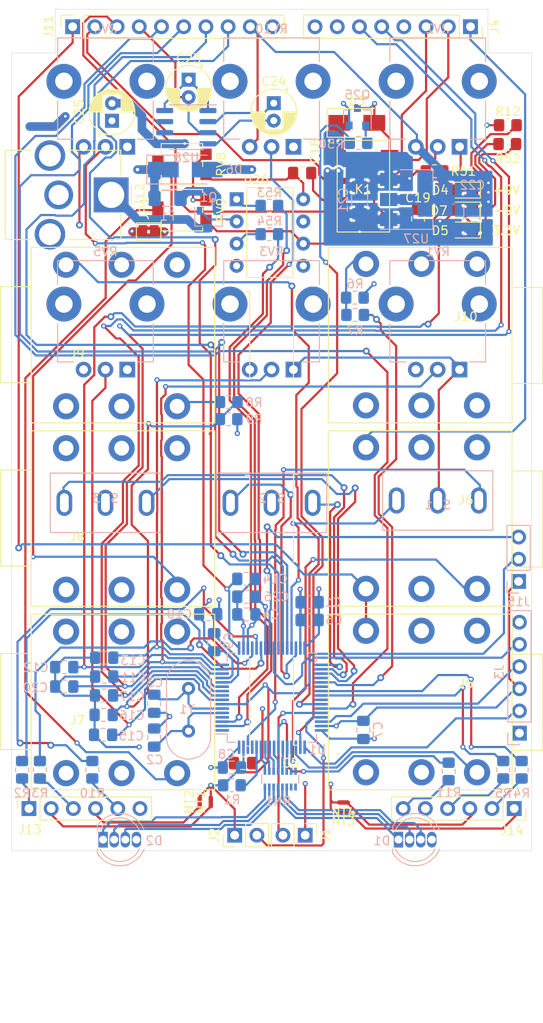
<source format=kicad_pcb>
(kicad_pcb (version 20171130) (host pcbnew "(5.1.7)-1")
  (layers (0 F.Cu signal) (1 In1.Cu signal) (2 In2.Cu signal) (31 B.Cu signal) (34 B.Paste user hide) (35 F.Paste user hide) (36 B.SilkS user hide) (37 F.SilkS user hide) (38 B.Mask user hide) (39 F.Mask user hide) (44 Edge.Cuts user))
  (net 0 "")
  (net 1 GNDD)
  (net 2 +3V3)
  (net 3 /NRST)
  (net 4 /RATE)
  (net 5 /DEPTH)
  (net 6 /SHAPE)
  (net 7 /OFFSET)
  (net 8 /SUBDIV)
  (net 9 /TRIM1)
  (net 10 /TRIM2)
  (net 11 "Net-(C18-Pad2)")
  (net 12 "Net-(C19-Pad2)")
  (net 13 /EXP)
  (net 14 +9V)
  (net 15 "Net-(C24-Pad2)")
  (net 16 "Net-(C24-Pad1)")
  (net 17 -9V)
  (net 18 "Net-(D3-Pad2)")
  (net 19 "Net-(D4-Pad2)")
  (net 20 "Net-(D5-Pad2)")
  (net 21 /BYP)
  (net 22 /TAP)
  (net 23 "Net-(J3-Pad6)")
  (net 24 /SWDIO)
  (net 25 /SWCLK)
  (net 26 GNDA)
  (net 27 /CH1_SW)
  (net 28 "/Audio Jacks/CH2_OUT")
  (net 29 "/Audio Jacks/CH1_OUT")
  (net 30 /EXP_SW)
  (net 31 /TAP_EXT)
  (net 32 "Net-(J12-Pad1)")
  (net 33 "Net-(Q25-Pad1)")
  (net 34 "Net-(R1-Pad2)")
  (net 35 /PWM4)
  (net 36 /PWM3)
  (net 37 /PWM2)
  (net 38 /PWM1)
  (net 39 /RLY_SET)
  (net 40 /MUTE1)
  (net 41 "Net-(R53-Pad1)")
  (net 42 /MUTE2)
  (net 43 "Net-(R54-Pad1)")
  (net 44 /LED2_B)
  (net 45 /LED2_G)
  (net 46 /LED2_R)
  (net 47 /LED1_B)
  (net 48 /LED1_G)
  (net 49 /LED1_R)
  (net 50 "Net-(J5-PadR)")
  (net 51 "Net-(J5-PadRN)")
  (net 52 "Net-(J5-PadTN)")
  (net 53 "Net-(J6-PadR)")
  (net 54 "Net-(J6-PadRN)")
  (net 55 "Net-(J7-PadR)")
  (net 56 "Net-(J7-PadSN)")
  (net 57 "Net-(J7-PadRN)")
  (net 58 "Net-(J7-PadTN)")
  (net 59 "Net-(J8-PadR)")
  (net 60 "Net-(J8-PadSN)")
  (net 61 "Net-(J8-PadRN)")
  (net 62 "Net-(J8-PadTN)")
  (net 63 "Net-(J9-PadRN)")
  (net 64 "Net-(J9-PadTN)")
  (net 65 "Net-(J10-PadR)")
  (net 66 "Net-(J10-PadSN)")
  (net 67 "Net-(J10-PadRN)")
  (net 68 "Net-(J10-PadTN)")
  (net 69 "Net-(RN1-Pad10)")
  (net 70 "Net-(RN1-Pad7)")
  (net 71 "Net-(RN1-Pad9)")
  (net 72 "Net-(RN1-Pad8)")
  (net 73 "Net-(U1-Pad61)")
  (net 74 "Net-(U1-Pad38)")
  (net 75 "Net-(U1-Pad36)")
  (net 76 /UART_RX)
  (net 77 /UART_TX)
  (net 78 "Net-(U1-Pad4)")
  (net 79 "Net-(U1-Pad1)")
  (net 80 "Net-(U28-Pad7)")
  (net 81 "Net-(U28-Pad6)")
  (net 82 /VOL)
  (net 83 "Net-(F1-Pad2)")
  (net 84 "Net-(J9-PadT)")
  (net 85 "Net-(J10-PadS)")
  (net 86 "Net-(J10-PadT)")
  (net 87 /PWM_OUT_1)
  (net 88 /PWM_OUT_2)
  (net 89 /PWM_OUT_3)
  (net 90 /PWM_OUT_4)
  (net 91 /CH2_EFF)
  (net 92 /CH2_BYP)
  (net 93 /CH2_IN)
  (net 94 /CH1_IN)
  (net 95 /CH2_SW)
  (net 96 /DIP1)
  (net 97 /DIP2)
  (net 98 /DIP3)
  (net 99 /DIP4)
  (net 100 /CH1_EFF)
  (net 101 /CH1_BYP)
  (net 102 /PWM_RTN_VOL_1)
  (net 103 /PWM_OUT_VOL_1)
  (net 104 /PWM_RTN_2)
  (net 105 /PWM_RTN_1)
  (net 106 /PWM_OUT_VOL_2)
  (net 107 /PWM_RTN_VOL_2)
  (net 108 /PWM_RTN_4)
  (net 109 /PWM_RTN_3)
  (net 110 /PWM_VOL_1)
  (net 111 /PWM_VOL_2)
  (net 112 /HARM_MODE_1)
  (net 113 /HARM_MODE_2)
  (net 114 /PAN_MODE_1)
  (net 115 /PAN_MODE_2)
  (net 116 /ENV_MODE_1)
  (net 117 /ENV_MODE_2)
  (net 118 "Net-(D7-Pad1)")
  (net 119 /LEDs/B1_R)
  (net 120 /LEDs/G1_R)
  (net 121 /LEDs/R1_R)
  (net 122 /LEDs/B2_R)
  (net 123 /LEDs/G2_R)
  (net 124 /LEDs/R2_R)
  (net 125 "Net-(U1-Pad41)")
  (net 126 /OSC1)
  (net 127 /OSC2)
  (net 128 "/Audio Jacks/CH1_OUT_PRE")
  (net 129 "/Audio Jacks/CH2_OUT_PRE")
  (module LED_THT:LED_D5.0mm-4_RGB (layer B.Cu) (at 133.731 130.81)
    (fp_text reference D2 (at 5.842 0.127) (layer B.SilkS) (effects (justify mirror)))
    (fp_text value LED_RGBA)
    (pad 4 thru_hole oval (at 3.81 0) (size 1.07 1.8) (drill 0.9) (layers *.Cu *.Mask) (net 2 +3V3))
    (pad 3 thru_hole oval (at 2.54 0) (size 1.07 1.8) (drill 0.9) (layers *.Cu *.Mask) (net 122 /LEDs/B2_R))
    (pad 2 thru_hole oval (at 1.27 0) (size 1.07 1.8) (drill 0.9) (layers *.Cu *.Mask) (net 123 /LEDs/G2_R))
    (pad 1 thru_hole rect (at 0 0) (size 1.07 1.8) (drill 0.9) (layers *.Cu *.Mask) (net 124 /LEDs/R2_R))
  )
  (module LED_THT:LED_D5.0mm-4_RGB (layer B.Cu) (at 167.513 130.81)
    (fp_text reference D1 (at -1.905 0.127) (layer B.SilkS) (effects (justify mirror)))
    (fp_text value LED_RGBA)
    (pad 4 thru_hole oval (at 3.81 0) (size 1.07 1.8) (drill 0.9) (layers *.Cu *.Mask) (net 2 +3V3))
    (pad 3 thru_hole oval (at 2.54 0) (size 1.07 1.8) (drill 0.9) (layers *.Cu *.Mask) (net 119 /LEDs/B1_R))
    (pad 2 thru_hole oval (at 1.27 0) (size 1.07 1.8) (drill 0.9) (layers *.Cu *.Mask) (net 120 /LEDs/G1_R))
    (pad 1 thru_hole rect (at 0 0) (size 1.07 1.8) (drill 0.9) (layers *.Cu *.Mask) (net 121 /LEDs/R1_R))
  )
  (module Connector_PinHeader_2.54mm:PinHeader_1x03_P2.54mm_Vertical (layer B.Cu) (at 181.25 101.25)
    (fp_text reference J15 (at 0 2.33) (layer B.SilkS) (effects (justify mirror)))
    (fp_text value Conn_01x03_Male)
    (pad 3 thru_hole oval (at 0 -5.08) (size 1.7 1.7) (drill 1) (layers *.Cu *.Mask) (net 77 /UART_TX))
    (pad 2 thru_hole oval (at 0 -2.54) (size 1.7 1.7) (drill 1) (layers *.Cu *.Mask) (net 76 /UART_RX))
    (pad 1 thru_hole rect (at 0 0) (size 1.7 1.7) (drill 1) (layers *.Cu *.Mask) (net 1 GNDD))
  )
  (module Connector_BarrelJack:BarrelJack_CUI_PJ-063AH_Horizontal_CircularHoles (layer F.Cu) (at 134.65 57 270)
    (fp_text reference J12 (at 0 -3.3 90) (layer F.SilkS))
    (fp_text value Barrel_Jack)
    (pad "" np_thru_hole circle (at 0 9 270) (size 1.6 1.6) (drill 1.6) (layers *.Cu *.Mask))
    (pad MP thru_hole circle (at 4.5 7 270) (size 3.5 3.5) (drill 2.5) (layers *.Cu *.Mask))
    (pad MP thru_hole circle (at -4.5 7 270) (size 3.5 3.5) (drill 2.5) (layers *.Cu *.Mask))
    (pad 2 thru_hole circle (at 0 6 270) (size 3.3 3.3) (drill 2.3) (layers *.Cu *.Mask) (net 1 GNDD))
    (pad 1 thru_hole rect (at 0 0 270) (size 4 4) (drill 3) (layers *.Cu *.Mask) (net 32 "Net-(J12-Pad1)"))
  )
  (module Connector_PinSocket_2.54mm:PinSocket_1x08_P2.54mm_Vertical (layer F.Cu) (at 175.75 37.75 270)
    (fp_text reference J4 (at 0 -2.77 90) (layer F.SilkS))
    (fp_text value Conn_01x08_Female)
    (pad 8 thru_hole oval (at 0 17.78 270) (size 1.7 1.7) (drill 1) (layers *.Cu *.Mask) (net 26 GNDA))
    (pad 7 thru_hole oval (at 0 15.24 270) (size 1.7 1.7) (drill 1) (layers *.Cu *.Mask) (net 14 +9V))
    (pad 6 thru_hole oval (at 0 12.7 270) (size 1.7 1.7) (drill 1) (layers *.Cu *.Mask) (net 9 /TRIM1))
    (pad 5 thru_hole oval (at 0 10.16 270) (size 1.7 1.7) (drill 1) (layers *.Cu *.Mask) (net 10 /TRIM2))
    (pad 4 thru_hole oval (at 0 7.62 270) (size 1.7 1.7) (drill 1) (layers *.Cu *.Mask) (net 17 -9V))
    (pad 3 thru_hole oval (at 0 5.08 270) (size 1.7 1.7) (drill 1) (layers *.Cu *.Mask) (net 91 /CH2_EFF))
    (pad 2 thru_hole oval (at 0 2.54 270) (size 1.7 1.7) (drill 1) (layers *.Cu *.Mask) (net 92 /CH2_BYP))
    (pad 1 thru_hole rect (at 0 0 270) (size 1.7 1.7) (drill 1) (layers *.Cu *.Mask) (net 93 /CH2_IN))
  )
  (module Fuse:Fuse_1206_3216Metric_Pad1.42x1.75mm_HandSolder (layer B.Cu) (at 141.097 57.404)
    (fp_text reference F1 (at 0 2.032) (layer B.SilkS) (effects (justify mirror)))
    (fp_text value Polyfuse)
    (pad 2 smd roundrect (at 1.4875 0) (size 1.425 1.75) (layers B.Cu B.Paste B.Mask) (roundrect_rratio 0.1754385964912281) (net 83 "Net-(F1-Pad2)"))
    (pad 1 smd roundrect (at -1.4875 0) (size 1.425 1.75) (layers B.Cu B.Paste B.Mask) (roundrect_rratio 0.1754385964912281) (net 14 +9V))
  )
  (module Capacitor_SMD:C_0805_2012Metric_Pad1.18x1.45mm_HandSolder (layer B.Cu) (at 133.8365 114.3 180)
    (fp_text reference C17 (at -3.1965 -0.127) (layer B.SilkS) (effects (justify mirror)))
    (fp_text value 100n)
    (pad 2 smd roundrect (at 1.0375 0 180) (size 1.175 1.45) (layers B.Cu B.Paste B.Mask) (roundrect_rratio 0.2127659574468085) (net 1 GNDD))
    (pad 1 smd roundrect (at -1.0375 0 180) (size 1.175 1.45) (layers B.Cu B.Paste B.Mask) (roundrect_rratio 0.2127659574468085) (net 9 /TRIM1))
  )
  (module Resistor_SMD:R_Array_Convex_8x0602 (layer B.Cu) (at 153.9875 123.8885 270)
    (fp_text reference RN1 (at 2.54 0.254) (layer B.SilkS) (effects (justify mirror)))
    (fp_text value R_Pack08)
    (pad 10 smd rect (at 0.9 -1.25 270) (size 0.8 0.3) (layers B.Cu B.Paste B.Mask) (net 69 "Net-(RN1-Pad10)"))
    (pad 12 smd rect (at 0.9 -0.25 270) (size 0.8 0.3) (layers B.Cu B.Paste B.Mask) (net 120 /LEDs/G1_R))
    (pad 11 smd rect (at 0.9 -0.75 270) (size 0.8 0.3) (layers B.Cu B.Paste B.Mask) (net 119 /LEDs/B1_R))
    (pad 13 smd rect (at 0.9 0.25 270) (size 0.8 0.3) (layers B.Cu B.Paste B.Mask) (net 121 /LEDs/R1_R))
    (pad 14 smd rect (at 0.9 0.75 270) (size 0.8 0.3) (layers B.Cu B.Paste B.Mask) (net 122 /LEDs/B2_R))
    (pad 15 smd rect (at 0.9 1.25 270) (size 0.8 0.3) (layers B.Cu B.Paste B.Mask) (net 123 /LEDs/G2_R))
    (pad 7 smd rect (at -0.9 -1.25 270) (size 0.8 0.3) (layers B.Cu B.Paste B.Mask) (net 70 "Net-(RN1-Pad7)"))
    (pad 6 smd rect (at -0.9 -0.75 270) (size 0.8 0.3) (layers B.Cu B.Paste B.Mask) (net 47 /LED1_B))
    (pad 5 smd rect (at -0.9 -0.25 270) (size 0.8 0.3) (layers B.Cu B.Paste B.Mask) (net 48 /LED1_G))
    (pad 4 smd rect (at -0.9 0.25 270) (size 0.8 0.3) (layers B.Cu B.Paste B.Mask) (net 49 /LED1_R))
    (pad 3 smd rect (at -0.9 0.75 270) (size 0.8 0.3) (layers B.Cu B.Paste B.Mask) (net 44 /LED2_B))
    (pad 2 smd rect (at -0.9 1.25 270) (size 0.8 0.3) (layers B.Cu B.Paste B.Mask) (net 45 /LED2_G))
    (pad 9 smd rect (at 0.9 -1.75 270) (size 0.8 0.3) (layers B.Cu B.Paste B.Mask) (net 71 "Net-(RN1-Pad9)"))
    (pad 8 smd rect (at -0.9 -1.75 270) (size 0.8 0.3) (layers B.Cu B.Paste B.Mask) (net 72 "Net-(RN1-Pad8)"))
    (pad 16 smd rect (at 0.9 1.75 270) (size 0.8 0.3) (layers B.Cu B.Paste B.Mask) (net 124 /LEDs/R2_R))
    (pad 1 smd rect (at -0.9 1.75 270) (size 0.8 0.3) (layers B.Cu B.Paste B.Mask) (net 46 /LED2_R))
  )
  (module Resistor_SMD:R_0805_2012Metric_Pad1.20x1.40mm_HandSolder (layer F.Cu) (at 171.6405 54.2925)
    (fp_text reference R51 (at 3.302 0) (layer F.SilkS))
    (fp_text value 1k)
    (pad 2 smd roundrect (at 1 0) (size 1.2 1.4) (layers F.Cu F.Paste F.Mask) (roundrect_rratio 0.2083325) (net 19 "Net-(D4-Pad2)"))
    (pad 1 smd roundrect (at -1 0) (size 1.2 1.4) (layers F.Cu F.Paste F.Mask) (roundrect_rratio 0.2083325) (net 14 +9V))
  )
  (module Resistor_SMD:R_0805_2012Metric_Pad1.20x1.40mm_HandSolder (layer F.Cu) (at 180.0225 49.022 180)
    (fp_text reference R12 (at 0 1.5875 180) (layer F.SilkS))
    (fp_text value 1k)
    (pad 2 smd roundrect (at 1 0 180) (size 1.2 1.4) (layers F.Cu F.Paste F.Mask) (roundrect_rratio 0.2083325) (net 17 -9V))
    (pad 1 smd roundrect (at -1 0 180) (size 1.2 1.4) (layers F.Cu F.Paste F.Mask) (roundrect_rratio 0.2083325) (net 118 "Net-(D7-Pad1)"))
  )
  (module LED_SMD:LED_0805_2012Metric_Castellated (layer F.Cu) (at 175.006 58.7375 180)
    (fp_text reference D7 (at 2.8575 -0.0635) (layer F.SilkS))
    (fp_text value LED_Small)
    (pad 2 smd roundrect (at 0.9625 0 180) (size 1.325 1.3) (layers F.Cu F.Paste F.Mask) (roundrect_rratio 0.1923076923076923) (net 1 GNDD))
    (pad 1 smd roundrect (at -0.9625 0 180) (size 1.325 1.3) (layers F.Cu F.Paste F.Mask) (roundrect_rratio 0.1923076923076923) (net 118 "Net-(D7-Pad1)"))
  )
  (module Pinebox:Jack_0.25in_TRS_Switched (layer F.Cu) (at 129.5 107)
    (fp_text reference J7 (at 1.27 10.16) (layer F.SilkS))
    (fp_text value AudioJack3_Switch)
    (pad TN thru_hole circle (at 12.7 0) (size 3 3) (drill 1.7) (layers *.Cu *.Mask) (net 58 "Net-(J7-PadTN)"))
    (pad T thru_hole circle (at 12.7 16.2) (size 3 3) (drill 1.7) (layers *.Cu *.Mask) (net 28 "/Audio Jacks/CH2_OUT"))
    (pad RN thru_hole circle (at 6.35 0) (size 3 3) (drill 1.7) (layers *.Cu *.Mask) (net 57 "Net-(J7-PadRN)"))
    (pad SN thru_hole circle (at 0 0) (size 3 3) (drill 1.7) (layers *.Cu *.Mask) (net 56 "Net-(J7-PadSN)"))
    (pad R thru_hole circle (at 6.35 16.2) (size 3 3) (drill 1.7) (layers *.Cu *.Mask) (net 55 "Net-(J7-PadR)"))
    (pad S thru_hole circle (at 0 16.2) (size 3 3) (drill 1.7) (layers *.Cu *.Mask) (net 26 GNDA))
  )
  (module NetTie:NetTie-2_SMD_Pad0.5mm (layer F.Cu) (at 161.2265 126.5555 180)
    (fp_text reference NT4 (at 0 -1.2) (layer F.SilkS))
    (fp_text value Net-Tie_2)
    (fp_poly (pts (xy -0.5 -0.25) (xy 0.5 -0.25) (xy 0.5 0.25) (xy -0.5 0.25)) (layer F.Cu) (width 0))
    (pad 2 smd circle (at 0.5 0 180) (size 0.5 0.5) (layers F.Cu) (net 1 GNDD))
    (pad 1 smd circle (at -0.5 0 180) (size 0.5 0.5) (layers F.Cu) (net 108 /PWM_RTN_4))
  )
  (module NetTie:NetTie-2_SMD_Pad0.5mm (layer F.Cu) (at 161.2265 127.508 180)
    (fp_text reference NT3 (at 0 -1.2) (layer F.SilkS))
    (fp_text value Net-Tie_2)
    (fp_poly (pts (xy -0.5 -0.25) (xy 0.5 -0.25) (xy 0.5 0.25) (xy -0.5 0.25)) (layer F.Cu) (width 0))
    (pad 2 smd circle (at 0.5 0 180) (size 0.5 0.5) (layers F.Cu) (net 1 GNDD))
    (pad 1 smd circle (at -0.5 0 180) (size 0.5 0.5) (layers F.Cu) (net 109 /PWM_RTN_3))
  )
  (module NetTie:NetTie-2_SMD_Pad0.5mm (layer F.Cu) (at 144.78 126.492 90)
    (fp_text reference NT2 (at 0 -1.2 90) (layer F.SilkS))
    (fp_text value Net-Tie_2)
    (fp_poly (pts (xy -0.5 -0.25) (xy 0.5 -0.25) (xy 0.5 0.25) (xy -0.5 0.25)) (layer F.Cu) (width 0))
    (pad 2 smd circle (at 0.5 0 90) (size 0.5 0.5) (layers F.Cu) (net 1 GNDD))
    (pad 1 smd circle (at -0.5 0 90) (size 0.5 0.5) (layers F.Cu) (net 104 /PWM_RTN_2))
  )
  (module NetTie:NetTie-2_SMD_Pad0.5mm (layer F.Cu) (at 146.05 126.492 90)
    (fp_text reference NT1 (at 0 -1.2 90) (layer F.SilkS))
    (fp_text value Net-Tie_2)
    (fp_poly (pts (xy -0.5 -0.25) (xy 0.5 -0.25) (xy 0.5 0.25) (xy -0.5 0.25)) (layer F.Cu) (width 0))
    (pad 2 smd circle (at 0.5 0 90) (size 0.5 0.5) (layers F.Cu) (net 1 GNDD))
    (pad 1 smd circle (at -0.5 0 90) (size 0.5 0.5) (layers F.Cu) (net 105 /PWM_RTN_1))
  )
  (module Capacitor_SMD:C_0805_2012Metric_Pad1.18x1.45mm_HandSolder (layer B.Cu) (at 157.353 103.632 180)
    (fp_text reference C1 (at -2.667 0) (layer B.SilkS) (effects (justify mirror)))
    (fp_text value 4.7u)
    (pad 2 smd roundrect (at 1.0375 0 180) (size 1.175 1.45) (layers B.Cu B.Paste B.Mask) (roundrect_rratio 0.2127659574468085) (net 1 GNDD))
    (pad 1 smd roundrect (at -1.0375 0 180) (size 1.175 1.45) (layers B.Cu B.Paste B.Mask) (roundrect_rratio 0.2127659574468085) (net 2 +3V3))
  )
  (module Connector_PinSocket_2.54mm:PinSocket_1x10_P2.54mm_Vertical (layer F.Cu) (at 130.25 37.75 90)
    (fp_text reference J11 (at 0 -2.77 90) (layer F.SilkS))
    (fp_text value Conn_01x10_Female)
    (pad 10 thru_hole oval (at 0 22.86 90) (size 1.7 1.7) (drill 1) (layers *.Cu *.Mask) (net 26 GNDA))
    (pad 9 thru_hole oval (at 0 20.32 90) (size 1.7 1.7) (drill 1) (layers *.Cu *.Mask) (net 2 +3V3))
    (pad 8 thru_hole oval (at 0 17.78 90) (size 1.7 1.7) (drill 1) (layers *.Cu *.Mask) (net 96 /DIP1))
    (pad 7 thru_hole oval (at 0 15.24 90) (size 1.7 1.7) (drill 1) (layers *.Cu *.Mask) (net 97 /DIP2))
    (pad 6 thru_hole oval (at 0 12.7 90) (size 1.7 1.7) (drill 1) (layers *.Cu *.Mask) (net 98 /DIP3))
    (pad 5 thru_hole oval (at 0 10.16 90) (size 1.7 1.7) (drill 1) (layers *.Cu *.Mask) (net 99 /DIP4))
    (pad 4 thru_hole oval (at 0 7.62 90) (size 1.7 1.7) (drill 1) (layers *.Cu *.Mask) (net 1 GNDD))
    (pad 3 thru_hole oval (at 0 5.08 90) (size 1.7 1.7) (drill 1) (layers *.Cu *.Mask) (net 100 /CH1_EFF))
    (pad 2 thru_hole oval (at 0 2.54 90) (size 1.7 1.7) (drill 1) (layers *.Cu *.Mask) (net 101 /CH1_BYP))
    (pad 1 thru_hole rect (at 0 0 90) (size 1.7 1.7) (drill 1) (layers *.Cu *.Mask) (net 94 /CH1_IN))
  )
  (module Diode_SMD:D_SMA_Handsoldering (layer B.Cu) (at 143.129 54.102)
    (fp_text reference D6 (at 5.588 0) (layer B.SilkS) (effects (justify mirror)))
    (fp_text value D_Zener)
    (pad 2 smd rect (at 2.5 0) (size 3.5 1.8) (layers B.Cu B.Paste B.Mask) (net 1 GNDD))
    (pad 1 smd rect (at -2.5 0) (size 3.5 1.8) (layers B.Cu B.Paste B.Mask) (net 14 +9V))
  )
  (module Pinebox:Jack_0.25in_TRS_Switched (layer F.Cu) (at 176.5 123.1 180)
    (fp_text reference J5 (at 1.27 10.16) (layer F.SilkS))
    (fp_text value AudioJack3_Switch)
    (pad S thru_hole circle (at 0 16.2 180) (size 3 3) (drill 1.7) (layers *.Cu *.Mask) (net 26 GNDA))
    (pad R thru_hole circle (at 6.35 16.2 180) (size 3 3) (drill 1.7) (layers *.Cu *.Mask) (net 50 "Net-(J5-PadR)"))
    (pad SN thru_hole circle (at 0 0 180) (size 3 3) (drill 1.7) (layers *.Cu *.Mask) (net 27 /CH1_SW))
    (pad RN thru_hole circle (at 6.35 0 180) (size 3 3) (drill 1.7) (layers *.Cu *.Mask) (net 51 "Net-(J5-PadRN)"))
    (pad T thru_hole circle (at 12.7 16.2 180) (size 3 3) (drill 1.7) (layers *.Cu *.Mask) (net 94 /CH1_IN))
    (pad TN thru_hole circle (at 12.7 0 180) (size 3 3) (drill 1.7) (layers *.Cu *.Mask) (net 52 "Net-(J5-PadTN)"))
  )
  (module Pinebox:SW_Toggle_SPDT (layer B.Cu) (at 134 92.25)
    (fp_text reference SW3 (at 0 -0.5) (layer B.SilkS) (effects (justify mirror)))
    (fp_text value SW_SPDT_MSM)
    (pad 3 thru_hole oval (at -4.7 0) (size 1.8 3) (drill oval 1 2.2) (layers *.Cu *.Mask) (net 116 /ENV_MODE_1))
    (pad 1 thru_hole oval (at 4.7 0) (size 1.8 3) (drill oval 1 2.2) (layers *.Cu *.Mask) (net 117 /ENV_MODE_2))
    (pad 2 thru_hole oval (at 0 0) (size 1.8 3) (drill oval 1 2.2) (layers *.Cu *.Mask) (net 1 GNDD))
  )
  (module Pinebox:SW_Toggle_SPDT (layer B.Cu) (at 153 92.25)
    (fp_text reference SW2 (at 0 -0.5) (layer B.SilkS) (effects (justify mirror)))
    (fp_text value SW_SPDT_MSM)
    (pad 3 thru_hole oval (at -4.7 0) (size 1.8 3) (drill oval 1 2.2) (layers *.Cu *.Mask) (net 114 /PAN_MODE_1))
    (pad 1 thru_hole oval (at 4.7 0) (size 1.8 3) (drill oval 1 2.2) (layers *.Cu *.Mask) (net 115 /PAN_MODE_2))
    (pad 2 thru_hole oval (at 0 0) (size 1.8 3) (drill oval 1 2.2) (layers *.Cu *.Mask) (net 1 GNDD))
  )
  (module Resistor_SMD:R_0805_2012Metric_Pad1.20x1.40mm_HandSolder (layer B.Cu) (at 173.25 123 270)
    (fp_text reference R11 (at 2.413 0 180) (layer B.SilkS) (effects (justify mirror)))
    (fp_text value 330)
    (pad 2 smd roundrect (at 1 0 270) (size 1.2 1.4) (layers B.Cu B.Paste B.Mask) (roundrect_rratio 0.2083325) (net 106 /PWM_OUT_VOL_2))
    (pad 1 smd roundrect (at -1 0 270) (size 1.2 1.4) (layers B.Cu B.Paste B.Mask) (roundrect_rratio 0.2083325) (net 111 /PWM_VOL_2))
  )
  (module Resistor_SMD:R_0805_2012Metric_Pad1.20x1.40mm_HandSolder (layer B.Cu) (at 132.5 122.809 270)
    (fp_text reference R10 (at 2.691 0) (layer B.SilkS) (effects (justify mirror)))
    (fp_text value 330)
    (pad 2 smd roundrect (at 1 0 270) (size 1.2 1.4) (layers B.Cu B.Paste B.Mask) (roundrect_rratio 0.2083325) (net 103 /PWM_OUT_VOL_1))
    (pad 1 smd roundrect (at -1 0 270) (size 1.2 1.4) (layers B.Cu B.Paste B.Mask) (roundrect_rratio 0.2083325) (net 110 /PWM_VOL_1))
  )
  (module Capacitor_SMD:C_0805_2012Metric_Pad1.18x1.45mm_HandSolder (layer B.Cu) (at 129.286 113.284 180)
    (fp_text reference C20 (at 3.302 -0.127) (layer B.SilkS) (effects (justify mirror)))
    (fp_text value 100n)
    (pad 2 smd roundrect (at 1.0375 0 180) (size 1.175 1.45) (layers B.Cu B.Paste B.Mask) (roundrect_rratio 0.2127659574468085) (net 1 GNDD))
    (pad 1 smd roundrect (at -1.0375 0 180) (size 1.175 1.45) (layers B.Cu B.Paste B.Mask) (roundrect_rratio 0.2127659574468085) (net 10 /TRIM2))
  )
  (module Capacitor_SMD:C_0805_2012Metric_Pad1.18x1.45mm_HandSolder (layer B.Cu) (at 133.7945 116.5225 180)
    (fp_text reference C16 (at -3.2385 -0.0635) (layer B.SilkS) (effects (justify mirror)))
    (fp_text value 100n)
    (pad 2 smd roundrect (at 1.0375 0 180) (size 1.175 1.45) (layers B.Cu B.Paste B.Mask) (roundrect_rratio 0.2127659574468085) (net 1 GNDD))
    (pad 1 smd roundrect (at -1.0375 0 180) (size 1.175 1.45) (layers B.Cu B.Paste B.Mask) (roundrect_rratio 0.2127659574468085) (net 13 /EXP))
  )
  (module Resistor_SMD:R_0805_2012Metric_Pad1.20x1.40mm_HandSolder (layer B.Cu) (at 126.5 122.809 270)
    (fp_text reference R3 (at 2.667 0 180) (layer B.SilkS) (effects (justify mirror)))
    (fp_text value 330)
    (pad 2 smd roundrect (at 1 0 270) (size 1.2 1.4) (layers B.Cu B.Paste B.Mask) (roundrect_rratio 0.2083325) (net 88 /PWM_OUT_2))
    (pad 1 smd roundrect (at -1 0 270) (size 1.2 1.4) (layers B.Cu B.Paste B.Mask) (roundrect_rratio 0.2083325) (net 37 /PWM2))
  )
  (module Resistor_SMD:R_0805_2012Metric_Pad1.20x1.40mm_HandSolder (layer B.Cu) (at 181.602 122.809 270)
    (fp_text reference R4 (at 2.691 0 180) (layer B.SilkS) (effects (justify mirror)))
    (fp_text value 330)
    (pad 2 smd roundrect (at 1 0 270) (size 1.2 1.4) (layers B.Cu B.Paste B.Mask) (roundrect_rratio 0.2083325) (net 89 /PWM_OUT_3))
    (pad 1 smd roundrect (at -1 0 270) (size 1.2 1.4) (layers B.Cu B.Paste B.Mask) (roundrect_rratio 0.2083325) (net 36 /PWM3))
  )
  (module Resistor_SMD:R_0805_2012Metric_Pad1.20x1.40mm_HandSolder (layer B.Cu) (at 162.53 68.766)
    (fp_text reference R6 (at 0.03 -1.583) (layer B.SilkS) (effects (justify mirror)))
    (fp_text value 1k)
    (pad 2 smd roundrect (at 1 0) (size 1.2 1.4) (layers B.Cu B.Paste B.Mask) (roundrect_rratio 0.2083325) (net 2 +3V3))
    (pad 1 smd roundrect (at -1 0) (size 1.2 1.4) (layers B.Cu B.Paste B.Mask) (roundrect_rratio 0.2083325) (net 86 "Net-(J10-PadT)"))
  )
  (module Resistor_SMD:R_0805_2012Metric_Pad1.20x1.40mm_HandSolder (layer B.Cu) (at 162.56 70.739)
    (fp_text reference R7 (at 0 1.778) (layer B.SilkS) (effects (justify mirror)))
    (fp_text value 1k)
    (pad 2 smd roundrect (at 1 0) (size 1.2 1.4) (layers B.Cu B.Paste B.Mask) (roundrect_rratio 0.2083325) (net 31 /TAP_EXT))
    (pad 1 smd roundrect (at -1 0) (size 1.2 1.4) (layers B.Cu B.Paste B.Mask) (roundrect_rratio 0.2083325) (net 86 "Net-(J10-PadT)"))
  )
  (module Resistor_SMD:R_0805_2012Metric_Pad1.20x1.40mm_HandSolder (layer B.Cu) (at 124.468 122.809 270)
    (fp_text reference R2 (at 2.667 0 180) (layer B.SilkS) (effects (justify mirror)))
    (fp_text value 330)
    (pad 2 smd roundrect (at 1 0 270) (size 1.2 1.4) (layers B.Cu B.Paste B.Mask) (roundrect_rratio 0.2083325) (net 87 /PWM_OUT_1))
    (pad 1 smd roundrect (at -1 0 270) (size 1.2 1.4) (layers B.Cu B.Paste B.Mask) (roundrect_rratio 0.2083325) (net 38 /PWM1))
  )
  (module Resistor_SMD:R_0805_2012Metric_Pad1.20x1.40mm_HandSolder (layer B.Cu) (at 148.103 80.713)
    (fp_text reference R8 (at 2.9 0.059) (layer B.SilkS) (effects (justify mirror)))
    (fp_text value 10k)
    (pad 2 smd roundrect (at 1 0) (size 1.2 1.4) (layers B.Cu B.Paste B.Mask) (roundrect_rratio 0.2083325) (net 13 /EXP))
    (pad 1 smd roundrect (at -1 0) (size 1.2 1.4) (layers B.Cu B.Paste B.Mask) (roundrect_rratio 0.2083325) (net 84 "Net-(J9-PadT)"))
  )
  (module Resistor_SMD:R_0805_2012Metric_Pad1.20x1.40mm_HandSolder (layer B.Cu) (at 148.082 82.677)
    (fp_text reference R9 (at 2.921 0) (layer B.SilkS) (effects (justify mirror)))
    (fp_text value 19.1k)
    (pad 2 smd roundrect (at 1 0) (size 1.2 1.4) (layers B.Cu B.Paste B.Mask) (roundrect_rratio 0.2083325) (net 1 GNDD))
    (pad 1 smd roundrect (at -1 0) (size 1.2 1.4) (layers B.Cu B.Paste B.Mask) (roundrect_rratio 0.2083325) (net 13 /EXP))
  )
  (module Connector_PinSocket_2.54mm:PinSocket_1x06_P2.54mm_Vertical (layer F.Cu) (at 180.75 127.25 270)
    (fp_text reference J14 (at 2.54 0.254 180) (layer F.SilkS))
    (fp_text value Conn_01x06_Female)
    (pad 6 thru_hole oval (at 0 12.7 270) (size 1.7 1.7) (drill 1) (layers *.Cu *.Mask) (net 106 /PWM_OUT_VOL_2))
    (pad 5 thru_hole oval (at 0 10.16 270) (size 1.7 1.7) (drill 1) (layers *.Cu *.Mask) (net 107 /PWM_RTN_VOL_2))
    (pad 4 thru_hole oval (at 0 7.62 270) (size 1.7 1.7) (drill 1) (layers *.Cu *.Mask) (net 90 /PWM_OUT_4))
    (pad 3 thru_hole oval (at 0 5.08 270) (size 1.7 1.7) (drill 1) (layers *.Cu *.Mask) (net 108 /PWM_RTN_4))
    (pad 2 thru_hole oval (at 0 2.54 270) (size 1.7 1.7) (drill 1) (layers *.Cu *.Mask) (net 89 /PWM_OUT_3))
    (pad 1 thru_hole rect (at 0 0 270) (size 1.7 1.7) (drill 1) (layers *.Cu *.Mask) (net 109 /PWM_RTN_3))
  )
  (module Resistor_SMD:R_0805_2012Metric_Pad1.20x1.40mm_HandSolder (layer B.Cu) (at 179.5 122.809 270)
    (fp_text reference R5 (at 2.691 0 180) (layer B.SilkS) (effects (justify mirror)))
    (fp_text value 330)
    (pad 2 smd roundrect (at 1 0 270) (size 1.2 1.4) (layers B.Cu B.Paste B.Mask) (roundrect_rratio 0.2083325) (net 90 /PWM_OUT_4))
    (pad 1 smd roundrect (at -1 0 270) (size 1.2 1.4) (layers B.Cu B.Paste B.Mask) (roundrect_rratio 0.2083325) (net 35 /PWM4))
  )
  (module Connector_PinSocket_2.54mm:PinSocket_1x06_P2.54mm_Vertical (layer F.Cu) (at 125.25 127.25 90)
    (fp_text reference J13 (at -2.413 0.127 180) (layer F.SilkS))
    (fp_text value Conn_01x06_Female)
    (pad 6 thru_hole oval (at 0 12.7 90) (size 1.7 1.7) (drill 1) (layers *.Cu *.Mask) (net 102 /PWM_RTN_VOL_1))
    (pad 5 thru_hole oval (at 0 10.16 90) (size 1.7 1.7) (drill 1) (layers *.Cu *.Mask) (net 103 /PWM_OUT_VOL_1))
    (pad 4 thru_hole oval (at 0 7.62 90) (size 1.7 1.7) (drill 1) (layers *.Cu *.Mask) (net 104 /PWM_RTN_2))
    (pad 3 thru_hole oval (at 0 5.08 90) (size 1.7 1.7) (drill 1) (layers *.Cu *.Mask) (net 88 /PWM_OUT_2))
    (pad 2 thru_hole oval (at 0 2.54 90) (size 1.7 1.7) (drill 1) (layers *.Cu *.Mask) (net 105 /PWM_RTN_1))
    (pad 1 thru_hole rect (at 0 0 90) (size 1.7 1.7) (drill 1) (layers *.Cu *.Mask) (net 87 /PWM_OUT_1))
  )
  (module Pinebox:Potentiometer_9MM (layer B.Cu) (at 155.5 51.5 180)
    (fp_text reference RV10 (at 2.5 13.5) (layer B.SilkS) (effects (justify mirror)))
    (fp_text value R_POT_TRIM)
    (pad 1 thru_hole rect (at 0 0 180) (size 1.8 1.8) (drill 1) (layers *.Cu *.Mask) (net 1 GNDD))
    (pad 2 thru_hole circle (at 2.5 0 180) (size 1.8 1.8) (drill 1) (layers *.Cu *.Mask) (net 82 /VOL))
    (pad 3 thru_hole circle (at 5 0 180) (size 1.8 1.8) (drill 1) (layers *.Cu *.Mask) (net 2 +3V3))
    (pad "" thru_hole oval (at -2.25 7.5 180) (size 4 4) (drill 2) (layers *.Cu *.Mask))
    (pad "" thru_hole oval (at 7.25 7.5 180) (size 4 4) (drill 2) (layers *.Cu *.Mask))
  )
  (module Potentiometer_SMD:Potentiometer_Bourns_3314G_Vertical (layer F.Cu) (at 142.75 58.75 270)
    (fp_text reference RV9 (at 0 -4.5 90) (layer F.SilkS))
    (fp_text value 100k)
    (pad 3 smd rect (at -1.15 -2.75 270) (size 1.3 1.3) (layers F.Cu F.Paste F.Mask) (net 26 GNDA))
    (pad 2 smd rect (at 0 2.75 270) (size 2 1.3) (layers F.Cu F.Paste F.Mask) (net 28 "/Audio Jacks/CH2_OUT"))
    (pad 1 smd rect (at 1.15 -2.75 270) (size 1.3 1.3) (layers F.Cu F.Paste F.Mask) (net 129 "/Audio Jacks/CH2_OUT_PRE"))
  )
  (module Potentiometer_SMD:Potentiometer_Bourns_3314G_Vertical (layer F.Cu) (at 142.75 53.5 270)
    (fp_text reference RV8 (at 0 -4.5 90) (layer F.SilkS))
    (fp_text value 100k)
    (pad 3 smd rect (at -1.15 -2.75 270) (size 1.3 1.3) (layers F.Cu F.Paste F.Mask) (net 26 GNDA))
    (pad 2 smd rect (at 0 2.75 270) (size 2 1.3) (layers F.Cu F.Paste F.Mask) (net 29 "/Audio Jacks/CH1_OUT"))
    (pad 1 smd rect (at 1.15 -2.75 270) (size 1.3 1.3) (layers F.Cu F.Paste F.Mask) (net 128 "/Audio Jacks/CH1_OUT_PRE"))
  )
  (module Capacitor_SMD:C_0805_2012Metric_Pad1.18x1.45mm_HandSolder (layer B.Cu) (at 150.114 102.997 180)
    (fp_text reference C26 (at -3.429 0) (layer B.SilkS) (effects (justify mirror)))
    (fp_text value 100nF)
    (pad 2 smd roundrect (at 1.0375 0 180) (size 1.175 1.45) (layers B.Cu B.Paste B.Mask) (roundrect_rratio 0.2127659574468085) (net 1 GNDD))
    (pad 1 smd roundrect (at -1.0375 0 180) (size 1.175 1.45) (layers B.Cu B.Paste B.Mask) (roundrect_rratio 0.2127659574468085) (net 82 /VOL))
  )
  (module Capacitor_SMD:C_0805_2012Metric_Pad1.18x1.45mm_HandSolder (layer F.Cu) (at 169.75 59.75 90)
    (fp_text reference C19 (at 2.4095 -0.0145 180) (layer F.SilkS))
    (fp_text value 470n)
    (pad 2 smd roundrect (at 1.0375 0 90) (size 1.175 1.45) (layers F.Cu F.Paste F.Mask) (roundrect_rratio 0.2127659574468085) (net 12 "Net-(C19-Pad2)"))
    (pad 1 smd roundrect (at -1.0375 0 90) (size 1.175 1.45) (layers F.Cu F.Paste F.Mask) (roundrect_rratio 0.2127659574468085) (net 129 "/Audio Jacks/CH2_OUT_PRE"))
  )
  (module Capacitor_SMD:C_0805_2012Metric_Pad1.18x1.45mm_HandSolder (layer F.Cu) (at 156.5 54.5)
    (fp_text reference C18 (at 1.5 -2.5 90) (layer F.SilkS))
    (fp_text value 470n)
    (pad 2 smd roundrect (at 1.0375 0) (size 1.175 1.45) (layers F.Cu F.Paste F.Mask) (roundrect_rratio 0.2127659574468085) (net 11 "Net-(C18-Pad2)"))
    (pad 1 smd roundrect (at -1.0375 0) (size 1.175 1.45) (layers F.Cu F.Paste F.Mask) (roundrect_rratio 0.2127659574468085) (net 128 "/Audio Jacks/CH1_OUT_PRE"))
  )
  (module Pinebox:Potentiometer_9MM (layer B.Cu) (at 136.5 51.5 180)
    (fp_text reference RV4 (at 2.5 13.5) (layer B.SilkS) (effects (justify mirror)))
    (fp_text value R_POT_TRIM)
    (pad 1 thru_hole rect (at 0 0 180) (size 1.8 1.8) (drill 1) (layers *.Cu *.Mask) (net 1 GNDD))
    (pad 2 thru_hole circle (at 2.5 0 180) (size 1.8 1.8) (drill 1) (layers *.Cu *.Mask) (net 7 /OFFSET))
    (pad 3 thru_hole circle (at 5 0 180) (size 1.8 1.8) (drill 1) (layers *.Cu *.Mask) (net 2 +3V3))
    (pad "" thru_hole oval (at -2.25 7.5 180) (size 4 4) (drill 2) (layers *.Cu *.Mask))
    (pad "" thru_hole oval (at 7.25 7.5 180) (size 4 4) (drill 2) (layers *.Cu *.Mask))
  )
  (module Pinebox:Potentiometer_9MM (layer B.Cu) (at 136.5 77 180)
    (fp_text reference RV5 (at 2.5 13.5) (layer B.SilkS) (effects (justify mirror)))
    (fp_text value R_POT_TRIM)
    (pad 1 thru_hole rect (at 0 0 180) (size 1.8 1.8) (drill 1) (layers *.Cu *.Mask) (net 1 GNDD))
    (pad 2 thru_hole circle (at 2.5 0 180) (size 1.8 1.8) (drill 1) (layers *.Cu *.Mask) (net 8 /SUBDIV))
    (pad 3 thru_hole circle (at 5 0 180) (size 1.8 1.8) (drill 1) (layers *.Cu *.Mask) (net 2 +3V3))
    (pad "" thru_hole oval (at -2.25 7.5 180) (size 4 4) (drill 2) (layers *.Cu *.Mask))
    (pad "" thru_hole oval (at 7.25 7.5 180) (size 4 4) (drill 2) (layers *.Cu *.Mask))
  )
  (module Pinebox:Potentiometer_9MM (layer B.Cu) (at 155.5 77 180)
    (fp_text reference RV3 (at 2.5 13.5) (layer B.SilkS) (effects (justify mirror)))
    (fp_text value R_POT_TRIM)
    (pad 1 thru_hole rect (at 0 0 180) (size 1.8 1.8) (drill 1) (layers *.Cu *.Mask) (net 1 GNDD))
    (pad 2 thru_hole circle (at 2.5 0 180) (size 1.8 1.8) (drill 1) (layers *.Cu *.Mask) (net 6 /SHAPE))
    (pad 3 thru_hole circle (at 5 0 180) (size 1.8 1.8) (drill 1) (layers *.Cu *.Mask) (net 2 +3V3))
    (pad "" thru_hole oval (at -2.25 7.5 180) (size 4 4) (drill 2) (layers *.Cu *.Mask))
    (pad "" thru_hole oval (at 7.25 7.5 180) (size 4 4) (drill 2) (layers *.Cu *.Mask))
  )
  (module Pinebox:Potentiometer_9MM (layer B.Cu) (at 174.5 51.5 180)
    (fp_text reference RV2 (at 2.5 13.5) (layer B.SilkS) (effects (justify mirror)))
    (fp_text value R_POT_TRIM)
    (pad "" thru_hole oval (at 7.25 7.5 180) (size 4 4) (drill 2) (layers *.Cu *.Mask))
    (pad "" thru_hole oval (at -2.25 7.5 180) (size 4 4) (drill 2) (layers *.Cu *.Mask))
    (pad 3 thru_hole circle (at 5 0 180) (size 1.8 1.8) (drill 1) (layers *.Cu *.Mask) (net 2 +3V3))
    (pad 2 thru_hole circle (at 2.5 0 180) (size 1.8 1.8) (drill 1) (layers *.Cu *.Mask) (net 5 /DEPTH))
    (pad 1 thru_hole rect (at 0 0 180) (size 1.8 1.8) (drill 1) (layers *.Cu *.Mask) (net 1 GNDD))
  )
  (module Pinebox:Potentiometer_9MM (layer B.Cu) (at 174.5 77 180)
    (fp_text reference RV1 (at 2.5 13.5) (layer B.SilkS) (effects (justify mirror)))
    (fp_text value R_POT_TRIM)
    (pad 1 thru_hole rect (at 0 0 180) (size 1.8 1.8) (drill 1) (layers *.Cu *.Mask) (net 1 GNDD))
    (pad 2 thru_hole circle (at 2.5 0 180) (size 1.8 1.8) (drill 1) (layers *.Cu *.Mask) (net 4 /RATE))
    (pad 3 thru_hole circle (at 5 0 180) (size 1.8 1.8) (drill 1) (layers *.Cu *.Mask) (net 2 +3V3))
    (pad "" thru_hole oval (at -2.25 7.5 180) (size 4 4) (drill 2) (layers *.Cu *.Mask))
    (pad "" thru_hole oval (at 7.25 7.5 180) (size 4 4) (drill 2) (layers *.Cu *.Mask))
  )
  (module Crystal:Crystal_HC49-U_Vertical (layer B.Cu) (at 143.5 113.5 270)
    (fp_text reference Y1 (at 2.3875 0.1805) (layer B.SilkS) (effects (justify mirror)))
    (fp_text value 8MHz)
    (pad 2 thru_hole circle (at 4.88 0 270) (size 1.5 1.5) (drill 0.8) (layers *.Cu *.Mask) (net 126 /OSC1))
    (pad 1 thru_hole circle (at 0 0 270) (size 1.5 1.5) (drill 0.8) (layers *.Cu *.Mask) (net 127 /OSC2))
  )
  (module Package_SO:SOIC-8_3.9x4.9mm_P1.27mm (layer B.Cu) (at 143.25 49.25 180)
    (fp_text reference U28 (at 0 -3.5) (layer B.SilkS) (effects (justify mirror)))
    (fp_text value TC7662Bx0A)
    (pad 8 smd roundrect (at 2.475 1.905 180) (size 1.95 0.6) (layers B.Cu B.Paste B.Mask) (net 14 +9V))
    (pad 7 smd roundrect (at 2.475 0.635 180) (size 1.95 0.6) (layers B.Cu B.Paste B.Mask) (net 80 "Net-(U28-Pad7)"))
    (pad 6 smd roundrect (at 2.475 -0.635 180) (size 1.95 0.6) (layers B.Cu B.Paste B.Mask) (net 81 "Net-(U28-Pad6)"))
    (pad 5 smd roundrect (at 2.475 -1.905 180) (size 1.95 0.6) (layers B.Cu B.Paste B.Mask) (net 17 -9V))
    (pad 4 smd roundrect (at -2.475 -1.905 180) (size 1.95 0.6) (layers B.Cu B.Paste B.Mask) (net 15 "Net-(C24-Pad2)"))
    (pad 3 smd roundrect (at -2.475 -0.635 180) (size 1.95 0.6) (layers B.Cu B.Paste B.Mask) (net 1 GNDD))
    (pad 2 smd roundrect (at -2.475 0.635 180) (size 1.95 0.6) (layers B.Cu B.Paste B.Mask) (net 16 "Net-(C24-Pad1)"))
    (pad 1 smd roundrect (at -2.475 1.905 180) (size 1.95 0.6) (layers B.Cu B.Paste B.Mask) (net 14 +9V))
  )
  (module Package_TO_SOT_SMD:SOT-223-3_TabPin2 (layer B.Cu) (at 169.545 57.531)
    (fp_text reference U27 (at 0 4.5) (layer B.SilkS) (effects (justify mirror)))
    (fp_text value NCP1117-3.3_SOT223)
    (pad 1 smd rect (at -3.15 2.3) (size 2 1.5) (layers B.Cu B.Paste B.Mask) (net 1 GNDD))
    (pad 3 smd rect (at -3.15 -2.3) (size 2 1.5) (layers B.Cu B.Paste B.Mask) (net 14 +9V))
    (pad 2 smd rect (at -3.15 0) (size 2 1.5) (layers B.Cu B.Paste B.Mask) (net 2 +3V3))
    (pad 2 smd rect (at 3.15 0) (size 2 3.8) (layers B.Cu B.Paste B.Mask) (net 2 +3V3))
  )
  (module Package_DIP:DIP-8_W7.62mm (layer F.Cu) (at 149 57.5)
    (fp_text reference U26 (at 2.25 -2.25) (layer F.SilkS))
    (fp_text value TLP222A-2)
    (pad 8 thru_hole oval (at 7.62 0) (size 1.6 1.6) (drill 0.8) (layers *.Cu *.Mask) (net 128 "/Audio Jacks/CH1_OUT_PRE"))
    (pad 4 thru_hole oval (at 0 7.62) (size 1.6 1.6) (drill 0.8) (layers *.Cu *.Mask) (net 1 GNDD))
    (pad 7 thru_hole oval (at 7.62 2.54) (size 1.6 1.6) (drill 0.8) (layers *.Cu *.Mask) (net 26 GNDA))
    (pad 3 thru_hole oval (at 0 5.08) (size 1.6 1.6) (drill 0.8) (layers *.Cu *.Mask) (net 43 "Net-(R54-Pad1)"))
    (pad 6 thru_hole oval (at 7.62 5.08) (size 1.6 1.6) (drill 0.8) (layers *.Cu *.Mask) (net 129 "/Audio Jacks/CH2_OUT_PRE"))
    (pad 2 thru_hole oval (at 0 2.54) (size 1.6 1.6) (drill 0.8) (layers *.Cu *.Mask) (net 1 GNDD))
    (pad 5 thru_hole oval (at 7.62 7.62) (size 1.6 1.6) (drill 0.8) (layers *.Cu *.Mask) (net 26 GNDA))
    (pad 1 thru_hole rect (at 0 0) (size 1.6 1.6) (drill 0.8) (layers *.Cu *.Mask) (net 41 "Net-(R53-Pad1)"))
  )
  (module Package_QFP:LQFP-64_10x10mm_P0.5mm (layer B.Cu) (at 153.035 114.554)
    (fp_text reference U1 (at 5.207 5.969) (layer B.SilkS) (effects (justify mirror)))
    (fp_text value STM32F303R6Tx)
    (pad 64 smd roundrect (at -3.75 5.675) (size 0.3 1.55) (layers B.Cu B.Paste B.Mask) (net 2 +3V3))
    (pad 63 smd roundrect (at -3.25 5.675) (size 0.3 1.55) (layers B.Cu B.Paste B.Mask) (net 1 GNDD))
    (pad 62 smd roundrect (at -2.75 5.675) (size 0.3 1.55) (layers B.Cu B.Paste B.Mask) (net 112 /HARM_MODE_1))
    (pad 61 smd roundrect (at -2.25 5.675) (size 0.3 1.55) (layers B.Cu B.Paste B.Mask) (net 73 "Net-(U1-Pad61)"))
    (pad 60 smd roundrect (at -1.75 5.675) (size 0.3 1.55) (layers B.Cu B.Paste B.Mask) (net 34 "Net-(R1-Pad2)"))
    (pad 59 smd roundrect (at -1.25 5.675) (size 0.3 1.55) (layers B.Cu B.Paste B.Mask) (net 46 /LED2_R))
    (pad 58 smd roundrect (at -0.75 5.675) (size 0.3 1.55) (layers B.Cu B.Paste B.Mask) (net 45 /LED2_G))
    (pad 57 smd roundrect (at -0.25 5.675) (size 0.3 1.55) (layers B.Cu B.Paste B.Mask) (net 44 /LED2_B))
    (pad 56 smd roundrect (at 0.25 5.675) (size 0.3 1.55) (layers B.Cu B.Paste B.Mask) (net 49 /LED1_R))
    (pad 55 smd roundrect (at 0.75 5.675) (size 0.3 1.55) (layers B.Cu B.Paste B.Mask) (net 111 /PWM_VOL_2))
    (pad 54 smd roundrect (at 1.25 5.675) (size 0.3 1.55) (layers B.Cu B.Paste B.Mask) (net 48 /LED1_G))
    (pad 53 smd roundrect (at 1.75 5.675) (size 0.3 1.55) (layers B.Cu B.Paste B.Mask) (net 47 /LED1_B))
    (pad 52 smd roundrect (at 2.25 5.675) (size 0.3 1.55) (layers B.Cu B.Paste B.Mask) (net 95 /CH2_SW))
    (pad 51 smd roundrect (at 2.75 5.675) (size 0.3 1.55) (layers B.Cu B.Paste B.Mask) (net 27 /CH1_SW))
    (pad 50 smd roundrect (at 3.25 5.675) (size 0.3 1.55) (layers B.Cu B.Paste B.Mask) (net 39 /RLY_SET))
    (pad 49 smd roundrect (at 3.75 5.675) (size 0.3 1.55) (layers B.Cu B.Paste B.Mask) (net 25 /SWCLK))
    (pad 48 smd roundrect (at 5.675 3.75) (size 1.55 0.3) (layers B.Cu B.Paste B.Mask) (net 2 +3V3))
    (pad 47 smd roundrect (at 5.675 3.25) (size 1.55 0.3) (layers B.Cu B.Paste B.Mask) (net 1 GNDD))
    (pad 46 smd roundrect (at 5.675 2.75) (size 1.55 0.3) (layers B.Cu B.Paste B.Mask) (net 24 /SWDIO))
    (pad 45 smd roundrect (at 5.675 2.25) (size 1.55 0.3) (layers B.Cu B.Paste B.Mask) (net 22 /TAP))
    (pad 44 smd roundrect (at 5.675 1.75) (size 1.55 0.3) (layers B.Cu B.Paste B.Mask) (net 21 /BYP))
    (pad 43 smd roundrect (at 5.675 1.25) (size 1.55 0.3) (layers B.Cu B.Paste B.Mask) (net 99 /DIP4))
    (pad 42 smd roundrect (at 5.675 0.75) (size 1.55 0.3) (layers B.Cu B.Paste B.Mask) (net 30 /EXP_SW))
    (pad 41 smd roundrect (at 5.675 0.25) (size 1.55 0.3) (layers B.Cu B.Paste B.Mask) (net 125 "Net-(U1-Pad41)"))
    (pad 40 smd roundrect (at 5.675 -0.25) (size 1.55 0.3) (layers B.Cu B.Paste B.Mask) (net 35 /PWM4))
    (pad 39 smd roundrect (at 5.675 -0.75) (size 1.55 0.3) (layers B.Cu B.Paste B.Mask) (net 36 /PWM3))
    (pad 38 smd roundrect (at 5.675 -1.25) (size 1.55 0.3) (layers B.Cu B.Paste B.Mask) (net 74 "Net-(U1-Pad38)"))
    (pad 37 smd roundrect (at 5.675 -1.75) (size 1.55 0.3) (layers B.Cu B.Paste B.Mask) (net 31 /TAP_EXT))
    (pad 36 smd roundrect (at 5.675 -2.25) (size 1.55 0.3) (layers B.Cu B.Paste B.Mask) (net 75 "Net-(U1-Pad36)"))
    (pad 35 smd roundrect (at 5.675 -2.75) (size 1.55 0.3) (layers B.Cu B.Paste B.Mask) (net 117 /ENV_MODE_2))
    (pad 34 smd roundrect (at 5.675 -3.25) (size 1.55 0.3) (layers B.Cu B.Paste B.Mask) (net 116 /ENV_MODE_1))
    (pad 33 smd roundrect (at 5.675 -3.75) (size 1.55 0.3) (layers B.Cu B.Paste B.Mask) (net 115 /PAN_MODE_2))
    (pad 32 smd roundrect (at 3.75 -5.675) (size 0.3 1.55) (layers B.Cu B.Paste B.Mask) (net 2 +3V3))
    (pad 31 smd roundrect (at 3.25 -5.675) (size 0.3 1.55) (layers B.Cu B.Paste B.Mask) (net 1 GNDD))
    (pad 30 smd roundrect (at 2.75 -5.675) (size 0.3 1.55) (layers B.Cu B.Paste B.Mask) (net 114 /PAN_MODE_1))
    (pad 29 smd roundrect (at 2.25 -5.675) (size 0.3 1.55) (layers B.Cu B.Paste B.Mask) (net 113 /HARM_MODE_2))
    (pad 28 smd roundrect (at 1.75 -5.675) (size 0.3 1.55) (layers B.Cu B.Paste B.Mask) (net 98 /DIP3))
    (pad 27 smd roundrect (at 1.25 -5.675) (size 0.3 1.55) (layers B.Cu B.Paste B.Mask) (net 97 /DIP2))
    (pad 26 smd roundrect (at 0.75 -5.675) (size 0.3 1.55) (layers B.Cu B.Paste B.Mask) (net 96 /DIP1))
    (pad 25 smd roundrect (at 0.25 -5.675) (size 0.3 1.55) (layers B.Cu B.Paste B.Mask) (net 76 /UART_RX))
    (pad 24 smd roundrect (at -0.25 -5.675) (size 0.3 1.55) (layers B.Cu B.Paste B.Mask) (net 77 /UART_TX))
    (pad 23 smd roundrect (at -0.75 -5.675) (size 0.3 1.55) (layers B.Cu B.Paste B.Mask) (net 82 /VOL))
    (pad 22 smd roundrect (at -1.25 -5.675) (size 0.3 1.55) (layers B.Cu B.Paste B.Mask) (net 38 /PWM1))
    (pad 21 smd roundrect (at -1.75 -5.675) (size 0.3 1.55) (layers B.Cu B.Paste B.Mask) (net 110 /PWM_VOL_1))
    (pad 20 smd roundrect (at -2.25 -5.675) (size 0.3 1.55) (layers B.Cu B.Paste B.Mask) (net 37 /PWM2))
    (pad 19 smd roundrect (at -2.75 -5.675) (size 0.3 1.55) (layers B.Cu B.Paste B.Mask) (net 2 +3V3))
    (pad 18 smd roundrect (at -3.25 -5.675) (size 0.3 1.55) (layers B.Cu B.Paste B.Mask) (net 1 GNDD))
    (pad 17 smd roundrect (at -3.75 -5.675) (size 0.3 1.55) (layers B.Cu B.Paste B.Mask) (net 7 /OFFSET))
    (pad 16 smd roundrect (at -5.675 -3.75) (size 1.55 0.3) (layers B.Cu B.Paste B.Mask) (net 6 /SHAPE))
    (pad 15 smd roundrect (at -5.675 -3.25) (size 1.55 0.3) (layers B.Cu B.Paste B.Mask) (net 5 /DEPTH))
    (pad 14 smd roundrect (at -5.675 -2.75) (size 1.55 0.3) (layers B.Cu B.Paste B.Mask) (net 4 /RATE))
    (pad 13 smd roundrect (at -5.675 -2.25) (size 1.55 0.3) (layers B.Cu B.Paste B.Mask) (net 2 +3V3))
    (pad 12 smd roundrect (at -5.675 -1.75) (size 1.55 0.3) (layers B.Cu B.Paste B.Mask) (net 1 GNDD))
    (pad 11 smd roundrect (at -5.675 -1.25) (size 1.55 0.3) (layers B.Cu B.Paste B.Mask) (net 10 /TRIM2))
    (pad 10 smd roundrect (at -5.675 -0.75) (size 1.55 0.3) (layers B.Cu B.Paste B.Mask) (net 9 /TRIM1))
    (pad 9 smd roundrect (at -5.675 -0.25) (size 1.55 0.3) (layers B.Cu B.Paste B.Mask) (net 13 /EXP))
    (pad 8 smd roundrect (at -5.675 0.25) (size 1.55 0.3) (layers B.Cu B.Paste B.Mask) (net 8 /SUBDIV))
    (pad 7 smd roundrect (at -5.675 0.75) (size 1.55 0.3) (layers B.Cu B.Paste B.Mask) (net 3 /NRST))
    (pad 6 smd roundrect (at -5.675 1.25) (size 1.55 0.3) (layers B.Cu B.Paste B.Mask) (net 127 /OSC2))
    (pad 5 smd roundrect (at -5.675 1.75) (size 1.55 0.3) (layers B.Cu B.Paste B.Mask) (net 126 /OSC1))
    (pad 4 smd roundrect (at -5.675 2.25) (size 1.55 0.3) (layers B.Cu B.Paste B.Mask) (net 78 "Net-(U1-Pad4)"))
    (pad 3 smd roundrect (at -5.675 2.75) (size 1.55 0.3) (layers B.Cu B.Paste B.Mask) (net 42 /MUTE2))
    (pad 2 smd roundrect (at -5.675 3.25) (size 1.55 0.3) (layers B.Cu B.Paste B.Mask) (net 40 /MUTE1))
    (pad 1 smd roundrect (at -5.675 3.75) (size 1.55 0.3) (layers B.Cu B.Paste B.Mask) (net 79 "Net-(U1-Pad1)"))
  )
  (module Pinebox:SW_Toggle_SPDT (layer B.Cu) (at 172 91.984 180)
    (fp_text reference SW1 (at 0 -0.5) (layer B.SilkS) (effects (justify mirror)))
    (fp_text value SW_SPDT_MSM)
    (pad 3 thru_hole oval (at -4.7 0 180) (size 1.8 3) (drill oval 1 2.2) (layers *.Cu *.Mask) (net 112 /HARM_MODE_1))
    (pad 1 thru_hole oval (at 4.7 0 180) (size 1.8 3) (drill oval 1 2.2) (layers *.Cu *.Mask) (net 113 /HARM_MODE_2))
    (pad 2 thru_hole oval (at 0 0 180) (size 1.8 3) (drill oval 1 2.2) (layers *.Cu *.Mask) (net 1 GNDD))
  )
  (module Resistor_SMD:R_0805_2012Metric_Pad1.20x1.40mm_HandSolder (layer B.Cu) (at 152.75 61.5)
    (fp_text reference R54 (at 0 -1.5) (layer B.SilkS) (effects (justify mirror)))
    (fp_text value 630)
    (pad 2 smd roundrect (at 1 0) (size 1.2 1.4) (layers B.Cu B.Paste B.Mask) (roundrect_rratio 0.2083325) (net 42 /MUTE2))
    (pad 1 smd roundrect (at -1 0) (size 1.2 1.4) (layers B.Cu B.Paste B.Mask) (roundrect_rratio 0.2083325) (net 43 "Net-(R54-Pad1)"))
  )
  (module Resistor_SMD:R_0805_2012Metric_Pad1.20x1.40mm_HandSolder (layer B.Cu) (at 152.75 58.25)
    (fp_text reference R53 (at 0 -1.5) (layer B.SilkS) (effects (justify mirror)))
    (fp_text value 630)
    (pad 2 smd roundrect (at 1 0) (size 1.2 1.4) (layers B.Cu B.Paste B.Mask) (roundrect_rratio 0.2083325) (net 40 /MUTE1))
    (pad 1 smd roundrect (at -1 0) (size 1.2 1.4) (layers B.Cu B.Paste B.Mask) (roundrect_rratio 0.2083325) (net 41 "Net-(R53-Pad1)"))
  )
  (module Resistor_SMD:R_0805_2012Metric_Pad1.20x1.40mm_HandSolder (layer F.Cu) (at 179.959 51.181)
    (fp_text reference R52 (at 0.0635 1.651) (layer F.SilkS))
    (fp_text value 470)
    (pad 2 smd roundrect (at 1 0) (size 1.2 1.4) (layers F.Cu F.Paste F.Mask) (roundrect_rratio 0.2083325) (net 20 "Net-(D5-Pad2)"))
    (pad 1 smd roundrect (at -1 0) (size 1.2 1.4) (layers F.Cu F.Paste F.Mask) (roundrect_rratio 0.2083325) (net 2 +3V3))
  )
  (module Resistor_SMD:R_0805_2012Metric_Pad1.20x1.40mm_HandSolder (layer B.Cu) (at 162.941 51.054 180)
    (fp_text reference R50 (at 3.1115 -0.127) (layer B.SilkS) (effects (justify mirror)))
    (fp_text value 2.2k)
    (pad 2 smd roundrect (at 1 0 180) (size 1.2 1.4) (layers B.Cu B.Paste B.Mask) (roundrect_rratio 0.2083325) (net 39 /RLY_SET))
    (pad 1 smd roundrect (at -1 0 180) (size 1.2 1.4) (layers B.Cu B.Paste B.Mask) (roundrect_rratio 0.2083325) (net 33 "Net-(Q25-Pad1)"))
  )
  (module Resistor_SMD:R_0805_2012Metric_Pad1.20x1.40mm_HandSolder (layer B.Cu) (at 148.463 124.587)
    (fp_text reference R1 (at 0 1.65) (layer B.SilkS) (effects (justify mirror)))
    (fp_text value 10k)
    (pad 2 smd roundrect (at 1 0) (size 1.2 1.4) (layers B.Cu B.Paste B.Mask) (roundrect_rratio 0.2083325) (net 34 "Net-(R1-Pad2)"))
    (pad 1 smd roundrect (at -1 0) (size 1.2 1.4) (layers B.Cu B.Paste B.Mask) (roundrect_rratio 0.2083325) (net 1 GNDD))
  )
  (module Package_TO_SOT_SMD:SOT-23 (layer B.Cu) (at 162.814 48.0535 90)
    (fp_text reference Q25 (at 2.5 0 180) (layer B.SilkS) (effects (justify mirror)))
    (fp_text value MMBT3904)
    (pad 3 smd rect (at 1 0 90) (size 0.9 0.8) (layers B.Cu B.Paste B.Mask) (net 18 "Net-(D3-Pad2)"))
    (pad 2 smd rect (at -1 -0.95 90) (size 0.9 0.8) (layers B.Cu B.Paste B.Mask) (net 1 GNDD))
    (pad 1 smd rect (at -1 0.95 90) (size 0.9 0.8) (layers B.Cu B.Paste B.Mask) (net 33 "Net-(Q25-Pad1)"))
  )
  (module Package_TO_SOT_SMD:SOT-23 (layer B.Cu) (at 145.796 59.817 270)
    (fp_text reference Q1 (at -2.54 0) (layer B.SilkS) (effects (justify mirror)))
    (fp_text value BSS83P)
    (pad 3 smd rect (at 1 0 270) (size 0.9 0.8) (layers B.Cu B.Paste B.Mask) (net 32 "Net-(J12-Pad1)"))
    (pad 2 smd rect (at -1 -0.95 270) (size 0.9 0.8) (layers B.Cu B.Paste B.Mask) (net 83 "Net-(F1-Pad2)"))
    (pad 1 smd rect (at -1 0.95 270) (size 0.9 0.8) (layers B.Cu B.Paste B.Mask) (net 1 GNDD))
  )
  (module Pinebox:Relay_DPDT_NL_TE_IM05GR (layer F.Cu) (at 163.5 56 270)
    (fp_text reference K1 (at 0.36 0.019) (layer F.SilkS))
    (fp_text value IM05)
    (pad 4 smd rect (at 3.8 3 270) (size 0.7 2) (layers F.Cu F.Paste F.Mask) (net 100 /CH1_EFF))
    (pad 5 smd rect (at 3.8 -3 270) (size 0.7 2) (layers F.Cu F.Paste F.Mask) (net 91 /CH2_EFF))
    (pad 3 smd rect (at 1.6 3 270) (size 0.7 2) (layers F.Cu F.Paste F.Mask) (net 11 "Net-(C18-Pad2)"))
    (pad 6 smd rect (at 1.6 -3 270) (size 0.7 2) (layers F.Cu F.Paste F.Mask) (net 12 "Net-(C19-Pad2)"))
    (pad 2 smd rect (at -0.6 3 270) (size 0.7 2) (layers F.Cu F.Paste F.Mask) (net 101 /CH1_BYP))
    (pad 7 smd rect (at -0.6 -3 270) (size 0.7 2) (layers F.Cu F.Paste F.Mask) (net 92 /CH2_BYP))
    (pad 1 smd rect (at -3.8 3 270) (size 0.7 2) (layers F.Cu F.Paste F.Mask) (net 14 +9V))
    (pad 8 smd rect (at -3.8 -3 270) (size 0.7 2) (layers F.Cu F.Paste F.Mask) (net 18 "Net-(D3-Pad2)"))
  )
  (module Jumper:SolderJumper-2_P1.3mm_Bridged2Bar_Pad1.0x1.5mm (layer F.Cu) (at 138.938 61.214)
    (fp_text reference JP1 (at -0.508 -2.667 90) (layer F.SilkS))
    (fp_text value Jumper)
    (fp_poly (pts (xy -0.25 0.2) (xy 0.25 0.2) (xy 0.25 0.6) (xy -0.25 0.6)) (layer F.Cu) (width 0))
    (fp_poly (pts (xy -0.25 -0.6) (xy 0.25 -0.6) (xy 0.25 -0.2) (xy -0.25 -0.2)) (layer F.Cu) (width 0))
    (pad 2 smd rect (at 0.65 0) (size 1 1.5) (layers F.Cu F.Mask) (net 26 GNDA))
    (pad 1 smd rect (at -0.65 0) (size 1 1.5) (layers F.Cu F.Mask) (net 1 GNDD))
  )
  (module Pinebox:Jack_0.25in_TRS_Switched (layer F.Cu) (at 176.5 81.1 180)
    (fp_text reference J10 (at 1.27 10.16) (layer F.SilkS))
    (fp_text value AudioJack3_Switch)
    (pad S thru_hole circle (at 0 16.2 180) (size 3 3) (drill 1.7) (layers *.Cu *.Mask) (net 85 "Net-(J10-PadS)"))
    (pad R thru_hole circle (at 6.35 16.2 180) (size 3 3) (drill 1.7) (layers *.Cu *.Mask) (net 65 "Net-(J10-PadR)"))
    (pad SN thru_hole circle (at 0 0 180) (size 3 3) (drill 1.7) (layers *.Cu *.Mask) (net 66 "Net-(J10-PadSN)"))
    (pad RN thru_hole circle (at 6.35 0 180) (size 3 3) (drill 1.7) (layers *.Cu *.Mask) (net 67 "Net-(J10-PadRN)"))
    (pad T thru_hole circle (at 12.7 16.2 180) (size 3 3) (drill 1.7) (layers *.Cu *.Mask) (net 86 "Net-(J10-PadT)"))
    (pad TN thru_hole circle (at 12.7 0 180) (size 3 3) (drill 1.7) (layers *.Cu *.Mask) (net 68 "Net-(J10-PadTN)"))
  )
  (module Pinebox:Jack_0.25in_TRS_Switched (layer F.Cu) (at 129.5 65)
    (fp_text reference J9 (at 1.27 10.16) (layer F.SilkS))
    (fp_text value AudioJack3_Switch)
    (pad TN thru_hole circle (at 12.7 0) (size 3 3) (drill 1.7) (layers *.Cu *.Mask) (net 64 "Net-(J9-PadTN)"))
    (pad T thru_hole circle (at 12.7 16.2) (size 3 3) (drill 1.7) (layers *.Cu *.Mask) (net 84 "Net-(J9-PadT)"))
    (pad RN thru_hole circle (at 6.35 0) (size 3 3) (drill 1.7) (layers *.Cu *.Mask) (net 63 "Net-(J9-PadRN)"))
    (pad SN thru_hole circle (at 0 0) (size 3 3) (drill 1.7) (layers *.Cu *.Mask) (net 30 /EXP_SW))
    (pad R thru_hole circle (at 6.35 16.2) (size 3 3) (drill 1.7) (layers *.Cu *.Mask) (net 2 +3V3))
    (pad S thru_hole circle (at 0 16.2) (size 3 3) (drill 1.7) (layers *.Cu *.Mask) (net 1 GNDD))
  )
  (module Pinebox:Jack_0.25in_TRS_Switched (layer F.Cu) (at 129.5 86)
    (fp_text reference J8 (at 1.27 10.16) (layer F.SilkS))
    (fp_text value AudioJack3_Switch)
    (pad S thru_hole circle (at 0 16.2) (size 3 3) (drill 1.7) (layers *.Cu *.Mask) (net 26 GNDA))
    (pad R thru_hole circle (at 6.35 16.2) (size 3 3) (drill 1.7) (layers *.Cu *.Mask) (net 59 "Net-(J8-PadR)"))
    (pad SN thru_hole circle (at 0 0) (size 3 3) (drill 1.7) (layers *.Cu *.Mask) (net 60 "Net-(J8-PadSN)"))
    (pad RN thru_hole circle (at 6.35 0) (size 3 3) (drill 1.7) (layers *.Cu *.Mask) (net 61 "Net-(J8-PadRN)"))
    (pad T thru_hole circle (at 12.7 16.2) (size 3 3) (drill 1.7) (layers *.Cu *.Mask) (net 29 "/Audio Jacks/CH1_OUT"))
    (pad TN thru_hole circle (at 12.7 0) (size 3 3) (drill 1.7) (layers *.Cu *.Mask) (net 62 "Net-(J8-PadTN)"))
  )
  (module Pinebox:Jack_0.25in_TRS_Switched (layer F.Cu) (at 176.5 102.1 180)
    (fp_text reference J6 (at 1.27 10.16) (layer F.SilkS))
    (fp_text value AudioJack3_Switch)
    (pad S thru_hole circle (at 0 16.2 180) (size 3 3) (drill 1.7) (layers *.Cu *.Mask) (net 26 GNDA))
    (pad R thru_hole circle (at 6.35 16.2 180) (size 3 3) (drill 1.7) (layers *.Cu *.Mask) (net 53 "Net-(J6-PadR)"))
    (pad SN thru_hole circle (at 0 0 180) (size 3 3) (drill 1.7) (layers *.Cu *.Mask) (net 95 /CH2_SW))
    (pad RN thru_hole circle (at 6.35 0 180) (size 3 3) (drill 1.7) (layers *.Cu *.Mask) (net 54 "Net-(J6-PadRN)"))
    (pad T thru_hole circle (at 12.7 16.2 180) (size 3 3) (drill 1.7) (layers *.Cu *.Mask) (net 93 /CH2_IN))
    (pad TN thru_hole circle (at 12.7 0 180) (size 3 3) (drill 1.7) (layers *.Cu *.Mask) (net 94 /CH1_IN))
  )
  (module Connector_PinHeader_2.54mm:PinHeader_1x06_P2.54mm_Vertical (layer B.Cu) (at 181.348 118.618)
    (fp_text reference J3 (at -2.286 -6.985 90) (layer B.SilkS) (effects (justify mirror)))
    (fp_text value Conn_01x06_Male)
    (pad 6 thru_hole oval (at 0 -12.7) (size 1.7 1.7) (drill 1) (layers *.Cu *.Mask) (net 23 "Net-(J3-Pad6)"))
    (pad 5 thru_hole oval (at 0 -10.16) (size 1.7 1.7) (drill 1) (layers *.Cu *.Mask) (net 3 /NRST))
    (pad 4 thru_hole oval (at 0 -7.62) (size 1.7 1.7) (drill 1) (layers *.Cu *.Mask) (net 24 /SWDIO))
    (pad 3 thru_hole oval (at 0 -5.08) (size 1.7 1.7) (drill 1) (layers *.Cu *.Mask) (net 1 GNDD))
    (pad 2 thru_hole oval (at 0 -2.54) (size 1.7 1.7) (drill 1) (layers *.Cu *.Mask) (net 25 /SWCLK))
    (pad 1 thru_hole rect (at 0 0) (size 1.7 1.7) (drill 1) (layers *.Cu *.Mask) (net 2 +3V3))
  )
  (module Connector_PinHeader_2.54mm:PinHeader_1x02_P2.54mm_Vertical (layer F.Cu) (at 148.7805 130.302 90)
    (fp_text reference J2 (at 0 -2.33 90) (layer F.SilkS))
    (fp_text value Conn_01x02_Male)
    (pad 2 thru_hole oval (at 0 2.54 90) (size 1.7 1.7) (drill 1) (layers *.Cu *.Mask) (net 22 /TAP))
    (pad 1 thru_hole rect (at 0 0 90) (size 1.7 1.7) (drill 1) (layers *.Cu *.Mask) (net 1 GNDD))
  )
  (module Connector_PinHeader_2.54mm:PinHeader_1x02_P2.54mm_Vertical (layer F.Cu) (at 156.845 130.302 270)
    (fp_text reference J1 (at 0 -2.33 90) (layer F.SilkS))
    (fp_text value Conn_01x02_Male)
    (pad 2 thru_hole oval (at 0 2.54 270) (size 1.7 1.7) (drill 1) (layers *.Cu *.Mask) (net 21 /BYP))
    (pad 1 thru_hole rect (at 0 0 270) (size 1.7 1.7) (drill 1) (layers *.Cu *.Mask) (net 1 GNDD))
  )
  (module LED_SMD:LED_0805_2012Metric_Castellated (layer F.Cu) (at 175.006 61.0235 180)
    (fp_text reference D5 (at 2.7305 -0.0635) (layer F.SilkS))
    (fp_text value LED_Small)
    (pad 2 smd roundrect (at 0.9625 0 180) (size 1.325 1.3) (layers F.Cu F.Paste F.Mask) (roundrect_rratio 0.1923076923076923) (net 20 "Net-(D5-Pad2)"))
    (pad 1 smd roundrect (at -0.9625 0 180) (size 1.325 1.3) (layers F.Cu F.Paste F.Mask) (roundrect_rratio 0.1923076923076923) (net 1 GNDD))
  )
  (module LED_SMD:LED_0805_2012Metric_Castellated (layer F.Cu) (at 175.006 56.4515 180)
    (fp_text reference D4 (at 2.7305 0) (layer F.SilkS))
    (fp_text value LED_Small)
    (pad 2 smd roundrect (at 0.9625 0 180) (size 1.325 1.3) (layers F.Cu F.Paste F.Mask) (roundrect_rratio 0.1923076923076923) (net 19 "Net-(D4-Pad2)"))
    (pad 1 smd roundrect (at -0.9625 0 180) (size 1.325 1.3) (layers F.Cu F.Paste F.Mask) (roundrect_rratio 0.1923076923076923) (net 1 GNDD))
  )
  (module Diode_SMD:D_SMA (layer F.Cu) (at 162.75 48.75)
    (fp_text reference D3 (at 0 -2.5) (layer F.SilkS))
    (fp_text value B120-E3)
    (pad 2 smd rect (at 2 0) (size 2.5 1.8) (layers F.Cu F.Paste F.Mask) (net 18 "Net-(D3-Pad2)"))
    (pad 1 smd rect (at -2 0) (size 2.5 1.8) (layers F.Cu F.Paste F.Mask) (net 14 +9V))
  )
  (module Capacitor_THT:CP_Radial_D5.0mm_P2.00mm (layer F.Cu) (at 134.747 48.514 90)
    (fp_text reference C25 (at 1 -3.75 90) (layer F.SilkS))
    (fp_text value 100uF)
    (pad 2 thru_hole circle (at 2 0 90) (size 1.6 1.6) (drill 0.8) (layers *.Cu *.Mask) (net 17 -9V))
    (pad 1 thru_hole rect (at 0 0 90) (size 1.6 1.6) (drill 0.8) (layers *.Cu *.Mask) (net 1 GNDD))
  )
  (module Capacitor_THT:CP_Radial_D5.0mm_P2.00mm (layer F.Cu) (at 153.25 46.5 270)
    (fp_text reference C24 (at -2.5 0 180) (layer F.SilkS))
    (fp_text value 100uF)
    (pad 2 thru_hole circle (at 2 0 270) (size 1.6 1.6) (drill 0.8) (layers *.Cu *.Mask) (net 15 "Net-(C24-Pad2)"))
    (pad 1 thru_hole rect (at 0 0 270) (size 1.6 1.6) (drill 0.8) (layers *.Cu *.Mask) (net 16 "Net-(C24-Pad1)"))
  )
  (module Capacitor_THT:CP_Radial_D5.0mm_P2.00mm (layer F.Cu) (at 143.51 43.815 270)
    (fp_text reference C23 (at -2.413 0 180) (layer F.SilkS))
    (fp_text value 100uF)
    (pad 2 thru_hole circle (at 2 0 270) (size 1.6 1.6) (drill 0.8) (layers *.Cu *.Mask) (net 1 GNDD))
    (pad 1 thru_hole rect (at 0 0 270) (size 1.6 1.6) (drill 0.8) (layers *.Cu *.Mask) (net 14 +9V))
  )
  (module Capacitor_SMD:C_1206_3216Metric_Pad1.33x1.80mm_HandSolder (layer B.Cu) (at 175.895 59.1185 270)
    (fp_text reference C22 (at -3.2385 -0.0635 180) (layer B.SilkS) (effects (justify mirror)))
    (fp_text value 10u)
    (pad 2 smd roundrect (at 1.5625 0 270) (size 1.325 1.8) (layers B.Cu B.Paste B.Mask) (roundrect_rratio 0.1886784905660377) (net 1 GNDD))
    (pad 1 smd roundrect (at -1.5625 0 270) (size 1.325 1.8) (layers B.Cu B.Paste B.Mask) (roundrect_rratio 0.1886784905660377) (net 2 +3V3))
  )
  (module Capacitor_SMD:C_1206_3216Metric_Pad1.33x1.80mm_HandSolder (layer B.Cu) (at 163.068 57.5945 270)
    (fp_text reference C21 (at 0 1.85 90) (layer B.SilkS) (effects (justify mirror)))
    (fp_text value 10u)
    (pad 2 smd roundrect (at 1.5625 0 270) (size 1.325 1.8) (layers B.Cu B.Paste B.Mask) (roundrect_rratio 0.1886784905660377) (net 1 GNDD))
    (pad 1 smd roundrect (at -1.5625 0 270) (size 1.325 1.8) (layers B.Cu B.Paste B.Mask) (roundrect_rratio 0.1886784905660377) (net 14 +9V))
  )
  (module Capacitor_SMD:C_0805_2012Metric_Pad1.18x1.45mm_HandSolder (layer B.Cu) (at 133.731 118.8085 180)
    (fp_text reference C15 (at -3.2385 -0.127) (layer B.SilkS) (effects (justify mirror)))
    (fp_text value 100nF)
    (pad 2 smd roundrect (at 1.0375 0 180) (size 1.175 1.45) (layers B.Cu B.Paste B.Mask) (roundrect_rratio 0.2127659574468085) (net 1 GNDD))
    (pad 1 smd roundrect (at -1.0375 0 180) (size 1.175 1.45) (layers B.Cu B.Paste B.Mask) (roundrect_rratio 0.2127659574468085) (net 8 /SUBDIV))
  )
  (module Capacitor_SMD:C_0805_2012Metric_Pad1.18x1.45mm_HandSolder (layer B.Cu) (at 150.114 100.965)
    (fp_text reference C14 (at 3.302 0) (layer B.SilkS) (effects (justify mirror)))
    (fp_text value 100nF)
    (pad 2 smd roundrect (at 1.0375 0) (size 1.175 1.45) (layers B.Cu B.Paste B.Mask) (roundrect_rratio 0.2127659574468085) (net 1 GNDD))
    (pad 1 smd roundrect (at -1.0375 0) (size 1.175 1.45) (layers B.Cu B.Paste B.Mask) (roundrect_rratio 0.2127659574468085) (net 7 /OFFSET))
  )
  (module Capacitor_SMD:C_0805_2012Metric_Pad1.18x1.45mm_HandSolder (layer B.Cu) (at 133.858 109.982 180)
    (fp_text reference C13 (at -3.302 -0.3175) (layer B.SilkS) (effects (justify mirror)))
    (fp_text value 100nF)
    (pad 2 smd roundrect (at 1.0375 0 180) (size 1.175 1.45) (layers B.Cu B.Paste B.Mask) (roundrect_rratio 0.2127659574468085) (net 1 GNDD))
    (pad 1 smd roundrect (at -1.0375 0 180) (size 1.175 1.45) (layers B.Cu B.Paste B.Mask) (roundrect_rratio 0.2127659574468085) (net 6 /SHAPE))
  )
  (module Capacitor_SMD:C_0805_2012Metric_Pad1.18x1.45mm_HandSolder (layer B.Cu) (at 129.286 111.0615 180)
    (fp_text reference C12 (at 3.2385 -0.042334) (layer B.SilkS) (effects (justify mirror)))
    (fp_text value 100nF)
    (pad 2 smd roundrect (at 1.0375 0 180) (size 1.175 1.45) (layers B.Cu B.Paste B.Mask) (roundrect_rratio 0.2127659574468085) (net 1 GNDD))
    (pad 1 smd roundrect (at -1.0375 0 180) (size 1.175 1.45) (layers B.Cu B.Paste B.Mask) (roundrect_rratio 0.2127659574468085) (net 5 /DEPTH))
  )
  (module Capacitor_SMD:C_0805_2012Metric_Pad1.18x1.45mm_HandSolder (layer B.Cu) (at 133.858 112.141 180)
    (fp_text reference C11 (at -3.302 -0.127) (layer B.SilkS) (effects (justify mirror)))
    (fp_text value 100nF)
    (pad 2 smd roundrect (at 1.0375 0 180) (size 1.175 1.45) (layers B.Cu B.Paste B.Mask) (roundrect_rratio 0.2127659574468085) (net 1 GNDD))
    (pad 1 smd roundrect (at -1.0375 0 180) (size 1.175 1.45) (layers B.Cu B.Paste B.Mask) (roundrect_rratio 0.2127659574468085) (net 4 /RATE))
  )
  (module Capacitor_SMD:C_0805_2012Metric_Pad1.18x1.45mm_HandSolder (layer B.Cu) (at 145.75 105)
    (fp_text reference C10 (at -3.302 0) (layer B.SilkS) (effects (justify mirror)))
    (fp_text value 1u)
    (pad 2 smd roundrect (at 1.0375 0) (size 1.175 1.45) (layers B.Cu B.Paste B.Mask) (roundrect_rratio 0.2127659574468085) (net 1 GNDD))
    (pad 1 smd roundrect (at -1.0375 0) (size 1.175 1.45) (layers B.Cu B.Paste B.Mask) (roundrect_rratio 0.2127659574468085) (net 2 +3V3))
  )
  (module Capacitor_SMD:C_0805_2012Metric_Pad1.18x1.45mm_HandSolder (layer B.Cu) (at 146.431 108.204 90)
    (fp_text reference C9 (at 0.127 1.651 270) (layer B.SilkS) (effects (justify mirror)))
    (fp_text value 10n)
    (pad 2 smd roundrect (at 1.0375 0 90) (size 1.175 1.45) (layers B.Cu B.Paste B.Mask) (roundrect_rratio 0.2127659574468085) (net 1 GNDD))
    (pad 1 smd roundrect (at -1.0375 0 90) (size 1.175 1.45) (layers B.Cu B.Paste B.Mask) (roundrect_rratio 0.2127659574468085) (net 2 +3V3))
  )
  (module Capacitor_SMD:C_0805_2012Metric_Pad1.18x1.45mm_HandSolder (layer B.Cu) (at 148.463 122.555)
    (fp_text reference C8 (at -0.635 -1.524) (layer B.SilkS) (effects (justify mirror)))
    (fp_text value 100n)
    (pad 2 smd roundrect (at 1.0375 0) (size 1.175 1.45) (layers B.Cu B.Paste B.Mask) (roundrect_rratio 0.2127659574468085) (net 1 GNDD))
    (pad 1 smd roundrect (at -1.0375 0) (size 1.175 1.45) (layers B.Cu B.Paste B.Mask) (roundrect_rratio 0.2127659574468085) (net 2 +3V3))
  )
  (module Capacitor_SMD:C_0805_2012Metric_Pad1.18x1.45mm_HandSolder (layer B.Cu) (at 163.5 118.25 90)
    (fp_text reference C7 (at 0 1.68 90) (layer B.SilkS) (effects (justify mirror)))
    (fp_text value 100n)
    (pad 2 smd roundrect (at 1.0375 0 90) (size 1.175 1.45) (layers B.Cu B.Paste B.Mask) (roundrect_rratio 0.2127659574468085) (net 1 GNDD))
    (pad 1 smd roundrect (at -1.0375 0 90) (size 1.175 1.45) (layers B.Cu B.Paste B.Mask) (roundrect_rratio 0.2127659574468085) (net 2 +3V3))
  )
  (module Capacitor_SMD:C_0805_2012Metric_Pad1.18x1.45mm_HandSolder (layer B.Cu) (at 157.353 105.664 180)
    (fp_text reference C6 (at -2.794 0) (layer B.SilkS) (effects (justify mirror)))
    (fp_text value 100n)
    (pad 2 smd roundrect (at 1.0375 0 180) (size 1.175 1.45) (layers B.Cu B.Paste B.Mask) (roundrect_rratio 0.2127659574468085) (net 1 GNDD))
    (pad 1 smd roundrect (at -1.0375 0 180) (size 1.175 1.45) (layers B.Cu B.Paste B.Mask) (roundrect_rratio 0.2127659574468085) (net 2 +3V3))
  )
  (module Capacitor_SMD:C_0805_2012Metric_Pad1.18x1.45mm_HandSolder (layer F.Cu) (at 149.733 122.047)
    (fp_text reference C5 (at 5.461 0) (layer F.SilkS))
    (fp_text value 100n)
    (pad 2 smd roundrect (at 1.0375 0) (size 1.175 1.45) (layers F.Cu F.Paste F.Mask) (roundrect_rratio 0.2127659574468085) (net 1 GNDD))
    (pad 1 smd roundrect (at -1.0375 0) (size 1.175 1.45) (layers F.Cu F.Paste F.Mask) (roundrect_rratio 0.2127659574468085) (net 3 /NRST))
  )
  (module Capacitor_SMD:C_0805_2012Metric_Pad1.18x1.45mm_HandSolder (layer B.Cu) (at 150.114 105.029 180)
    (fp_text reference C4 (at -2.794 0) (layer B.SilkS) (effects (justify mirror)))
    (fp_text value 100n)
    (pad 2 smd roundrect (at 1.0375 0 180) (size 1.175 1.45) (layers B.Cu B.Paste B.Mask) (roundrect_rratio 0.2127659574468085) (net 1 GNDD))
    (pad 1 smd roundrect (at -1.0375 0 180) (size 1.175 1.45) (layers B.Cu B.Paste B.Mask) (roundrect_rratio 0.2127659574468085) (net 2 +3V3))
  )
  (module Capacitor_SMD:C_0805_2012Metric_Pad1.18x1.45mm_HandSolder (layer B.Cu) (at 139.573 115.2525 90)
    (fp_text reference C3 (at 2.413 0.0635 180) (layer B.SilkS) (effects (justify mirror)))
    (fp_text value 18p)
    (pad 2 smd roundrect (at 1.0375 0 90) (size 1.175 1.45) (layers B.Cu B.Paste B.Mask) (roundrect_rratio 0.2127659574468085) (net 127 /OSC2))
    (pad 1 smd roundrect (at -1.0375 0 90) (size 1.175 1.45) (layers B.Cu B.Paste B.Mask) (roundrect_rratio 0.2127659574468085) (net 1 GNDD))
  )
  (module Capacitor_SMD:C_0805_2012Metric_Pad1.18x1.45mm_HandSolder (layer B.Cu) (at 139.573 119.126 270)
    (fp_text reference C2 (at 2.54 -0.0635 180) (layer B.SilkS) (effects (justify mirror)))
    (fp_text value 18p)
    (pad 2 smd roundrect (at 1.0375 0 270) (size 1.175 1.45) (layers B.Cu B.Paste B.Mask) (roundrect_rratio 0.2127659574468085) (net 126 /OSC1))
    (pad 1 smd roundrect (at -1.0375 0 270) (size 1.175 1.45) (layers B.Cu B.Paste B.Mask) (roundrect_rratio 0.2127659574468085) (net 1 GNDD))
  )
  (gr_line (start 177.75 40.75) (end 182.75 40.75) (layer Edge.Cuts) (width 0.05))
  (gr_line (start 177.75 35.75) (end 177.75 40.75) (layer Edge.Cuts) (width 0.05))
  (gr_line (start 128.25 40.75) (end 128.25 35.75) (layer Edge.Cuts) (width 0.05))
  (gr_line (start 123.25 40.75) (end 128.25 40.75) (layer Edge.Cuts) (width 0.05))
  (gr_text -9V (at 179.8955 58.76925) (layer F.SilkS) (effects (font (size 1 1) (thickness 0.2))))
  (gr_text +9V (at 179.8955 56.4515) (layer F.SilkS) (effects (font (size 1 1) (thickness 0.2))))
  (gr_text 3.3V (at 179.800262 61.087) (layer F.SilkS) (effects (font (size 1 1) (thickness 0.2))))
  (gr_line (start 182.75 40.75) (end 182.75 132.08) (layer Edge.Cuts) (width 0.05))
  (gr_line (start 128.25 35.75) (end 177.75 35.75) (layer Edge.Cuts) (width 0.05))
  (gr_line (start 123.25 132.08) (end 123.25 40.75) (layer Edge.Cuts) (width 0.05))
  (gr_line (start 182.75 132.08) (end 123.25 132.08) (layer Edge.Cuts) (width 0.05))
  (segment (start 149.785 122.2705) (end 149.785 120.229) (width 0.25) (layer B.Cu) (net 1))
  (segment (start 149.5005 122.555) (end 149.785 122.2705) (width 0.25) (layer B.Cu) (net 1))
  (segment (start 151.1085 100.965) (end 149.0765 102.997) (width 0.25) (layer B.Cu) (net 1))
  (segment (start 151.1515 100.965) (end 151.1085 100.965) (width 0.25) (layer B.Cu) (net 1))
  (segment (start 149.0765 102.997) (end 149.0765 105.029) (width 0.25) (layer B.Cu) (net 1))
  (segment (start 147.463 124.587) (end 147.4685 124.587) (width 0.25) (layer B.Cu) (net 1))
  (segment (start 149.167011 111.974102) (end 148.337112 112.804) (width 0.25) (layer B.Cu) (net 1))
  (segment (start 146.431 107.365702) (end 149.167011 110.101713) (width 0.25) (layer B.Cu) (net 1))
  (segment (start 146.431 107.1665) (end 146.431 107.365702) (width 0.25) (layer B.Cu) (net 1))
  (segment (start 148.337112 112.804) (end 147.36 112.804) (width 0.25) (layer B.Cu) (net 1))
  (segment (start 149.167011 110.101713) (end 149.167011 111.974102) (width 0.25) (layer B.Cu) (net 1))
  (segment (start 156.3155 103.759) (end 156.3155 105.664) (width 0.25) (layer B.Cu) (net 1))
  (segment (start 149.5005 122.555) (end 147.4685 124.587) (width 0.25) (layer B.Cu) (net 1))
  (via (at 146.050004 124.587) (size 0.6) (drill 0.3) (layers F.Cu B.Cu) (net 1))
  (segment (start 147.4685 124.587) (end 146.050004 124.587) (width 0.25) (layer B.Cu) (net 1))
  (segment (start 149.082 82.677) (end 149.082 84.312) (width 0.25) (layer B.Cu) (net 1))
  (segment (start 149.082 84.312) (end 149.082 84.312) (width 0.25) (layer B.Cu) (net 1))
  (via (at 149.082 84.312) (size 0.6) (drill 0.3) (layers F.Cu B.Cu) (net 1))
  (segment (start 144.75 49.885) (end 145.725 49.885) (width 0.25) (layer B.Cu) (net 1))
  (segment (start 143.51 48.645) (end 144.75 49.885) (width 0.25) (layer B.Cu) (net 1))
  (segment (start 143.51 45.815) (end 143.51 48.645) (width 0.25) (layer B.Cu) (net 1))
  (segment (start 163.068 59.157) (end 163.068 59.309) (width 1) (layer B.Cu) (net 1))
  (segment (start 163.59 59.831) (end 166.395 59.831) (width 1) (layer B.Cu) (net 1))
  (segment (start 163.068 59.309) (end 163.59 59.831) (width 1) (layer B.Cu) (net 1))
  (segment (start 163.068 59.157) (end 163.068 61.214) (width 1) (layer B.Cu) (net 1))
  (segment (start 163.068 61.214) (end 163.068 61.214) (width 1) (layer B.Cu) (net 1))
  (via (at 163.068 61.214) (size 0.6) (drill 0.3) (layers F.Cu B.Cu) (net 1))
  (segment (start 175.9685 60.36319) (end 175.9685 61.0235) (width 0.25) (layer F.Cu) (net 1))
  (segment (start 174.34281 58.7375) (end 175.9685 60.36319) (width 0.25) (layer F.Cu) (net 1))
  (segment (start 174.0435 58.7375) (end 174.34281 58.7375) (width 0.25) (layer F.Cu) (net 1))
  (segment (start 175.9685 56.4515) (end 175.9685 56.124) (width 0.25) (layer F.Cu) (net 1))
  (segment (start 174.0435 58.3765) (end 175.9685 56.4515) (width 0.25) (layer F.Cu) (net 1))
  (segment (start 174.0435 58.7375) (end 174.0435 58.3765) (width 0.25) (layer F.Cu) (net 1))
  (segment (start 161.864 49.0535) (end 161.864 47.183) (width 0.25) (layer B.Cu) (net 1))
  (segment (start 161.864 47.183) (end 161.2265 46.5455) (width 0.25) (layer B.Cu) (net 1))
  (segment (start 161.2265 46.5455) (end 161.2265 46.5455) (width 0.25) (layer B.Cu) (net 1))
  (via (at 161.2265 46.5455) (size 0.6) (drill 0.3) (layers F.Cu B.Cu) (net 1))
  (segment (start 156.845 124.3965) (end 156.845 124.3965) (width 0.25) (layer F.Cu) (net 1))
  (via (at 156.845002 124.3965) (size 0.6) (drill 0.3) (layers F.Cu B.Cu) (net 1))
  (segment (start 156.845 124.396502) (end 156.845002 124.3965) (width 0.25) (layer F.Cu) (net 1))
  (via (at 137.033 61.1505) (size 0.6) (drill 0.3) (layers F.Cu B.Cu) (net 1))
  (segment (start 137.12024 61.214) (end 137.10837 61.22587) (width 1) (layer F.Cu) (net 1))
  (segment (start 138.288 61.214) (end 137.12024 61.214) (width 1) (layer F.Cu) (net 1))
  (segment (start 149.775382 105.727882) (end 149.775382 106.367171) (width 0.25) (layer B.Cu) (net 1))
  (via (at 149.775382 106.367171) (size 0.6) (drill 0.3) (layers F.Cu B.Cu) (net 1))
  (segment (start 149.0765 105.029) (end 149.775382 105.727882) (width 0.25) (layer B.Cu) (net 1))
  (segment (start 149.785 108.879) (end 149.785 106.376789) (width 0.25) (layer B.Cu) (net 1))
  (segment (start 149.785 106.376789) (end 149.775382 106.367171) (width 0.25) (layer B.Cu) (net 1))
  (via (at 160.401 117.7925) (size 0.6) (drill 0.3) (layers F.Cu B.Cu) (net 1))
  (segment (start 158.71 117.804) (end 160.3895 117.804) (width 0.25) (layer B.Cu) (net 1))
  (segment (start 160.3895 117.804) (end 160.401 117.7925) (width 0.25) (layer B.Cu) (net 1))
  (segment (start 140.166 117.898) (end 139.573 117.898) (width 0.25) (layer B.Cu) (net 1))
  (segment (start 141.351 116.713) (end 140.166 117.898) (width 0.25) (layer B.Cu) (net 1))
  (via (at 141.351 116.713) (size 0.6) (drill 0.3) (layers F.Cu B.Cu) (net 1))
  (segment (start 140.928 116.29) (end 141.351 116.713) (width 0.25) (layer B.Cu) (net 1))
  (segment (start 139.573 116.29) (end 140.928 116.29) (width 0.25) (layer B.Cu) (net 1))
  (segment (start 129.328 109.982) (end 128.2485 111.0615) (width 0.25) (layer B.Cu) (net 1))
  (segment (start 132.8205 109.982) (end 129.328 109.982) (width 0.25) (layer B.Cu) (net 1))
  (segment (start 128.2485 113.284) (end 128.2485 111.0615) (width 0.25) (layer B.Cu) (net 1))
  (segment (start 129.3915 112.141) (end 128.2485 113.284) (width 0.25) (layer B.Cu) (net 1))
  (segment (start 132.8205 112.141) (end 129.3915 112.141) (width 0.25) (layer B.Cu) (net 1))
  (segment (start 132.799 116.4805) (end 132.757 116.5225) (width 0.25) (layer B.Cu) (net 1))
  (segment (start 132.799 114.3) (end 132.799 116.4805) (width 0.25) (layer B.Cu) (net 1))
  (segment (start 132.757 118.745) (end 132.6935 118.8085) (width 0.25) (layer B.Cu) (net 1))
  (segment (start 132.757 116.5225) (end 132.757 118.745) (width 0.25) (layer B.Cu) (net 1))
  (segment (start 129.29851 114.33401) (end 128.2485 113.284) (width 0.25) (layer B.Cu) (net 1))
  (segment (start 132.76499 114.33401) (end 129.29851 114.33401) (width 0.25) (layer B.Cu) (net 1))
  (segment (start 132.799 114.3) (end 132.76499 114.33401) (width 0.25) (layer B.Cu) (net 1))
  (via (at 137.8585 120.2055) (size 0.6) (drill 0.3) (layers F.Cu B.Cu) (net 1))
  (segment (start 134.0905 120.2055) (end 137.8585 120.2055) (width 0.25) (layer B.Cu) (net 1))
  (segment (start 132.6935 118.8085) (end 134.0905 120.2055) (width 0.25) (layer B.Cu) (net 1))
  (segment (start 156.800001 75.625999) (end 155.448 76.978) (width 0.25) (layer B.Cu) (net 1))
  (segment (start 173.399999 75.625999) (end 156.800001 75.625999) (width 0.25) (layer B.Cu) (net 1))
  (segment (start 174.625 76.851) (end 173.399999 75.625999) (width 0.25) (layer B.Cu) (net 1))
  (segment (start 172.125 79.351) (end 174.625 76.851) (width 0.25) (layer F.Cu) (net 1))
  (segment (start 172.125 91.984) (end 172.125 79.351) (width 0.25) (layer F.Cu) (net 1))
  (segment (start 128.2465 49.1725) (end 129.413 48.006) (width 1) (layer B.Cu) (net 1))
  (segment (start 125.349 49.1725) (end 128.2465 49.1725) (width 1) (layer B.Cu) (net 1))
  (segment (start 129.397 48.022) (end 129.413 48.006) (width 0.25) (layer F.Cu) (net 1))
  (via (at 129.413 48.006) (size 0.6) (drill 0.3) (layers F.Cu B.Cu) (net 1))
  (via (at 159.385 54.229) (size 0.8) (drill 0.4) (layers F.Cu B.Cu) (net 1))
  (via (at 160.655 54.229) (size 0.8) (drill 0.4) (layers F.Cu B.Cu) (net 1))
  (segment (start 174.625 55.108) (end 175.9685 56.4515) (width 0.25) (layer F.Cu) (net 1))
  (segment (start 174.625 51.5) (end 174.625 55.108) (width 0.25) (layer F.Cu) (net 1))
  (segment (start 151.9555 115.824) (end 151.959824 115.828324) (width 0.25) (layer F.Cu) (net 1))
  (via (at 151.959824 115.828324) (size 0.6) (drill 0.3) (layers F.Cu B.Cu) (net 1))
  (segment (start 151.358 122.047) (end 151.959824 121.445176) (width 0.25) (layer F.Cu) (net 1))
  (segment (start 150.7705 122.047) (end 151.358 122.047) (width 0.25) (layer F.Cu) (net 1))
  (segment (start 151.959824 121.445176) (end 151.959824 115.828324) (width 0.25) (layer F.Cu) (net 1))
  (via (at 156.263389 102.144807) (size 0.6) (drill 0.3) (layers F.Cu B.Cu) (net 1))
  (segment (start 156.285 108.879) (end 156.285 102.166418) (width 0.25) (layer B.Cu) (net 1))
  (segment (start 156.3155 102.196918) (end 156.263389 102.144807) (width 0.25) (layer B.Cu) (net 1))
  (segment (start 156.3155 105.664) (end 156.3155 102.196918) (width 0.25) (layer B.Cu) (net 1))
  (segment (start 156.285 102.166418) (end 156.263389 102.144807) (width 0.25) (layer B.Cu) (net 1))
  (segment (start 144.846 58.817) (end 145.846 59.817) (width 0.25) (layer B.Cu) (net 1))
  (segment (start 148.777 59.817) (end 149 60.04) (width 0.25) (layer B.Cu) (net 1))
  (segment (start 145.846 59.817) (end 148.777 59.817) (width 0.25) (layer B.Cu) (net 1))
  (segment (start 145.629 54.102) (end 150.749 54.102) (width 1) (layer B.Cu) (net 1))
  (via (at 150.749 54.102) (size 0.8) (drill 0.4) (layers F.Cu B.Cu) (net 1))
  (segment (start 142.37863 45.815) (end 142 45.43637) (width 0.25) (layer F.Cu) (net 1))
  (segment (start 143.51 45.815) (end 142.37863 45.815) (width 0.25) (layer F.Cu) (net 1))
  (segment (start 142 41.88) (end 137.87 37.75) (width 0.25) (layer F.Cu) (net 1))
  (segment (start 142 45.43637) (end 142 41.88) (width 0.25) (layer F.Cu) (net 1))
  (segment (start 165.058509 115.691491) (end 178.694509 115.691491) (width 0.25) (layer B.Cu) (net 1))
  (segment (start 178.694509 115.691491) (end 180.848 113.538) (width 0.25) (layer B.Cu) (net 1))
  (segment (start 160.9435 117.25) (end 163.5 117.25) (width 0.25) (layer B.Cu) (net 1))
  (segment (start 163.5 117.25) (end 165.058509 115.691491) (width 0.25) (layer B.Cu) (net 1))
  (segment (start 160.401 117.7925) (end 160.9435 117.25) (width 0.25) (layer B.Cu) (net 1))
  (via (at 147 103.35311) (size 0.6) (drill 0.3) (layers F.Cu B.Cu) (net 1))
  (segment (start 147 104.5) (end 147 103.35311) (width 0.25) (layer B.Cu) (net 1))
  (segment (start 146.431 105.069) (end 147 104.5) (width 0.25) (layer B.Cu) (net 1))
  (segment (start 146.431 107.1665) (end 146.431 105.069) (width 0.25) (layer B.Cu) (net 1))
  (segment (start 172.781 60) (end 172.25 60) (width 0.25) (layer F.Cu) (net 1))
  (segment (start 174.0435 58.7375) (end 172.781 60) (width 0.25) (layer F.Cu) (net 1))
  (via (at 172.25 60) (size 0.6) (drill 0.3) (layers F.Cu B.Cu) (net 1))
  (segment (start 148.7805 130.7465) (end 148.7805 127.317496) (width 0.25) (layer F.Cu) (net 1))
  (segment (start 156.845 130.7465) (end 156.845 124.396502) (width 0.25) (layer F.Cu) (net 1))
  (segment (start 148.7805 127.317496) (end 146.050004 124.587) (width 0.25) (layer F.Cu) (net 1))
  (segment (start 144.78 125.857004) (end 146.050004 124.587) (width 0.25) (layer F.Cu) (net 1))
  (segment (start 144.78 125.992) (end 144.78 125.857004) (width 0.25) (layer F.Cu) (net 1))
  (segment (start 146.05 125.992) (end 146.05 124.587004) (width 0.25) (layer F.Cu) (net 1))
  (segment (start 146.05 124.587004) (end 146.050004 124.587) (width 0.25) (layer F.Cu) (net 1))
  (segment (start 160.7265 127.508) (end 159.9565 127.508) (width 0.25) (layer F.Cu) (net 1))
  (segment (start 159.9565 127.508) (end 159.766 127.3175) (width 0.25) (layer F.Cu) (net 1))
  (segment (start 159.766 124.46) (end 159.766 124.46) (width 0.25) (layer F.Cu) (net 1))
  (segment (start 159.766 127.3175) (end 159.766 124.46) (width 0.25) (layer F.Cu) (net 1))
  (segment (start 160.7265 126.5555) (end 160.02 126.5555) (width 0.25) (layer F.Cu) (net 1))
  (segment (start 160.02 126.5555) (end 159.766 126.3015) (width 0.25) (layer F.Cu) (net 1))
  (segment (start 159.766 126.3015) (end 159.766 124.46) (width 0.25) (layer F.Cu) (net 1))
  (via (at 159.766 124.46) (size 0.6) (drill 0.3) (layers F.Cu B.Cu) (net 1))
  (segment (start 180.172999 112.362999) (end 181.348 113.538) (width 0.25) (layer F.Cu) (net 1))
  (segment (start 180.172999 102.327001) (end 180.172999 112.362999) (width 0.25) (layer F.Cu) (net 1))
  (segment (start 181.25 101.25) (end 180.172999 102.327001) (width 0.25) (layer F.Cu) (net 1))
  (segment (start 146.431 109.2415) (end 147.571048 109.2415) (width 0.25) (layer B.Cu) (net 2))
  (segment (start 148.53027 111.974431) (end 148.200701 112.304) (width 0.25) (layer B.Cu) (net 2))
  (segment (start 148.53027 110.200722) (end 148.53027 111.974431) (width 0.25) (layer B.Cu) (net 2))
  (segment (start 147.571048 109.2415) (end 148.53027 110.200722) (width 0.25) (layer B.Cu) (net 2))
  (segment (start 148.200701 112.304) (end 147.36 112.304) (width 0.25) (layer B.Cu) (net 2))
  (segment (start 146.431 109.115033) (end 146.431 109.2415) (width 0.25) (layer B.Cu) (net 2))
  (segment (start 145.288 107.972033) (end 146.431 109.115033) (width 0.25) (layer B.Cu) (net 2))
  (segment (start 145.288 105.9395) (end 145.288 107.972033) (width 0.25) (layer B.Cu) (net 2))
  (segment (start 144.3775 105.029) (end 145.288 105.9395) (width 0.25) (layer B.Cu) (net 2))
  (segment (start 158.3905 103.759) (end 158.3905 105.664) (width 0.25) (layer B.Cu) (net 2))
  (segment (start 147.4255 122.555) (end 146.05 122.555) (width 0.25) (layer B.Cu) (net 2))
  (via (at 146.05 122.555) (size 0.6) (drill 0.3) (layers F.Cu B.Cu) (net 2))
  (segment (start 149.285 120.229) (end 146.959 122.555) (width 0.25) (layer B.Cu) (net 2))
  (segment (start 146.959 122.555) (end 146.05 122.555) (width 0.25) (layer B.Cu) (net 2))
  (via (at 177.8 55.626) (size 0.6) (drill 0.3) (layers F.Cu B.Cu) (net 2))
  (via (at 177.8 56.7055) (size 0.6) (drill 0.3) (layers F.Cu B.Cu) (net 2))
  (via (at 177.8 57.785) (size 0.6) (drill 0.3) (layers F.Cu B.Cu) (net 2))
  (segment (start 169.625 51.5) (end 172.72 54.595) (width 1) (layer B.Cu) (net 2))
  (segment (start 172.72 57.506) (end 172.695 57.531) (width 1) (layer B.Cu) (net 2))
  (segment (start 172.72 54.595) (end 172.72 57.506) (width 1) (layer B.Cu) (net 2))
  (segment (start 150.285 108.879) (end 150.285 106.729011) (width 0.25) (layer B.Cu) (net 2))
  (segment (start 151.1515 105.029) (end 151.1515 105.862511) (width 0.25) (layer B.Cu) (net 2))
  (segment (start 151.1515 105.862511) (end 150.758827 106.255184) (width 0.25) (layer B.Cu) (net 2))
  (segment (start 150.285 106.729011) (end 150.758827 106.255184) (width 0.25) (layer B.Cu) (net 2))
  (via (at 150.758827 106.255184) (size 0.6) (drill 0.3) (layers F.Cu B.Cu) (net 2))
  (via (at 164.719 67.183) (size 0.6) (drill 0.3) (layers F.Cu B.Cu) (net 2))
  (segment (start 163.53 68.372) (end 164.719 67.183) (width 0.25) (layer B.Cu) (net 2))
  (segment (start 163.53 68.766) (end 163.53 68.372) (width 0.25) (layer B.Cu) (net 2))
  (segment (start 177.684117 51.181) (end 176.307056 52.558061) (width 0.25) (layer F.Cu) (net 2))
  (segment (start 177.8 55.023807) (end 177.8 55.626) (width 0.25) (layer F.Cu) (net 2))
  (segment (start 178.959 51.181) (end 177.684117 51.181) (width 0.25) (layer F.Cu) (net 2))
  (segment (start 176.307056 53.530863) (end 177.8 55.023807) (width 0.25) (layer F.Cu) (net 2))
  (segment (start 176.307056 52.558061) (end 176.307056 53.530863) (width 0.25) (layer F.Cu) (net 2))
  (via (at 158.413422 102.108) (size 0.6) (drill 0.3) (layers F.Cu B.Cu) (net 2))
  (segment (start 158.3905 105.664) (end 158.3905 102.130922) (width 0.25) (layer B.Cu) (net 2))
  (segment (start 156.785 108.879) (end 158.413422 107.250578) (width 0.25) (layer B.Cu) (net 2))
  (segment (start 158.3905 102.130922) (end 158.413422 102.108) (width 0.25) (layer B.Cu) (net 2))
  (segment (start 158.413422 107.250578) (end 158.413422 102.108) (width 0.25) (layer B.Cu) (net 2))
  (segment (start 169.625 50.118) (end 169.625 51.5) (width 0.25) (layer B.Cu) (net 2))
  (segment (start 160.147 40.64) (end 169.625 50.118) (width 0.25) (layer B.Cu) (net 2))
  (segment (start 151.399999 38.579999) (end 150.57 37.75) (width 0.25) (layer F.Cu) (net 2))
  (segment (start 151.399999 50.600001) (end 151.399999 38.579999) (width 0.25) (layer F.Cu) (net 2))
  (segment (start 150.5 51.5) (end 151.399999 50.600001) (width 0.25) (layer F.Cu) (net 2))
  (segment (start 153.46 40.64) (end 159.89 40.64) (width 0.25) (layer B.Cu) (net 2))
  (segment (start 150.57 37.75) (end 153.46 40.64) (width 0.25) (layer B.Cu) (net 2))
  (segment (start 159.89 40.64) (end 160.147 40.64) (width 0.25) (layer B.Cu) (net 2))
  (segment (start 144.3775 105.029) (end 145.87501 103.53149) (width 0.25) (layer B.Cu) (net 2))
  (via (at 145.87501 103.43908) (size 0.6) (drill 0.3) (layers F.Cu B.Cu) (net 2))
  (segment (start 145.87501 103.53149) (end 145.87501 103.43908) (width 0.25) (layer B.Cu) (net 2))
  (via (at 164.75 119.25) (size 0.6) (drill 0.3) (layers F.Cu B.Cu) (net 2))
  (segment (start 158.71 118.304) (end 159.656 119.25) (width 0.25) (layer B.Cu) (net 2))
  (segment (start 159.656 119.25) (end 164.75 119.25) (width 0.25) (layer B.Cu) (net 2))
  (via (at 131.02499 60.452) (size 0.8) (drill 0.4) (layers F.Cu B.Cu) (net 2))
  (segment (start 131.398 51.5) (end 131.02499 51.87301) (width 0.25) (layer F.Cu) (net 2))
  (segment (start 131.02499 51.87301) (end 131.02499 60.452) (width 0.25) (layer F.Cu) (net 2))
  (segment (start 168.783 129.66) (end 168.783 130.81) (width 0.25) (layer B.Cu) (net 120))
  (segment (start 147.36 115.304) (end 150.0625 115.304) (width 0.25) (layer B.Cu) (net 3))
  (segment (start 152.636499 113.456999) (end 152.273 113.0935) (width 0.25) (layer F.Cu) (net 3))
  (segment (start 152.636499 121.806691) (end 152.636499 113.456999) (width 0.25) (layer F.Cu) (net 3))
  (segment (start 151.34618 123.09701) (end 152.636499 121.806691) (width 0.25) (layer F.Cu) (net 3))
  (segment (start 149.74551 123.09701) (end 151.34618 123.09701) (width 0.25) (layer F.Cu) (net 3))
  (segment (start 150.0625 115.304) (end 152.273 113.0935) (width 0.25) (layer B.Cu) (net 3))
  (segment (start 148.6955 122.047) (end 149.74551 123.09701) (width 0.25) (layer F.Cu) (net 3))
  (via (at 152.273 113.0935) (size 0.6) (drill 0.3) (layers F.Cu B.Cu) (net 3))
  (segment (start 156.21 114.046) (end 157.353 112.903) (width 0.25) (layer B.Cu) (net 3))
  (segment (start 152.273 113.0935) (end 153.2255 114.046) (width 0.25) (layer B.Cu) (net 3))
  (segment (start 157.353 110.49) (end 157.861 109.982) (width 0.25) (layer B.Cu) (net 3))
  (segment (start 153.2255 114.046) (end 156.21 114.046) (width 0.25) (layer B.Cu) (net 3))
  (segment (start 157.353 112.903) (end 157.353 110.49) (width 0.25) (layer B.Cu) (net 3))
  (segment (start 157.861 109.982) (end 179.324 109.982) (width 0.25) (layer B.Cu) (net 3))
  (segment (start 179.324 109.982) (end 180.848 108.458) (width 0.25) (layer B.Cu) (net 3))
  (via (at 140.5255 110.449956) (size 0.6) (drill 0.3) (layers F.Cu B.Cu) (net 4))
  (segment (start 146.036146 111.804) (end 144.779103 110.546957) (width 0.25) (layer B.Cu) (net 4))
  (segment (start 144.779103 110.546957) (end 140.622501 110.546957) (width 0.25) (layer B.Cu) (net 4))
  (segment (start 147.36 111.804) (end 146.036146 111.804) (width 0.25) (layer B.Cu) (net 4))
  (segment (start 140.622501 110.546957) (end 140.5255 110.449956) (width 0.25) (layer B.Cu) (net 4))
  (segment (start 140.485456 110.49) (end 140.5255 110.449956) (width 0.25) (layer B.Cu) (net 4))
  (segment (start 139.126667 110.49) (end 140.485456 110.49) (width 0.25) (layer B.Cu) (net 4))
  (segment (start 137.475667 112.141) (end 139.126667 110.49) (width 0.25) (layer B.Cu) (net 4))
  (segment (start 134.8955 112.141) (end 137.475667 112.141) (width 0.25) (layer B.Cu) (net 4))
  (via (at 140.87501 78.940193) (size 0.6) (drill 0.3) (layers F.Cu B.Cu) (net 4))
  (segment (start 172.125 76.851) (end 170.035807 78.940193) (width 0.25) (layer B.Cu) (net 4))
  (segment (start 170.035807 78.940193) (end 141.299274 78.940193) (width 0.25) (layer B.Cu) (net 4))
  (segment (start 141.299274 78.940193) (end 140.87501 78.940193) (width 0.25) (layer B.Cu) (net 4))
  (segment (start 140.450011 85.048987) (end 140.450011 82.151013) (width 0.25) (layer F.Cu) (net 4))
  (segment (start 140.374999 86.876001) (end 140.374999 85.123999) (width 0.25) (layer F.Cu) (net 4))
  (segment (start 140.450011 86.951013) (end 140.374999 86.876001) (width 0.25) (layer F.Cu) (net 4))
  (segment (start 140.374999 101.323999) (end 140.450011 101.248987) (width 0.25) (layer F.Cu) (net 4))
  (segment (start 140.450011 101.248987) (end 140.450011 86.951013) (width 0.25) (layer F.Cu) (net 4))
  (segment (start 140.374999 103.076001) (end 140.374999 101.323999) (width 0.25) (layer F.Cu) (net 4))
  (segment (start 140.450011 103.151013) (end 140.374999 103.076001) (width 0.25) (layer F.Cu) (net 4))
  (segment (start 140.450011 106.048987) (end 140.450011 103.151013) (width 0.25) (layer F.Cu) (net 4))
  (segment (start 140.374999 85.123999) (end 140.450011 85.048987) (width 0.25) (layer F.Cu) (net 4))
  (segment (start 140.5255 110.449956) (end 140.5255 108.026502) (width 0.25) (layer F.Cu) (net 4))
  (segment (start 140.374999 106.123999) (end 140.450011 106.048987) (width 0.25) (layer F.Cu) (net 4))
  (segment (start 140.5255 108.026502) (end 140.374999 107.876001) (width 0.25) (layer F.Cu) (net 4))
  (segment (start 140.374999 107.876001) (end 140.374999 106.123999) (width 0.25) (layer F.Cu) (net 4))
  (segment (start 140.450011 82.151013) (end 140.374999 82.076001) (width 0.25) (layer F.Cu) (net 4))
  (segment (start 140.374999 80.323999) (end 140.87501 79.823988) (width 0.25) (layer F.Cu) (net 4))
  (segment (start 140.374999 82.076001) (end 140.374999 80.323999) (width 0.25) (layer F.Cu) (net 4))
  (segment (start 140.87501 79.823988) (end 140.87501 78.940193) (width 0.25) (layer F.Cu) (net 4))
  (segment (start 131.54025 111.0615) (end 131.572 111.02975) (width 0.25) (layer B.Cu) (net 5))
  (segment (start 130.3235 111.0615) (end 131.54025 111.0615) (width 0.25) (layer B.Cu) (net 5))
  (via (at 131.572 111.02975) (size 0.6) (drill 0.3) (layers F.Cu B.Cu) (net 5))
  (segment (start 131.603749 111.061499) (end 131.572 111.02975) (width 0.25) (layer B.Cu) (net 5))
  (segment (start 137.918757 111.061499) (end 131.603749 111.061499) (width 0.25) (layer B.Cu) (net 5))
  (segment (start 144.908546 110.039989) (end 141.190991 110.039989) (width 0.25) (layer B.Cu) (net 5))
  (segment (start 146.172556 111.304) (end 144.908546 110.039989) (width 0.25) (layer B.Cu) (net 5))
  (segment (start 141.190991 110.039989) (end 140.825501 109.674497) (width 0.25) (layer B.Cu) (net 5))
  (segment (start 147.36 111.304) (end 146.172556 111.304) (width 0.25) (layer B.Cu) (net 5))
  (segment (start 140.825501 109.674497) (end 139.305759 109.674497) (width 0.25) (layer B.Cu) (net 5))
  (segment (start 139.305759 109.674497) (end 137.918757 111.061499) (width 0.25) (layer B.Cu) (net 5))
  (via (at 134.62247 70.945206) (size 0.8) (drill 0.4) (layers F.Cu B.Cu) (net 5))
  (via (at 170.89999 71.79199) (size 0.8) (drill 0.4) (layers F.Cu B.Cu) (net 5))
  (segment (start 131.572 111.02975) (end 131.572 78.741002) (width 0.25) (layer F.Cu) (net 5))
  (segment (start 132.725001 77.588001) (end 132.725001 72.153497) (width 0.25) (layer F.Cu) (net 5))
  (segment (start 133.933292 70.945206) (end 134.62247 70.945206) (width 0.25) (layer F.Cu) (net 5))
  (segment (start 131.572 78.741002) (end 132.725001 77.588001) (width 0.25) (layer F.Cu) (net 5))
  (segment (start 132.725001 72.153497) (end 133.933292 70.945206) (width 0.25) (layer F.Cu) (net 5))
  (segment (start 135.022469 70.545207) (end 135.860622 70.545207) (width 0.25) (layer B.Cu) (net 5))
  (segment (start 165.067767 72.066989) (end 165.101048 72.10027) (width 0.25) (layer B.Cu) (net 5))
  (segment (start 134.62247 70.945206) (end 135.022469 70.545207) (width 0.25) (layer B.Cu) (net 5))
  (segment (start 170.026025 72.10027) (end 170.334305 71.79199) (width 0.25) (layer B.Cu) (net 5))
  (segment (start 165.101048 72.10027) (end 170.026025 72.10027) (width 0.25) (layer B.Cu) (net 5))
  (segment (start 135.860622 70.545207) (end 137.382404 72.066989) (width 0.25) (layer B.Cu) (net 5))
  (segment (start 137.382404 72.066989) (end 165.067767 72.066989) (width 0.25) (layer B.Cu) (net 5))
  (segment (start 170.334305 71.79199) (end 170.89999 71.79199) (width 0.25) (layer B.Cu) (net 5))
  (segment (start 171.299989 71.391991) (end 170.89999 71.79199) (width 0.25) (layer F.Cu) (net 5))
  (segment (start 172.124998 70.566982) (end 171.299989 71.391991) (width 0.25) (layer F.Cu) (net 5))
  (segment (start 171.624998 59.699998) (end 171.624998 61.200502) (width 0.25) (layer F.Cu) (net 5))
  (segment (start 172.25 59.074996) (end 171.624998 59.699998) (width 0.25) (layer F.Cu) (net 5))
  (segment (start 171.624998 61.200502) (end 172.124998 61.700502) (width 0.25) (layer F.Cu) (net 5))
  (segment (start 171.71549 51.90951) (end 171.71549 54.98068) (width 0.25) (layer F.Cu) (net 5))
  (segment (start 172.124998 61.700502) (end 172.124998 70.566982) (width 0.25) (layer F.Cu) (net 5))
  (segment (start 172.25 55.51519) (end 172.25 59.074996) (width 0.25) (layer F.Cu) (net 5))
  (segment (start 171.71549 54.98068) (end 172.25 55.51519) (width 0.25) (layer F.Cu) (net 5))
  (segment (start 172.125 51.5) (end 171.71549 51.90951) (width 0.25) (layer F.Cu) (net 5))
  (via (at 139.890502 78.1685) (size 0.6) (drill 0.3) (layers F.Cu B.Cu) (net 6))
  (segment (start 139.954002 78.232) (end 139.890502 78.1685) (width 0.25) (layer B.Cu) (net 6))
  (segment (start 151.694 78.232) (end 139.954002 78.232) (width 0.25) (layer B.Cu) (net 6))
  (segment (start 152.948 76.978) (end 151.694 78.232) (width 0.25) (layer B.Cu) (net 6))
  (segment (start 135.152567 109.724933) (end 138.560067 109.724933) (width 0.25) (layer B.Cu) (net 6))
  (segment (start 139.5095 108.7755) (end 139.832102 108.7755) (width 0.25) (layer B.Cu) (net 6))
  (segment (start 139.832102 108.7755) (end 139.861296 108.746306) (width 0.25) (layer B.Cu) (net 6))
  (segment (start 134.8955 109.982) (end 135.152567 109.724933) (width 0.25) (layer B.Cu) (net 6))
  (segment (start 138.560067 109.724933) (end 139.5095 108.7755) (width 0.25) (layer B.Cu) (net 6))
  (via (at 139.861296 108.746306) (size 0.6) (drill 0.3) (layers F.Cu B.Cu) (net 6))
  (segment (start 145.094946 109.589978) (end 146.308966 110.804) (width 0.25) (layer B.Cu) (net 6))
  (segment (start 141.403478 109.589978) (end 145.094946 109.589978) (width 0.25) (layer B.Cu) (net 6))
  (segment (start 146.308966 110.804) (end 147.36 110.804) (width 0.25) (layer B.Cu) (net 6))
  (segment (start 139.5095 108.7755) (end 140.589 108.7755) (width 0.25) (layer B.Cu) (net 6))
  (segment (start 140.589 108.7755) (end 141.403478 109.589978) (width 0.25) (layer B.Cu) (net 6))
  (segment (start 139.890502 93.391923) (end 139.890502 108.7171) (width 0.25) (layer F.Cu) (net 6))
  (segment (start 139.92501 93.357415) (end 139.890502 93.391923) (width 0.25) (layer F.Cu) (net 6))
  (segment (start 139.890502 78.1685) (end 139.890502 91.108077) (width 0.25) (layer F.Cu) (net 6))
  (segment (start 139.890502 91.108077) (end 139.92501 91.142585) (width 0.25) (layer F.Cu) (net 6))
  (segment (start 139.92501 91.142585) (end 139.92501 93.357415) (width 0.25) (layer F.Cu) (net 6))
  (segment (start 139.890502 108.7171) (end 139.861296 108.746306) (width 0.25) (layer F.Cu) (net 6))
  (segment (start 147.9335 102.108) (end 147.8915 102.108) (width 0.25) (layer B.Cu) (net 7))
  (segment (start 149.0765 100.965) (end 147.9335 102.108) (width 0.25) (layer B.Cu) (net 7))
  (via (at 147.8915 102.108) (size 0.6) (drill 0.3) (layers F.Cu B.Cu) (net 7))
  (via (at 145.0975 62.484) (size 0.6) (drill 0.3) (layers F.Cu B.Cu) (net 7))
  (segment (start 136.363998 62.484) (end 136.300498 62.5475) (width 0.25) (layer B.Cu) (net 7))
  (segment (start 145.0975 62.484) (end 136.363998 62.484) (width 0.25) (layer B.Cu) (net 7))
  (via (at 132.842 62.5475) (size 0.6) (drill 0.3) (layers F.Cu B.Cu) (net 7))
  (segment (start 136.300498 62.5475) (end 132.842 62.5475) (width 0.25) (layer B.Cu) (net 7))
  (segment (start 145.397499 62.783999) (end 145.0975 62.484) (width 0.25) (layer F.Cu) (net 7))
  (segment (start 143.51 67.437) (end 145.397499 65.549501) (width 0.25) (layer F.Cu) (net 7))
  (segment (start 143.51 76.454) (end 143.51 67.437) (width 0.25) (layer F.Cu) (net 7))
  (segment (start 145.397499 65.549501) (end 145.397499 62.783999) (width 0.25) (layer F.Cu) (net 7))
  (segment (start 145.208001 78.152001) (end 143.51 76.454) (width 0.25) (layer F.Cu) (net 7))
  (segment (start 145.208001 99.424501) (end 145.208001 78.152001) (width 0.25) (layer F.Cu) (net 7))
  (segment (start 147.8915 102.108) (end 145.208001 99.424501) (width 0.25) (layer F.Cu) (net 7))
  (segment (start 148.16399 102.38049) (end 147.8915 102.108) (width 0.25) (layer B.Cu) (net 7))
  (segment (start 148.16399 107.75799) (end 148.16399 102.38049) (width 0.25) (layer B.Cu) (net 7))
  (segment (start 149.285 108.879) (end 148.16399 107.75799) (width 0.25) (layer B.Cu) (net 7))
  (segment (start 131.75 53.648) (end 133.898 51.5) (width 0.25) (layer F.Cu) (net 7))
  (segment (start 131.75 61.4555) (end 131.75 53.648) (width 0.25) (layer F.Cu) (net 7))
  (segment (start 132.842 62.5475) (end 131.75 61.4555) (width 0.25) (layer F.Cu) (net 7))
  (segment (start 135.5725 118.8085) (end 136.7155 117.6655) (width 0.25) (layer B.Cu) (net 8))
  (segment (start 134.7685 118.8085) (end 135.5725 118.8085) (width 0.25) (layer B.Cu) (net 8))
  (via (at 136.7155 117.6655) (size 0.6) (drill 0.3) (layers F.Cu B.Cu) (net 8))
  (segment (start 145.919 114.804) (end 147.36 114.804) (width 0.25) (layer B.Cu) (net 8))
  (segment (start 144.111499 112.424999) (end 144.7165 113.03) (width 0.25) (layer B.Cu) (net 8))
  (segment (start 138.52299 113.63932) (end 139.737311 112.424999) (width 0.25) (layer B.Cu) (net 8))
  (segment (start 138.52299 115.85801) (end 138.52299 113.63932) (width 0.25) (layer B.Cu) (net 8))
  (segment (start 136.7155 117.6655) (end 138.52299 115.85801) (width 0.25) (layer B.Cu) (net 8))
  (segment (start 139.737311 112.424999) (end 144.111499 112.424999) (width 0.25) (layer B.Cu) (net 8))
  (segment (start 144.7165 113.6015) (end 145.919 114.804) (width 0.25) (layer B.Cu) (net 8))
  (segment (start 144.7165 113.03) (end 144.7165 113.6015) (width 0.25) (layer B.Cu) (net 8))
  (segment (start 134 79.076176) (end 134 76.953) (width 0.25) (layer F.Cu) (net 8))
  (segment (start 132.5 80.576176) (end 134 79.076176) (width 0.25) (layer F.Cu) (net 8))
  (segment (start 134 76.953) (end 133.898 76.851) (width 0.25) (layer F.Cu) (net 8))
  (segment (start 132.5 113.45) (end 132.5 80.576176) (width 0.25) (layer F.Cu) (net 8))
  (segment (start 136.7155 117.6655) (end 132.5 113.45) (width 0.25) (layer F.Cu) (net 8))
  (segment (start 134.874 114.3) (end 136.271 114.3) (width 0.25) (layer B.Cu) (net 9))
  (via (at 136.271 114.3) (size 0.6) (drill 0.3) (layers F.Cu B.Cu) (net 9))
  (segment (start 136.589488 114.3) (end 139.364511 111.524977) (width 0.25) (layer B.Cu) (net 9))
  (segment (start 146.317411 113.804) (end 147.36 113.804) (width 0.25) (layer B.Cu) (net 9))
  (segment (start 145.616522 113.103111) (end 146.317411 113.804) (width 0.25) (layer B.Cu) (net 9))
  (segment (start 145.616522 112.6572) (end 145.616522 113.103111) (width 0.25) (layer B.Cu) (net 9))
  (segment (start 144.484299 111.524977) (end 145.616522 112.6572) (width 0.25) (layer B.Cu) (net 9))
  (segment (start 139.364511 111.524977) (end 144.484299 111.524977) (width 0.25) (layer B.Cu) (net 9))
  (segment (start 136.271 114.3) (end 136.589488 114.3) (width 0.25) (layer B.Cu) (net 9))
  (via (at 133.7945 72.009) (size 0.6) (drill 0.3) (layers F.Cu B.Cu) (net 9))
  (via (at 179.2605 71.882) (size 0.6) (drill 0.3) (layers F.Cu B.Cu) (net 9))
  (segment (start 179.2605 71.882) (end 179.2605 54.963504) (width 0.25) (layer F.Cu) (net 9))
  (segment (start 177.880998 53.711002) (end 177.555998 53.386002) (width 0.25) (layer F.Cu) (net 9))
  (via (at 177.382068 53.044462) (size 0.6) (drill 0.3) (layers F.Cu B.Cu) (net 9))
  (segment (start 177.555998 53.259002) (end 177.382068 53.085072) (width 0.25) (layer F.Cu) (net 9))
  (segment (start 178.007998 53.711002) (end 177.880998 53.711002) (width 0.25) (layer F.Cu) (net 9))
  (segment (start 177.555998 53.386002) (end 177.555998 53.259002) (width 0.25) (layer F.Cu) (net 9))
  (segment (start 177.382068 53.085072) (end 177.382068 53.044462) (width 0.25) (layer F.Cu) (net 9))
  (segment (start 179.2605 54.963504) (end 178.007998 53.711002) (width 0.25) (layer F.Cu) (net 9))
  (segment (start 175.850001 51.512395) (end 177.382068 53.044462) (width 0.25) (layer B.Cu) (net 9))
  (segment (start 175.850001 48.350001) (end 175.850001 51.512395) (width 0.25) (layer B.Cu) (net 9))
  (segment (start 167.25209 39.75209) (end 175.850001 48.350001) (width 0.25) (layer B.Cu) (net 9))
  (segment (start 165.05209 39.75209) (end 167.25209 39.75209) (width 0.25) (layer B.Cu) (net 9))
  (segment (start 163.05 37.75) (end 165.05209 39.75209) (width 0.25) (layer B.Cu) (net 9))
  (segment (start 133.574988 111.603988) (end 136.271 114.3) (width 0.25) (layer F.Cu) (net 9))
  (segment (start 136 94.5) (end 133.574988 96.925012) (width 0.25) (layer F.Cu) (net 9))
  (segment (start 137.79999 75.54999) (end 137.79999 87.990806) (width 0.25) (layer F.Cu) (net 9))
  (segment (start 133.574988 96.925012) (end 133.574988 111.603988) (width 0.25) (layer F.Cu) (net 9))
  (segment (start 135.225001 73.439501) (end 135.689501 73.439501) (width 0.25) (layer F.Cu) (net 9))
  (segment (start 133.7945 72.009) (end 135.225001 73.439501) (width 0.25) (layer F.Cu) (net 9))
  (segment (start 136 89.790796) (end 136 94.5) (width 0.25) (layer F.Cu) (net 9))
  (segment (start 135.689501 73.439501) (end 137.79999 75.54999) (width 0.25) (layer F.Cu) (net 9))
  (segment (start 137.79999 87.990806) (end 136 89.790796) (width 0.25) (layer F.Cu) (net 9))
  (segment (start 164.914648 72.550281) (end 178.592219 72.550281) (width 0.25) (layer B.Cu) (net 9))
  (segment (start 134.583996 72.009) (end 135.335998 71.256998) (width 0.25) (layer B.Cu) (net 9))
  (segment (start 164.881367 72.517) (end 164.914648 72.550281) (width 0.25) (layer B.Cu) (net 9))
  (segment (start 137.196004 72.517) (end 164.881367 72.517) (width 0.25) (layer B.Cu) (net 9))
  (segment (start 135.936002 71.256998) (end 137.196004 72.517) (width 0.25) (layer B.Cu) (net 9))
  (segment (start 133.7945 72.009) (end 134.583996 72.009) (width 0.25) (layer B.Cu) (net 9))
  (segment (start 178.592219 72.550281) (end 178.960501 72.181999) (width 0.25) (layer B.Cu) (net 9))
  (segment (start 178.960501 72.181999) (end 179.2605 71.882) (width 0.25) (layer B.Cu) (net 9))
  (segment (start 135.335998 71.256998) (end 135.936002 71.256998) (width 0.25) (layer B.Cu) (net 9))
  (segment (start 130.35751 113.24999) (end 130.3235 113.284) (width 0.25) (layer B.Cu) (net 10))
  (segment (start 136.24151 113.24999) (end 130.35751 113.24999) (width 0.25) (layer B.Cu) (net 10))
  (via (at 136.24151 113.24999) (size 0.6) (drill 0.3) (layers F.Cu B.Cu) (net 10))
  (segment (start 139.178111 111.074966) (end 137.003087 113.24999) (width 0.25) (layer B.Cu) (net 10))
  (segment (start 144.670699 111.074966) (end 139.178111 111.074966) (width 0.25) (layer B.Cu) (net 10))
  (segment (start 137.003087 113.24999) (end 136.24151 113.24999) (width 0.25) (layer B.Cu) (net 10))
  (segment (start 146.066533 112.4708) (end 144.670699 111.074966) (width 0.25) (layer B.Cu) (net 10))
  (segment (start 146.453822 113.304) (end 146.066533 112.91671) (width 0.25) (layer B.Cu) (net 10))
  (segment (start 146.066533 112.91671) (end 146.066533 112.4708) (width 0.25) (layer B.Cu) (net 10))
  (segment (start 147.36 113.304) (end 146.453822 113.304) (width 0.25) (layer B.Cu) (net 10))
  (via (at 180.149504 72.644) (size 0.6) (drill 0.3) (layers F.Cu B.Cu) (net 10))
  (segment (start 180.149504 72.644) (end 180.149504 54.927504) (width 0.25) (layer F.Cu) (net 10))
  (via (at 178.307996 53.085996) (size 0.6) (drill 0.3) (layers F.Cu B.Cu) (net 10))
  (segment (start 176.300012 51.078012) (end 178.307996 53.085996) (width 0.25) (layer B.Cu) (net 10))
  (segment (start 180.149504 54.927504) (end 178.307996 53.085996) (width 0.25) (layer F.Cu) (net 10))
  (segment (start 167.894 39.302081) (end 176.300012 47.708093) (width 0.25) (layer B.Cu) (net 10))
  (segment (start 176.300012 47.708093) (end 176.300012 51.078012) (width 0.25) (layer B.Cu) (net 10))
  (via (at 135.636 72.008998) (size 0.6) (drill 0.3) (layers F.Cu B.Cu) (net 10))
  (segment (start 167.142081 39.302081) (end 165.59 37.75) (width 0.25) (layer B.Cu) (net 10))
  (segment (start 167.894 39.302081) (end 167.142081 39.302081) (width 0.25) (layer B.Cu) (net 10))
  (segment (start 136.450011 94.6864) (end 136.450011 89.977195) (width 0.25) (layer F.Cu) (net 10))
  (segment (start 134.024999 97.111411) (end 136.450011 94.6864) (width 0.25) (layer F.Cu) (net 10))
  (segment (start 134.024999 111.033479) (end 134.024999 97.111411) (width 0.25) (layer F.Cu) (net 10))
  (segment (start 138.25 74.622998) (end 135.636 72.008998) (width 0.25) (layer F.Cu) (net 10))
  (segment (start 138.250001 88.177206) (end 138.25 74.622998) (width 0.25) (layer F.Cu) (net 10))
  (segment (start 136.450011 89.977195) (end 138.250001 88.177206) (width 0.25) (layer F.Cu) (net 10))
  (segment (start 136.24151 113.24999) (end 134.024999 111.033479) (width 0.25) (layer F.Cu) (net 10))
  (segment (start 136.652002 73.025) (end 135.636 72.008998) (width 0.25) (layer B.Cu) (net 10))
  (segment (start 180.149504 72.644) (end 179.768504 73.025) (width 0.25) (layer B.Cu) (net 10))
  (segment (start 179.768504 73.025) (end 136.652002 73.025) (width 0.25) (layer B.Cu) (net 10))
  (segment (start 157.745001 54.707501) (end 157.745001 56.495001) (width 0.25) (layer F.Cu) (net 11))
  (segment (start 157.5375 54.5) (end 157.745001 54.707501) (width 0.25) (layer F.Cu) (net 11))
  (segment (start 158.85 57.6) (end 160.5 57.6) (width 0.25) (layer F.Cu) (net 11))
  (segment (start 157.745001 56.495001) (end 158.85 57.6) (width 0.25) (layer F.Cu) (net 11))
  (segment (start 168.6375 57.6) (end 169.75 58.7125) (width 0.25) (layer F.Cu) (net 12))
  (segment (start 166.5 57.6) (end 168.6375 57.6) (width 0.25) (layer F.Cu) (net 12))
  (segment (start 149.046 80.713) (end 147.082 82.677) (width 0.25) (layer B.Cu) (net 13))
  (segment (start 149.103 80.713) (end 149.046 80.713) (width 0.25) (layer B.Cu) (net 13))
  (via (at 136.4615 115.57) (size 0.6) (drill 0.3) (layers F.Cu B.Cu) (net 13))
  (segment (start 135.9535 115.57) (end 136.4615 115.57) (width 0.25) (layer B.Cu) (net 13))
  (segment (start 135.7845 115.57) (end 135.9535 115.57) (width 0.25) (layer B.Cu) (net 13))
  (segment (start 134.832 116.5225) (end 135.7845 115.57) (width 0.25) (layer B.Cu) (net 13))
  (segment (start 145.166511 113.289511) (end 145.166511 112.8436) (width 0.25) (layer B.Cu) (net 13))
  (segment (start 145.166511 112.8436) (end 144.297899 111.974988) (width 0.25) (layer B.Cu) (net 13))
  (segment (start 136.4615 115.064399) (end 136.4615 115.57) (width 0.25) (layer B.Cu) (net 13))
  (segment (start 139.550911 111.974988) (end 136.4615 115.064399) (width 0.25) (layer B.Cu) (net 13))
  (segment (start 144.297899 111.974988) (end 139.550911 111.974988) (width 0.25) (layer B.Cu) (net 13))
  (segment (start 146.181 114.304) (end 145.166511 113.289511) (width 0.25) (layer B.Cu) (net 13))
  (segment (start 147.36 114.304) (end 146.181 114.304) (width 0.25) (layer B.Cu) (net 13))
  (via (at 138.938 83.185) (size 0.6) (drill 0.3) (layers F.Cu B.Cu) (net 13))
  (segment (start 138.858001 88.408499) (end 138.858001 83.264999) (width 0.25) (layer F.Cu) (net 13))
  (segment (start 137 90.2665) (end 138.858001 88.408499) (width 0.25) (layer F.Cu) (net 13))
  (segment (start 137 94.75725) (end 137 90.2665) (width 0.25) (layer F.Cu) (net 13))
  (segment (start 138.858001 96.615251) (end 137 94.75725) (width 0.25) (layer F.Cu) (net 13))
  (segment (start 138.858001 83.264999) (end 138.938 83.185) (width 0.25) (layer F.Cu) (net 13))
  (segment (start 138.858001 113.935499) (end 138.858001 96.615251) (width 0.25) (layer F.Cu) (net 13))
  (segment (start 137.2235 115.57) (end 138.858001 113.935499) (width 0.25) (layer F.Cu) (net 13))
  (segment (start 136.4615 115.57) (end 137.2235 115.57) (width 0.25) (layer F.Cu) (net 13))
  (segment (start 146.259 83.5) (end 147.082 82.677) (width 0.25) (layer B.Cu) (net 13))
  (segment (start 139.253 83.5) (end 146.259 83.5) (width 0.25) (layer B.Cu) (net 13))
  (segment (start 138.938 83.185) (end 139.253 83.5) (width 0.25) (layer B.Cu) (net 13))
  (segment (start 145.725 46.03) (end 145.725 47.345) (width 0.25) (layer B.Cu) (net 14))
  (segment (start 143.51 43.815) (end 145.725 46.03) (width 0.25) (layer B.Cu) (net 14))
  (segment (start 140.775 46.55) (end 140.775 47.345) (width 0.25) (layer B.Cu) (net 14))
  (segment (start 143.51 43.815) (end 140.775 46.55) (width 0.25) (layer B.Cu) (net 14))
  (segment (start 169.6085 54.2925) (end 168.783 55.118) (width 0.25) (layer F.Cu) (net 14))
  (segment (start 170.6405 54.2925) (end 169.6085 54.2925) (width 0.25) (layer F.Cu) (net 14))
  (via (at 168.783 55.118) (size 0.6) (drill 0.3) (layers F.Cu B.Cu) (net 14))
  (via (at 160.5915 50.8) (size 0.6) (drill 0.3) (layers F.Cu B.Cu) (net 14))
  (via (at 159.5755 50.8) (size 0.6) (drill 0.3) (layers F.Cu B.Cu) (net 14))
  (segment (start 160.75 51.95) (end 160.5 52.2) (width 1) (layer F.Cu) (net 14))
  (segment (start 160.75 48.75) (end 160.75 51.95) (width 1) (layer F.Cu) (net 14))
  (segment (start 140.629 54.102) (end 137.668 54.102) (width 1) (layer B.Cu) (net 14))
  (via (at 137.668 54.102) (size 0.8) (drill 0.4) (layers F.Cu B.Cu) (net 14))
  (segment (start 139.6095 55.1215) (end 140.629 54.102) (width 1) (layer B.Cu) (net 14))
  (segment (start 139.6095 57.404) (end 139.6095 55.1215) (width 1) (layer B.Cu) (net 14))
  (segment (start 149.355 48.5) (end 153.25 48.5) (width 0.25) (layer B.Cu) (net 15))
  (segment (start 146.7 51.155) (end 149.355 48.5) (width 0.25) (layer B.Cu) (net 15))
  (segment (start 145.725 51.155) (end 146.7 51.155) (width 0.25) (layer B.Cu) (net 15))
  (segment (start 146.7 48.615) (end 147.69 47.625) (width 0.25) (layer B.Cu) (net 16))
  (segment (start 145.725 48.615) (end 146.7 48.615) (width 0.25) (layer B.Cu) (net 16))
  (segment (start 152.125 47.625) (end 153.25 46.5) (width 0.25) (layer B.Cu) (net 16))
  (segment (start 147.69 47.625) (end 152.125 47.625) (width 0.25) (layer B.Cu) (net 16))
  (via (at 143.0655 51.1175) (size 0.6) (drill 0.3) (layers F.Cu B.Cu) (net 17))
  (segment (start 140.775 51.155) (end 142.0235 51.155) (width 1) (layer B.Cu) (net 17))
  (segment (start 143.028 51.155) (end 143.0655 51.1175) (width 1) (layer B.Cu) (net 17))
  (segment (start 142.0235 51.155) (end 143.028 51.155) (width 1) (layer B.Cu) (net 17))
  (segment (start 177.6095 49.022) (end 177.6095 49.022) (width 0.25) (layer F.Cu) (net 17))
  (via (at 177.63601 49.022) (size 0.6) (drill 0.3) (layers F.Cu B.Cu) (net 17))
  (segment (start 179.0225 49.022) (end 177.63601 49.022) (width 0.25) (layer F.Cu) (net 17))
  (segment (start 138.176 47.9425) (end 138.176 49.531) (width 1) (layer B.Cu) (net 17))
  (segment (start 134.747 46.514) (end 136.7475 46.514) (width 1) (layer B.Cu) (net 17))
  (segment (start 139.8 51.155) (end 140.775 51.155) (width 1) (layer B.Cu) (net 17))
  (segment (start 136.7475 46.514) (end 138.176 47.9425) (width 1) (layer B.Cu) (net 17))
  (segment (start 138.176 49.531) (end 139.8 51.155) (width 1) (layer B.Cu) (net 17))
  (segment (start 166.5 50.5) (end 164.75 48.75) (width 0.25) (layer F.Cu) (net 18))
  (segment (start 166.5 52.2) (end 166.5 50.5) (width 0.25) (layer F.Cu) (net 18))
  (segment (start 162.814 47.0535) (end 164.2745 47.0535) (width 0.25) (layer B.Cu) (net 18))
  (segment (start 164.2745 47.0535) (end 164.7825 46.5455) (width 0.25) (layer B.Cu) (net 18))
  (segment (start 164.7825 46.5455) (end 164.7825 46.5455) (width 0.25) (layer B.Cu) (net 18))
  (via (at 164.7825 46.5455) (size 0.6) (drill 0.3) (layers F.Cu B.Cu) (net 18))
  (segment (start 164.75 46.578) (end 164.7825 46.5455) (width 0.25) (layer F.Cu) (net 18))
  (segment (start 164.75 48.75) (end 164.75 46.578) (width 0.25) (layer F.Cu) (net 18))
  (segment (start 172.6405 55.0485) (end 174.0435 56.4515) (width 0.25) (layer F.Cu) (net 19))
  (segment (start 172.6405 54.2925) (end 172.6405 55.0485) (width 0.25) (layer F.Cu) (net 19))
  (segment (start 180.959 51.181) (end 179.806002 52.333998) (width 0.25) (layer F.Cu) (net 20))
  (segment (start 179.806002 52.333998) (end 177.16753 52.333998) (width 0.25) (layer F.Cu) (net 20))
  (segment (start 177.476002 61.537998) (end 177.01549 61.99851) (width 0.25) (layer F.Cu) (net 20))
  (segment (start 176.757067 52.744461) (end 176.757067 53.344463) (width 0.25) (layer F.Cu) (net 20))
  (segment (start 178.562 58.096002) (end 177.476002 59.182) (width 0.25) (layer F.Cu) (net 20))
  (segment (start 177.476002 59.182) (end 177.476002 61.537998) (width 0.25) (layer F.Cu) (net 20))
  (segment (start 177.01549 61.99851) (end 175.01851 61.99851) (width 0.25) (layer F.Cu) (net 20))
  (segment (start 175.01851 61.99851) (end 174.0435 61.0235) (width 0.25) (layer F.Cu) (net 20))
  (segment (start 178.562 55.149396) (end 178.562 58.096002) (width 0.25) (layer F.Cu) (net 20))
  (segment (start 177.16753 52.333998) (end 176.757067 52.744461) (width 0.25) (layer F.Cu) (net 20))
  (segment (start 176.757067 53.344463) (end 178.562 55.149396) (width 0.25) (layer F.Cu) (net 20))
  (via (at 154.305 116.332002) (size 0.6) (drill 0.3) (layers F.Cu B.Cu) (net 21))
  (segment (start 158.71 116.304) (end 154.333002 116.304) (width 0.25) (layer B.Cu) (net 21))
  (segment (start 154.333002 116.304) (end 154.305 116.332002) (width 0.25) (layer B.Cu) (net 21))
  (segment (start 153.797 116.840002) (end 154.305 116.332002) (width 0.25) (layer F.Cu) (net 21))
  (segment (start 154.305 130.7465) (end 153.797 130.2385) (width 0.25) (layer F.Cu) (net 21))
  (segment (start 153.797 130.2385) (end 153.797 116.840002) (width 0.25) (layer F.Cu) (net 21))
  (segment (start 152.495501 131.477001) (end 158.717999 131.477001) (width 0.25) (layer F.Cu) (net 22))
  (segment (start 158.717999 131.477001) (end 158.9405 131.2545) (width 0.25) (layer F.Cu) (net 22))
  (segment (start 151.3205 130.302) (end 152.495501 131.477001) (width 0.25) (layer F.Cu) (net 22))
  (via (at 158.9405 121.4755) (size 0.6) (drill 0.3) (layers F.Cu B.Cu) (net 22))
  (segment (start 158.9405 120.396) (end 158.9405 121.4755) (width 0.25) (layer B.Cu) (net 22))
  (segment (start 156.972 118.4275) (end 158.9405 120.396) (width 0.25) (layer B.Cu) (net 22))
  (segment (start 158.71 116.804) (end 157.7065 116.804) (width 0.25) (layer B.Cu) (net 22))
  (segment (start 157.7065 116.804) (end 156.972 117.5385) (width 0.25) (layer B.Cu) (net 22))
  (segment (start 156.972 117.5385) (end 156.972 118.4275) (width 0.25) (layer B.Cu) (net 22))
  (segment (start 158.9405 131.2545) (end 158.9405 121.4755) (width 0.25) (layer F.Cu) (net 22))
  (segment (start 176.604518 115.241482) (end 163.500608 115.241482) (width 0.25) (layer B.Cu) (net 24))
  (segment (start 180.848 110.998) (end 176.604518 115.241482) (width 0.25) (layer B.Cu) (net 24))
  (segment (start 163.500608 115.241482) (end 162.0741 116.66799) (width 0.25) (layer B.Cu) (net 24))
  (segment (start 162.0741 116.66799) (end 160.38251 116.66799) (width 0.25) (layer B.Cu) (net 24))
  (segment (start 160.38251 116.66799) (end 159.7465 117.304) (width 0.25) (layer B.Cu) (net 24))
  (segment (start 159.7465 117.304) (end 158.71 117.304) (width 0.25) (layer B.Cu) (net 24))
  (segment (start 170.769089 120.25) (end 174.09109 116.927999) (width 0.25) (layer B.Cu) (net 25))
  (segment (start 158.660988 122.104988) (end 160.278101 122.104988) (width 0.25) (layer B.Cu) (net 25))
  (segment (start 174.09109 116.927999) (end 179.998001 116.927999) (width 0.25) (layer B.Cu) (net 25))
  (segment (start 162.133089 120.25) (end 170.769089 120.25) (width 0.25) (layer B.Cu) (net 25))
  (segment (start 156.785 120.229) (end 158.660988 122.104988) (width 0.25) (layer B.Cu) (net 25))
  (segment (start 179.998001 116.927999) (end 180.848 116.078) (width 0.25) (layer B.Cu) (net 25))
  (segment (start 160.278101 122.104988) (end 162.133089 120.25) (width 0.25) (layer B.Cu) (net 25))
  (via (at 140.7795 61.214) (size 0.6) (drill 0.3) (layers F.Cu B.Cu) (net 26))
  (segment (start 139.588 61.214) (end 140.732989 61.214) (width 1) (layer F.Cu) (net 26))
  (segment (start 145.5 57.6) (end 144.018 57.5945) (width 0.25) (layer F.Cu) (net 26))
  (segment (start 144.018 57.5945) (end 144.0235 57.6) (width 0.25) (layer F.Cu) (net 26))
  (via (at 144.018 57.5945) (size 0.6) (drill 0.3) (layers F.Cu B.Cu) (net 26))
  (segment (start 144.018 53.832) (end 144.018 57.5945) (width 0.25) (layer F.Cu) (net 26))
  (segment (start 145.5 52.35) (end 144.018 53.832) (width 0.25) (layer F.Cu) (net 26))
  (segment (start 155.785 121.069702) (end 155.785 120.229) (width 0.25) (layer B.Cu) (net 27))
  (segment (start 157.270297 122.554999) (end 155.785 121.069702) (width 0.25) (layer B.Cu) (net 27))
  (segment (start 160.464501 122.554999) (end 157.270297 122.554999) (width 0.25) (layer B.Cu) (net 27))
  (segment (start 162.21951 120.799989) (end 160.464501 122.554999) (width 0.25) (layer B.Cu) (net 27))
  (segment (start 173.799989 120.799989) (end 162.21951 120.799989) (width 0.25) (layer B.Cu) (net 27))
  (segment (start 175.26 122.26) (end 173.799989 120.799989) (width 0.25) (layer B.Cu) (net 27))
  (segment (start 175.26 123.796) (end 175.26 122.26) (width 0.25) (layer B.Cu) (net 27))
  (segment (start 131.799999 120.799999) (end 130.75 119.75) (width 0.25) (layer B.Cu) (net 28))
  (segment (start 124.841 113.841) (end 130.75 119.75) (width 0.25) (layer F.Cu) (net 28))
  (segment (start 139.734002 123.896) (end 136.638001 120.799999) (width 0.25) (layer B.Cu) (net 28))
  (segment (start 134.024999 62.317001) (end 134.024999 68.792591) (width 0.25) (layer F.Cu) (net 28))
  (segment (start 134.024999 68.792591) (end 124.841 77.97659) (width 0.25) (layer F.Cu) (net 28))
  (segment (start 124.841 77.97659) (end 124.841 113.841) (width 0.25) (layer F.Cu) (net 28))
  (segment (start 140 58.75) (end 137.592 58.75) (width 0.25) (layer F.Cu) (net 28))
  (via (at 130.75 119.75) (size 0.6) (drill 0.3) (layers F.Cu B.Cu) (net 28))
  (segment (start 137.592 58.75) (end 134.024999 62.317001) (width 0.25) (layer F.Cu) (net 28))
  (segment (start 136.638001 120.799999) (end 131.799999 120.799999) (width 0.25) (layer B.Cu) (net 28))
  (segment (start 143.383 123.896) (end 139.734002 123.896) (width 0.25) (layer B.Cu) (net 28))
  (via (at 125.73 98.425) (size 0.6) (drill 0.3) (layers F.Cu B.Cu) (net 29))
  (segment (start 139.502 98.425) (end 125.73 98.425) (width 0.25) (layer B.Cu) (net 29))
  (segment (start 143.383 102.306) (end 139.502 98.425) (width 0.25) (layer B.Cu) (net 29))
  (segment (start 141.557999 55.057999) (end 140 53.5) (width 0.25) (layer F.Cu) (net 29))
  (segment (start 141.557999 62.692001) (end 141.557999 55.057999) (width 0.25) (layer F.Cu) (net 29))
  (segment (start 137.448 66.802) (end 141.557999 62.692001) (width 0.25) (layer F.Cu) (net 29))
  (segment (start 136.652 66.802) (end 137.448 66.802) (width 0.25) (layer F.Cu) (net 29))
  (segment (start 125.73 77.724) (end 136.652 66.802) (width 0.25) (layer F.Cu) (net 29))
  (segment (start 125.73 98.425) (end 125.73 77.724) (width 0.25) (layer F.Cu) (net 29))
  (via (at 156.185005 115.316) (size 0.8) (drill 0.4) (layers F.Cu B.Cu) (net 30))
  (segment (start 156.197005 115.304) (end 156.185005 115.316) (width 0.25) (layer B.Cu) (net 30))
  (segment (start 158.71 115.304) (end 156.197005 115.304) (width 0.25) (layer B.Cu) (net 30))
  (via (at 155.321 67.437) (size 0.8) (drill 0.4) (layers F.Cu B.Cu) (net 30))
  (segment (start 133.167 67) (end 130.683 64.516) (width 0.25) (layer B.Cu) (net 30))
  (segment (start 154.884 67) (end 133.167 67) (width 0.25) (layer B.Cu) (net 30))
  (segment (start 155.321 67.437) (end 154.884 67) (width 0.25) (layer B.Cu) (net 30))
  (segment (start 155.829 79.921) (end 157.25 78.5) (width 0.25) (layer F.Cu) (net 30))
  (segment (start 158.375001 96.400412) (end 155.972979 93.99839) (width 0.25) (layer F.Cu) (net 30))
  (segment (start 157.25 78.5) (end 157.25 74.319) (width 0.25) (layer F.Cu) (net 30))
  (segment (start 158.375001 99.300001) (end 158.375001 96.400412) (width 0.25) (layer F.Cu) (net 30))
  (segment (start 157.25 74.319) (end 155.321 72.39) (width 0.25) (layer F.Cu) (net 30))
  (segment (start 155.321 72.39) (end 155.321 67.437) (width 0.25) (layer F.Cu) (net 30))
  (segment (start 155.829 90.366996) (end 155.829 79.921) (width 0.25) (layer F.Cu) (net 30))
  (segment (start 157.338401 100.336601) (end 158.375001 99.300001) (width 0.25) (layer F.Cu) (net 30))
  (segment (start 155.972979 93.99839) (end 155.972979 90.510975) (width 0.25) (layer F.Cu) (net 30))
  (segment (start 157.338401 114.162604) (end 157.338401 100.336601) (width 0.25) (layer F.Cu) (net 30))
  (segment (start 156.185005 115.316) (end 157.338401 114.162604) (width 0.25) (layer F.Cu) (net 30))
  (segment (start 155.972979 90.510975) (end 155.829 90.366996) (width 0.25) (layer F.Cu) (net 30))
  (via (at 165.481 112.268) (size 0.8) (drill 0.4) (layers F.Cu B.Cu) (net 31))
  (segment (start 164.634759 113.114241) (end 165.481 112.268) (width 0.25) (layer B.Cu) (net 31))
  (segment (start 160.525919 113.114241) (end 164.634759 113.114241) (width 0.25) (layer B.Cu) (net 31))
  (segment (start 160.215678 112.804) (end 160.525919 113.114241) (width 0.25) (layer B.Cu) (net 31))
  (segment (start 158.71 112.804) (end 160.215678 112.804) (width 0.25) (layer B.Cu) (net 31))
  (segment (start 167.25 74.286) (end 165.481 72.517) (width 0.25) (layer F.Cu) (net 31))
  (segment (start 167.25 87.25) (end 167.25 74.286) (width 0.25) (layer F.Cu) (net 31))
  (segment (start 165.25 89.25) (end 167.25 87.25) (width 0.25) (layer F.Cu) (net 31))
  (segment (start 166.792585 95.042585) (end 165.25 93.5) (width 0.25) (layer F.Cu) (net 31))
  (segment (start 165.481 112.268) (end 166.792585 110.956415) (width 0.25) (layer F.Cu) (net 31))
  (segment (start 166.792585 110.956415) (end 166.792585 95.042585) (width 0.25) (layer F.Cu) (net 31))
  (segment (start 165.25 93.5) (end 165.25 89.25) (width 0.25) (layer F.Cu) (net 31))
  (segment (start 165.481 72.517) (end 165.481 71.731) (width 0.25) (layer F.Cu) (net 31))
  (via (at 165 71.25) (size 0.8) (drill 0.4) (layers F.Cu B.Cu) (net 31))
  (segment (start 163.56 70.739) (end 164.489 70.739) (width 0.25) (layer B.Cu) (net 31))
  (segment (start 165.481 71.731) (end 165 71.25) (width 0.25) (layer F.Cu) (net 31))
  (segment (start 164.489 70.739) (end 165 71.25) (width 0.25) (layer B.Cu) (net 31))
  (segment (start 144.396 60.817) (end 143.396 59.817) (width 1) (layer B.Cu) (net 32))
  (segment (start 145.796 60.817) (end 144.396 60.817) (width 1) (layer B.Cu) (net 32))
  (segment (start 137.668 59.817) (end 135.255 57.404) (width 1) (layer B.Cu) (net 32))
  (segment (start 143.396 59.817) (end 137.668 59.817) (width 1) (layer B.Cu) (net 32))
  (segment (start 163.764 50.877) (end 163.941 51.054) (width 0.25) (layer B.Cu) (net 33))
  (segment (start 163.764 49.0535) (end 163.764 50.877) (width 0.25) (layer B.Cu) (net 33))
  (segment (start 151.285 122.146) (end 151.285 120.229) (width 0.25) (layer B.Cu) (net 34))
  (segment (start 151.285 123.365) (end 151.285 122.146) (width 0.25) (layer B.Cu) (net 34))
  (segment (start 150.063 124.587) (end 151.285 123.365) (width 0.25) (layer B.Cu) (net 34))
  (segment (start 149.463 124.587) (end 150.063 124.587) (width 0.25) (layer B.Cu) (net 34))
  (via (at 174.879 120.2055) (size 0.6) (drill 0.3) (layers F.Cu B.Cu) (net 35))
  (segment (start 174.879 120.2055) (end 174.879 113.411) (width 0.25) (layer F.Cu) (net 35))
  (via (at 174.879 113.411) (size 0.6) (drill 0.3) (layers F.Cu B.Cu) (net 35))
  (segment (start 158.71 114.304) (end 173.986 114.304) (width 0.25) (layer B.Cu) (net 35))
  (segment (start 173.986 114.304) (end 174.879 113.411) (width 0.25) (layer B.Cu) (net 35))
  (segment (start 175.6735 121) (end 174.879 120.2055) (width 0.25) (layer B.Cu) (net 35))
  (segment (start 178.5 121) (end 175.6735 121) (width 0.25) (layer B.Cu) (net 35))
  (segment (start 179.309 121.809) (end 178.5 121) (width 0.25) (layer B.Cu) (net 35))
  (segment (start 179.5 121.809) (end 179.309 121.809) (width 0.25) (layer B.Cu) (net 35))
  (segment (start 158.762 113.804) (end 158.774 113.792) (width 0.25) (layer B.Cu) (net 36))
  (segment (start 158.71 113.804) (end 158.762 113.804) (width 0.25) (layer B.Cu) (net 36))
  (via (at 175.8315 120.2055) (size 0.6) (drill 0.3) (layers F.Cu B.Cu) (net 36))
  (via (at 175.8315 112.4585) (size 0.6) (drill 0.3) (layers F.Cu B.Cu) (net 36))
  (segment (start 175.8315 120.2055) (end 175.8315 112.4585) (width 0.25) (layer F.Cu) (net 36))
  (segment (start 158.71 113.804) (end 170.225002 113.804) (width 0.25) (layer B.Cu) (net 36))
  (segment (start 170.225002 113.804) (end 172.062993 111.966009) (width 0.25) (layer B.Cu) (net 36))
  (segment (start 175.531501 112.158501) (end 175.8315 112.4585) (width 0.25) (layer B.Cu) (net 36))
  (segment (start 172.062993 111.966009) (end 175.339009 111.966009) (width 0.25) (layer B.Cu) (net 36))
  (segment (start 175.339009 111.966009) (end 175.531501 112.158501) (width 0.25) (layer B.Cu) (net 36))
  (segment (start 179.7055 120.2055) (end 175.8315 120.2055) (width 0.25) (layer B.Cu) (net 36))
  (segment (start 181.102 121.602) (end 179.7055 120.2055) (width 0.25) (layer B.Cu) (net 36))
  (segment (start 181.102 121.809) (end 181.102 121.602) (width 0.25) (layer B.Cu) (net 36))
  (segment (start 150.785 108.879) (end 150.785 109.7555) (width 0.25) (layer B.Cu) (net 37))
  (segment (start 150.785 109.7555) (end 149.9235 110.617) (width 0.25) (layer B.Cu) (net 37))
  (segment (start 149.9235 110.617) (end 149.9235 110.617) (width 0.25) (layer B.Cu) (net 37))
  (via (at 149.9235 110.617) (size 0.6) (drill 0.3) (layers F.Cu B.Cu) (net 37))
  (segment (start 128.859309 108.825001) (end 138.424999 108.825001) (width 0.25) (layer B.Cu) (net 37))
  (segment (start 126 111.68431) (end 128.859309 108.825001) (width 0.25) (layer B.Cu) (net 37))
  (segment (start 126 116.051) (end 126 111.68431) (width 0.25) (layer B.Cu) (net 37))
  (segment (start 138.424999 108.825001) (end 139 108.25) (width 0.25) (layer B.Cu) (net 37))
  (segment (start 149.9235 110.617) (end 149.001502 110.617) (width 0.25) (layer F.Cu) (net 37))
  (segment (start 140.621305 108.121305) (end 141.5 109) (width 0.25) (layer B.Cu) (net 37))
  (segment (start 139.128695 108.121305) (end 140.621305 108.121305) (width 0.25) (layer B.Cu) (net 37))
  (segment (start 139 108.25) (end 139.128695 108.121305) (width 0.25) (layer B.Cu) (net 37))
  (via (at 143.75 108.864978) (size 0.8) (drill 0.4) (layers F.Cu B.Cu) (net 37))
  (segment (start 143.614978 109) (end 143.75 108.864978) (width 0.25) (layer B.Cu) (net 37))
  (segment (start 141.5 109) (end 143.614978 109) (width 0.25) (layer B.Cu) (net 37))
  (segment (start 146.159501 107.774999) (end 146.567251 108.182749) (width 0.25) (layer F.Cu) (net 37))
  (segment (start 144.126003 107.774999) (end 146.159501 107.774999) (width 0.25) (layer F.Cu) (net 37))
  (segment (start 143.75 108.151002) (end 144.126003 107.774999) (width 0.25) (layer F.Cu) (net 37))
  (segment (start 143.75 108.864978) (end 143.75 108.151002) (width 0.25) (layer F.Cu) (net 37))
  (segment (start 149.001502 110.617) (end 146.567251 108.182749) (width 0.25) (layer F.Cu) (net 37))
  (segment (start 126.5 116.551) (end 126 116.051) (width 0.25) (layer B.Cu) (net 37))
  (segment (start 126.5 122.309) (end 126.5 116.551) (width 0.25) (layer B.Cu) (net 37))
  (segment (start 151.785 109.719702) (end 151.8285 109.763202) (width 0.25) (layer B.Cu) (net 38))
  (segment (start 151.785 108.879) (end 151.785 109.719702) (width 0.25) (layer B.Cu) (net 38))
  (segment (start 151.8285 109.763202) (end 151.8285 110.617) (width 0.25) (layer B.Cu) (net 38))
  (segment (start 151.8285 110.617) (end 151.8285 110.617) (width 0.25) (layer B.Cu) (net 38))
  (via (at 151.79098 110.617) (size 0.8) (drill 0.4) (layers F.Cu B.Cu) (net 38))
  (segment (start 147.492001 111.242001) (end 144.75 108.5) (width 0.25) (layer F.Cu) (net 38))
  (segment (start 151.79098 110.617) (end 151.165979 111.242001) (width 0.25) (layer F.Cu) (net 38))
  (segment (start 151.165979 111.242001) (end 147.492001 111.242001) (width 0.25) (layer F.Cu) (net 38))
  (via (at 144.75 108.5) (size 0.8) (drill 0.4) (layers F.Cu B.Cu) (net 38))
  (segment (start 142.901002 105) (end 144.75 106.848998) (width 0.25) (layer B.Cu) (net 38))
  (segment (start 127.75 105) (end 142.901002 105) (width 0.25) (layer B.Cu) (net 38))
  (segment (start 124.968 107.782) (end 127.75 105) (width 0.25) (layer B.Cu) (net 38))
  (segment (start 144.75 106.848998) (end 144.75 108.5) (width 0.25) (layer B.Cu) (net 38))
  (segment (start 124.968 121.532) (end 124.968 107.782) (width 0.25) (layer B.Cu) (net 38))
  (segment (start 124.468 122.032) (end 124.968 121.532) (width 0.25) (layer B.Cu) (net 38))
  (segment (start 124.468 122.309) (end 124.468 122.032) (width 0.25) (layer B.Cu) (net 38))
  (via (at 156.073 118.5545) (size 0.6) (drill 0.3) (layers F.Cu B.Cu) (net 39))
  (segment (start 156.285 118.7665) (end 156.073 118.5545) (width 0.25) (layer B.Cu) (net 39))
  (segment (start 156.285 120.229) (end 156.285 118.7665) (width 0.25) (layer B.Cu) (net 39))
  (via (at 159.1945 64.7065) (size 0.6) (drill 0.3) (layers F.Cu B.Cu) (net 39))
  (segment (start 161.941 50.52225) (end 161.941 51.054) (width 0.25) (layer B.Cu) (net 39))
  (segment (start 160.50425 49.0855) (end 161.941 50.52225) (width 0.25) (layer B.Cu) (net 39))
  (segment (start 159.258 49.0855) (end 160.50425 49.0855) (width 0.25) (layer B.Cu) (net 39))
  (segment (start 158.5595 49.784) (end 159.258 49.0855) (width 0.25) (layer B.Cu) (net 39))
  (segment (start 158.5595 64.0715) (end 158.5595 49.784) (width 0.25) (layer B.Cu) (net 39))
  (segment (start 159.1945 64.7065) (end 158.5595 64.0715) (width 0.25) (layer B.Cu) (net 39))
  (segment (start 156.42299 81.51151) (end 160.5 77.4345) (width 0.25) (layer F.Cu) (net 39))
  (segment (start 157.788412 100.523001) (end 158.825012 99.486401) (width 0.25) (layer F.Cu) (net 39))
  (segment (start 156.42299 93.81199) (end 156.42299 81.51151) (width 0.25) (layer F.Cu) (net 39))
  (segment (start 158.825012 96.214012) (end 156.42299 93.81199) (width 0.25) (layer F.Cu) (net 39))
  (segment (start 157.788412 116.839088) (end 157.788412 100.523001) (width 0.25) (layer F.Cu) (net 39))
  (segment (start 158.825012 99.486401) (end 158.825012 96.214012) (width 0.25) (layer F.Cu) (net 39))
  (segment (start 160.5 77.4345) (end 160.5 66.012) (width 0.25) (layer F.Cu) (net 39))
  (segment (start 156.073 118.5545) (end 157.788412 116.839088) (width 0.25) (layer F.Cu) (net 39))
  (segment (start 160.5 66.012) (end 159.1945 64.7065) (width 0.25) (layer F.Cu) (net 39))
  (via (at 154.723 63.373) (size 0.8) (drill 0.4) (layers F.Cu B.Cu) (net 40))
  (segment (start 154.723 59.223) (end 154.723 63.373) (width 0.25) (layer B.Cu) (net 40))
  (segment (start 153.75 58.25) (end 154.723 59.223) (width 0.25) (layer B.Cu) (net 40))
  (segment (start 147.36 117.804) (end 149.784996 117.804) (width 0.25) (layer B.Cu) (net 40))
  (via (at 150.240996 117.348) (size 0.8) (drill 0.4) (layers F.Cu B.Cu) (net 40))
  (segment (start 149.784996 117.804) (end 150.240996 117.348) (width 0.25) (layer B.Cu) (net 40))
  (segment (start 152.96599 111.475508) (end 150.240996 114.200502) (width 0.25) (layer F.Cu) (net 40))
  (segment (start 154.723 63.373) (end 154.323001 63.772999) (width 0.25) (layer F.Cu) (net 40))
  (segment (start 151.13 104.267) (end 152.96599 106.10299) (width 0.25) (layer F.Cu) (net 40))
  (segment (start 152.457989 70.808011) (end 148.717 74.549) (width 0.25) (layer F.Cu) (net 40))
  (segment (start 151.074987 96.534402) (end 151.13 96.589415) (width 0.25) (layer F.Cu) (net 40))
  (segment (start 154.323001 63.772999) (end 154.323001 65.004589) (width 0.25) (layer F.Cu) (net 40))
  (segment (start 152.96599 106.10299) (end 152.96599 111.475508) (width 0.25) (layer F.Cu) (net 40))
  (segment (start 148.717 74.549) (end 148.717 80.391) (width 0.25) (layer F.Cu) (net 40))
  (segment (start 150.240996 114.200502) (end 150.240996 117.348) (width 0.25) (layer F.Cu) (net 40))
  (segment (start 151.13 96.589415) (end 151.13 104.267) (width 0.25) (layer F.Cu) (net 40))
  (segment (start 152.457989 66.8696) (end 152.457989 70.808011) (width 0.25) (layer F.Cu) (net 40))
  (segment (start 154.323001 65.004589) (end 152.457989 66.8696) (width 0.25) (layer F.Cu) (net 40))
  (segment (start 148.717 80.391) (end 151.074987 82.748987) (width 0.25) (layer F.Cu) (net 40))
  (segment (start 151.074987 82.748987) (end 151.074987 96.534402) (width 0.25) (layer F.Cu) (net 40))
  (segment (start 149.75 58.25) (end 149 57.5) (width 0.25) (layer B.Cu) (net 41))
  (segment (start 151.75 58.25) (end 149.75 58.25) (width 0.25) (layer B.Cu) (net 41))
  (segment (start 153.75 61.5) (end 153.75 64.309) (width 0.25) (layer B.Cu) (net 42))
  (segment (start 153.75 64.309) (end 152.781 65.278) (width 0.25) (layer B.Cu) (net 42))
  (via (at 152.781 65.278) (size 0.8) (drill 0.4) (layers F.Cu B.Cu) (net 42))
  (segment (start 150.62059 82.931) (end 150.62059 104.51959) (width 0.25) (layer F.Cu) (net 42))
  (segment (start 148.209 74.42059) (end 148.209 80.51941) (width 0.25) (layer F.Cu) (net 42))
  (segment (start 152.51598 111.289108) (end 149.282458 114.52263) (width 0.25) (layer F.Cu) (net 42))
  (segment (start 152.51598 106.41498) (end 152.51598 111.289108) (width 0.25) (layer F.Cu) (net 42))
  (segment (start 150.62059 104.51959) (end 152.51598 106.41498) (width 0.25) (layer F.Cu) (net 42))
  (segment (start 149.282458 114.52263) (end 149.282458 116.792516) (width 0.25) (layer F.Cu) (net 42))
  (segment (start 148.209 80.51941) (end 150.62059 82.931) (width 0.25) (layer F.Cu) (net 42))
  (segment (start 152.007981 70.621609) (end 148.209 74.42059) (width 0.25) (layer F.Cu) (net 42))
  (segment (start 147.36 117.304) (end 148.770974 117.304) (width 0.25) (layer B.Cu) (net 42))
  (via (at 149.282458 116.792516) (size 0.8) (drill 0.4) (layers F.Cu B.Cu) (net 42))
  (segment (start 148.770974 117.304) (end 149.282458 116.792516) (width 0.25) (layer B.Cu) (net 42))
  (segment (start 152.781 65.278) (end 152.007981 66.051019) (width 0.25) (layer F.Cu) (net 42))
  (segment (start 152.007981 66.051019) (end 152.007981 70.621609) (width 0.25) (layer F.Cu) (net 42))
  (segment (start 150.08 61.5) (end 149 62.58) (width 0.25) (layer B.Cu) (net 43))
  (segment (start 151.75 61.5) (end 150.08 61.5) (width 0.25) (layer B.Cu) (net 43))
  (segment (start 152.785 120.229) (end 152.785 121.29041) (width 0.25) (layer B.Cu) (net 44))
  (segment (start 153.2375 121.74291) (end 153.2375 122.9885) (width 0.25) (layer B.Cu) (net 44))
  (segment (start 152.785 121.29041) (end 153.2375 121.74291) (width 0.25) (layer B.Cu) (net 44))
  (segment (start 152.7375 122.9885) (end 152.7375 122.916) (width 0.25) (layer B.Cu) (net 45))
  (segment (start 152.7175 121.85932) (end 152.285 121.42682) (width 0.25) (layer B.Cu) (net 45))
  (segment (start 152.285 121.42682) (end 152.285 120.229) (width 0.25) (layer B.Cu) (net 45))
  (segment (start 152.7175 122.896) (end 152.7175 121.85932) (width 0.25) (layer B.Cu) (net 45))
  (segment (start 152.7375 122.916) (end 152.7175 122.896) (width 0.25) (layer B.Cu) (net 45))
  (segment (start 151.785 120.229) (end 151.785 121.6225) (width 0.25) (layer B.Cu) (net 46))
  (segment (start 152.2375 122.075) (end 152.2375 122.9885) (width 0.25) (layer B.Cu) (net 46))
  (segment (start 151.785 121.6225) (end 152.2375 122.075) (width 0.25) (layer B.Cu) (net 46))
  (segment (start 154.7375 122.6065) (end 154.76001 122.58399) (width 0.25) (layer B.Cu) (net 47))
  (segment (start 154.7375 122.9885) (end 154.7375 122.6065) (width 0.25) (layer B.Cu) (net 47))
  (segment (start 154.732975 122.983975) (end 154.732975 121.626416) (width 0.25) (layer B.Cu) (net 47))
  (segment (start 154.732975 121.626416) (end 154.785 121.574391) (width 0.25) (layer B.Cu) (net 47))
  (segment (start 154.785 121.574391) (end 154.785 120.229) (width 0.25) (layer B.Cu) (net 47))
  (segment (start 154.7375 122.9885) (end 154.732975 122.983975) (width 0.25) (layer B.Cu) (net 47))
  (segment (start 154.285 121.43798) (end 154.285 120.229) (width 0.25) (layer B.Cu) (net 48))
  (segment (start 154.2375 122.9885) (end 154.2375 121.48548) (width 0.25) (layer B.Cu) (net 48))
  (segment (start 154.2375 121.48548) (end 154.285 121.43798) (width 0.25) (layer B.Cu) (net 48))
  (segment (start 153.289 120.912) (end 153.289 121.02959) (width 0.25) (layer B.Cu) (net 49))
  (segment (start 153.285 120.908) (end 153.289 120.912) (width 0.25) (layer B.Cu) (net 49))
  (segment (start 153.285 120.229) (end 153.285 120.908) (width 0.25) (layer B.Cu) (net 49))
  (segment (start 153.285 121.069702) (end 153.285 120.229) (width 0.25) (layer B.Cu) (net 49))
  (segment (start 153.285 121.154) (end 153.7375 121.6065) (width 0.25) (layer B.Cu) (net 49))
  (segment (start 153.285 120.229) (end 153.285 121.154) (width 0.25) (layer B.Cu) (net 49))
  (segment (start 153.7375 121.6065) (end 153.7375 122.9885) (width 0.25) (layer B.Cu) (net 49))
  (segment (start 155.5 113) (end 154.581497 113) (width 0.25) (layer B.Cu) (net 76))
  (segment (start 156.5 112) (end 155.5 113) (width 0.25) (layer B.Cu) (net 76))
  (segment (start 156.5 110.70659) (end 156.5 112) (width 0.25) (layer B.Cu) (net 76))
  (segment (start 177.21801 109.53199) (end 157.674599 109.531991) (width 0.25) (layer B.Cu) (net 76))
  (segment (start 153.285 111.703503) (end 153.285 108.879) (width 0.25) (layer B.Cu) (net 76))
  (segment (start 157.674599 109.531991) (end 156.5 110.70659) (width 0.25) (layer B.Cu) (net 76))
  (segment (start 179.574999 107.175001) (end 177.21801 109.53199) (width 0.25) (layer B.Cu) (net 76))
  (segment (start 154.581497 113) (end 153.285 111.703503) (width 0.25) (layer B.Cu) (net 76))
  (segment (start 179.574999 99.885001) (end 179.574999 107.175001) (width 0.25) (layer B.Cu) (net 76))
  (segment (start 180.75 98.71) (end 179.574999 99.885001) (width 0.25) (layer B.Cu) (net 76))
  (via (at 152.470847 100.034013) (size 0.8) (drill 0.4) (layers F.Cu B.Cu) (net 77))
  (segment (start 152.910001 100.473167) (end 152.470847 100.034013) (width 0.25) (layer B.Cu) (net 77))
  (segment (start 152.910001 104.430501) (end 152.910001 100.473167) (width 0.25) (layer B.Cu) (net 77))
  (segment (start 152.785 104.555502) (end 152.910001 104.430501) (width 0.25) (layer B.Cu) (net 77))
  (segment (start 152.785 108.879) (end 152.785 104.555502) (width 0.25) (layer B.Cu) (net 77))
  (segment (start 180.75 96.17) (end 153.669994 96.17) (width 0.25) (layer B.Cu) (net 77))
  (segment (start 152.470847 100.034013) (end 152.470847 95.029147) (width 0.25) (layer F.Cu) (net 77))
  (segment (start 152.470847 95.029147) (end 152.499994 95) (width 0.25) (layer F.Cu) (net 77))
  (segment (start 153.669994 96.17) (end 152.899993 95.399999) (width 0.25) (layer B.Cu) (net 77))
  (segment (start 152.899993 95.399999) (end 152.499994 95) (width 0.25) (layer B.Cu) (net 77))
  (via (at 152.499994 95) (size 0.8) (drill 0.4) (layers F.Cu B.Cu) (net 77))
  (segment (start 152.285 108.879) (end 152.285 104.1305) (width 0.25) (layer B.Cu) (net 82))
  (via (at 152.285 104.1305) (size 0.6) (drill 0.3) (layers F.Cu B.Cu) (net 82))
  (segment (start 151.1515 102.997) (end 152.285 104.1305) (width 0.25) (layer B.Cu) (net 82))
  (via (at 155.0035 64.9605) (size 0.6) (drill 0.3) (layers F.Cu B.Cu) (net 82))
  (segment (start 152.948 55.0945) (end 152.948 51.5) (width 0.25) (layer B.Cu) (net 82))
  (segment (start 155.448 57.5945) (end 152.948 55.0945) (width 0.25) (layer B.Cu) (net 82))
  (segment (start 155.448 64.516) (end 155.448 57.5945) (width 0.25) (layer B.Cu) (net 82))
  (segment (start 155.0035 64.9605) (end 155.448 64.516) (width 0.25) (layer B.Cu) (net 82))
  (segment (start 152.908 71.628) (end 152.908 67.056) (width 0.25) (layer F.Cu) (net 82))
  (segment (start 152.285 104.1305) (end 151.673001 103.518501) (width 0.25) (layer F.Cu) (net 82))
  (segment (start 151.673001 96.496005) (end 151.524998 96.348002) (width 0.25) (layer F.Cu) (net 82))
  (segment (start 151.524998 82.055998) (end 149.222999 79.753999) (width 0.25) (layer F.Cu) (net 82))
  (segment (start 151.673001 103.518501) (end 151.673001 96.496005) (width 0.25) (layer F.Cu) (net 82))
  (segment (start 152.908 67.056) (end 155.0035 64.9605) (width 0.25) (layer F.Cu) (net 82))
  (segment (start 151.524998 96.348002) (end 151.524998 82.055998) (width 0.25) (layer F.Cu) (net 82))
  (segment (start 149.222999 79.753999) (end 149.222999 75.313001) (width 0.25) (layer F.Cu) (net 82))
  (segment (start 149.222999 75.313001) (end 152.908 71.628) (width 0.25) (layer F.Cu) (net 82))
  (segment (start 143.394001 56.594499) (end 146.129499 56.594499) (width 1) (layer B.Cu) (net 83))
  (segment (start 142.5845 57.404) (end 143.394001 56.594499) (width 1) (layer B.Cu) (net 83))
  (segment (start 146.746 57.211) (end 146.746 58.817) (width 1) (layer B.Cu) (net 83))
  (segment (start 146.129499 56.594499) (end 146.746 57.211) (width 1) (layer B.Cu) (net 83))
  (segment (start 143.386 80.713) (end 143.383 80.716) (width 0.25) (layer B.Cu) (net 84))
  (segment (start 147.103 80.713) (end 143.386 80.713) (width 0.25) (layer B.Cu) (net 84))
  (segment (start 161.53 70.709) (end 161.56 70.739) (width 0.25) (layer B.Cu) (net 86))
  (segment (start 161.53 68.766) (end 161.53 70.709) (width 0.25) (layer B.Cu) (net 86))
  (segment (start 161.53 65.446) (end 162.56 64.416) (width 0.25) (layer B.Cu) (net 86))
  (segment (start 161.53 68.766) (end 161.53 65.446) (width 0.25) (layer B.Cu) (net 86))
  (segment (start 124.841 123.936) (end 124.968 123.809) (width 0.25) (layer B.Cu) (net 87))
  (segment (start 124.841 124.159) (end 124.841 123.936) (width 0.25) (layer B.Cu) (net 87))
  (segment (start 125.25 125.091) (end 124.468 124.309) (width 0.25) (layer B.Cu) (net 87))
  (segment (start 125.25 127.25) (end 125.25 125.091) (width 0.25) (layer B.Cu) (net 87))
  (segment (start 127.389 124.309) (end 126.5 124.309) (width 0.25) (layer B.Cu) (net 88))
  (segment (start 130.33 127.25) (end 127.389 124.309) (width 0.25) (layer B.Cu) (net 88))
  (segment (start 181.102 124.398) (end 178.3405 127.1595) (width 0.25) (layer B.Cu) (net 89))
  (segment (start 181.102 123.809) (end 181.102 124.398) (width 0.25) (layer B.Cu) (net 89))
  (segment (start 177.809 125.75) (end 179.5 124.059) (width 0.25) (layer B.Cu) (net 90))
  (segment (start 174.75 125.75) (end 177.809 125.75) (width 0.25) (layer B.Cu) (net 90))
  (segment (start 173.19 127.31) (end 174.75 125.75) (width 0.25) (layer B.Cu) (net 90))
  (segment (start 164.719 54.6735) (end 164.719 58.019) (width 0.25) (layer F.Cu) (net 91))
  (segment (start 165.2905 54.102) (end 164.719 54.6735) (width 0.25) (layer F.Cu) (net 91))
  (segment (start 166.9415 54.102) (end 165.2905 54.102) (width 0.25) (layer F.Cu) (net 91))
  (segment (start 167.894 53.1495) (end 166.9415 54.102) (width 0.25) (layer F.Cu) (net 91))
  (segment (start 164.719 58.019) (end 166.5 59.8) (width 0.25) (layer F.Cu) (net 91))
  (segment (start 167.894 47.856) (end 167.894 53.1495) (width 0.25) (layer F.Cu) (net 91))
  (segment (start 170.67 45.08) (end 167.894 47.856) (width 0.25) (layer F.Cu) (net 91))
  (segment (start 170.67 37.75) (end 170.67 45.08) (width 0.25) (layer F.Cu) (net 91))
  (segment (start 173.21 37.75) (end 173.21 43.54) (width 0.25) (layer F.Cu) (net 92))
  (segment (start 166.5 55.4) (end 168.9 53) (width 0.25) (layer F.Cu) (net 92))
  (segment (start 169.813002 53) (end 170.75 52.063002) (width 0.25) (layer F.Cu) (net 92))
  (segment (start 168.9 53) (end 169.813002 53) (width 0.25) (layer F.Cu) (net 92))
  (segment (start 170.75 46) (end 171 45.75) (width 0.25) (layer F.Cu) (net 92))
  (segment (start 170.75 52.063002) (end 170.75 46) (width 0.25) (layer F.Cu) (net 92))
  (segment (start 173.21 43.54) (end 171 45.75) (width 0.25) (layer F.Cu) (net 92))
  (segment (start 175.75 39.244988) (end 175.75 37.75) (width 0.25) (layer B.Cu) (net 93))
  (segment (start 182 45.494988) (end 175.75 39.244988) (width 0.25) (layer B.Cu) (net 93))
  (segment (start 180.594 84.074) (end 182 82.668) (width 0.25) (layer B.Cu) (net 93))
  (segment (start 164.492 84.074) (end 180.594 84.074) (width 0.25) (layer B.Cu) (net 93))
  (segment (start 182 82.668) (end 182 45.494988) (width 0.25) (layer B.Cu) (net 93))
  (segment (start 162.56 86.006) (end 164.492 84.074) (width 0.25) (layer B.Cu) (net 93))
  (via (at 124.079002 97.409002) (size 0.8) (drill 0.4) (layers F.Cu B.Cu) (net 94))
  (segment (start 124.079002 54.483002) (end 124.079002 97.409002) (width 0.25) (layer F.Cu) (net 94))
  (segment (start 124.079002 52.070002) (end 124.079002 52.420998) (width 0.25) (layer F.Cu) (net 94))
  (segment (start 124.079002 52.420998) (end 124.079002 54.483002) (width 0.25) (layer F.Cu) (net 94))
  (segment (start 130.25 39.558998) (end 130.25 37.75) (width 0.25) (layer F.Cu) (net 94))
  (segment (start 124.079002 45.729996) (end 130.25 39.558998) (width 0.25) (layer F.Cu) (net 94))
  (segment (start 124.079002 52.420998) (end 124.079002 45.729996) (width 0.25) (layer F.Cu) (net 94))
  (segment (start 163.8 106.9) (end 163.8 102.1) (width 0.25) (layer F.Cu) (net 94))
  (segment (start 124.488004 97) (end 124.079002 97.409002) (width 0.25) (layer B.Cu) (net 94))
  (segment (start 153.5 97) (end 124.488004 97) (width 0.25) (layer B.Cu) (net 94))
  (segment (start 156.092991 99.592991) (end 153.5 97) (width 0.25) (layer B.Cu) (net 94))
  (segment (start 156.092991 99.842991) (end 156.092991 99.592991) (width 0.25) (layer B.Cu) (net 94))
  (segment (start 156.707 100.457) (end 156.092991 99.842991) (width 0.25) (layer B.Cu) (net 94))
  (segment (start 162.157 100.457) (end 156.707 100.457) (width 0.25) (layer B.Cu) (net 94))
  (segment (start 163.8 102.1) (end 162.157 100.457) (width 0.25) (layer B.Cu) (net 94))
  (segment (start 155.448 121.8565) (end 155.448 121.8565) (width 0.25) (layer B.Cu) (net 95))
  (via (at 155.447995 121.8364) (size 0.6) (drill 0.3) (layers F.Cu B.Cu) (net 95))
  (segment (start 155.285 120.229) (end 155.285 121.673405) (width 0.25) (layer B.Cu) (net 95))
  (segment (start 155.285 121.673405) (end 155.447995 121.8364) (width 0.25) (layer B.Cu) (net 95))
  (segment (start 175.26 102.206) (end 171.804 98.75) (width 0.25) (layer B.Cu) (net 95))
  (via (at 157.75 98.75) (size 0.6) (drill 0.3) (layers F.Cu B.Cu) (net 95))
  (segment (start 155.447995 121.8364) (end 155.447995 114.935005) (width 0.25) (layer F.Cu) (net 95))
  (segment (start 156.88839 113.49461) (end 156.88839 99.61161) (width 0.25) (layer F.Cu) (net 95))
  (segment (start 156.88839 99.61161) (end 157.75 98.75) (width 0.25) (layer F.Cu) (net 95))
  (segment (start 155.447995 114.935005) (end 156.88839 113.49461) (width 0.25) (layer F.Cu) (net 95))
  (segment (start 158.174264 98.75) (end 157.75 98.75) (width 0.25) (layer B.Cu) (net 95))
  (segment (start 171.804 98.75) (end 158.174264 98.75) (width 0.25) (layer B.Cu) (net 95))
  (segment (start 153.785 108.879) (end 153.785 100.318) (width 0.25) (layer B.Cu) (net 96))
  (via (at 147.193 98.298) (size 0.8) (drill 0.4) (layers F.Cu B.Cu) (net 96))
  (segment (start 148.204013 99.309013) (end 147.193 98.298) (width 0.25) (layer B.Cu) (net 96))
  (segment (start 152.776013 99.309013) (end 148.204013 99.309013) (width 0.25) (layer B.Cu) (net 96))
  (segment (start 153.785 100.318) (end 152.776013 99.309013) (width 0.25) (layer B.Cu) (net 96))
  (segment (start 147.193 98.298) (end 146.05 97.155) (width 0.25) (layer F.Cu) (net 96))
  (segment (start 146.05 84.455) (end 145.923 84.328) (width 0.25) (layer F.Cu) (net 96))
  (segment (start 146.05 75.241) (end 144.78 73.971) (width 0.25) (layer F.Cu) (net 96))
  (segment (start 146.05 85.217) (end 146.05 75.241) (width 0.25) (layer F.Cu) (net 96))
  (segment (start 146.05 97.155) (end 146.05 85.217) (width 0.25) (layer F.Cu) (net 96))
  (segment (start 146.05 85.217) (end 146.05 84.455) (width 0.25) (layer F.Cu) (net 96))
  (via (at 146.558 62.103) (size 0.8) (drill 0.4) (layers F.Cu B.Cu) (net 96))
  (segment (start 144.78 66.80341) (end 144.78 71.882) (width 0.25) (layer F.Cu) (net 96))
  (segment (start 146.558 65.02541) (end 144.78 66.80341) (width 0.25) (layer F.Cu) (net 96))
  (segment (start 146.558 62.103) (end 146.558 65.02541) (width 0.25) (layer F.Cu) (net 96))
  (segment (start 144.78 71.882) (end 144.78 71.374) (width 0.25) (layer F.Cu) (net 96))
  (segment (start 144.78 73.971) (end 144.78 71.882) (width 0.25) (layer F.Cu) (net 96))
  (segment (start 146.313999 61.858999) (end 146.558 62.103) (width 0.25) (layer B.Cu) (net 96))
  (segment (start 134.979981 61.858999) (end 146.313999 61.858999) (width 0.25) (layer B.Cu) (net 96))
  (segment (start 132.216999 59.572999) (end 134.74149 62.09749) (width 0.25) (layer B.Cu) (net 96))
  (segment (start 148.03 37.75) (end 148.03 39.97) (width 0.25) (layer B.Cu) (net 96))
  (segment (start 148.03 39.97) (end 146.325001 41.674999) (width 0.25) (layer B.Cu) (net 96))
  (segment (start 146.325001 41.674999) (end 136.887001 41.674999) (width 0.25) (layer B.Cu) (net 96))
  (segment (start 136.887001 41.674999) (end 133.223 45.339) (width 0.25) (layer B.Cu) (net 96))
  (segment (start 135.225001 50.911999) (end 135.225001 52.088001) (width 0.25) (layer B.Cu) (net 96))
  (segment (start 133.223 45.339) (end 133.223 49.175002) (width 0.25) (layer B.Cu) (net 96))
  (segment (start 133.223 49.175002) (end 134.322997 50.274999) (width 0.25) (layer B.Cu) (net 96))
  (segment (start 134.0055 52.725001) (end 132.216999 54.513502) (width 0.25) (layer B.Cu) (net 96))
  (segment (start 134.322997 50.274999) (end 134.588001 50.274999) (width 0.25) (layer B.Cu) (net 96))
  (segment (start 134.74149 62.09749) (end 134.979981 61.858999) (width 0.25) (layer B.Cu) (net 96))
  (segment (start 134.588001 50.274999) (end 135.225001 50.911999) (width 0.25) (layer B.Cu) (net 96))
  (segment (start 135.225001 52.088001) (end 134.588001 52.725001) (width 0.25) (layer B.Cu) (net 96))
  (segment (start 134.588001 52.725001) (end 134.0055 52.725001) (width 0.25) (layer B.Cu) (net 96))
  (segment (start 132.216999 54.513502) (end 132.216999 59.572999) (width 0.25) (layer B.Cu) (net 96))
  (segment (start 145.872999 38.176999) (end 145.796 38.1) (width 0.25) (layer F.Cu) (net 97))
  (segment (start 146.558 96.102002) (end 146.558 74.675998) (width 0.25) (layer F.Cu) (net 97))
  (segment (start 148.59 98.134002) (end 146.558 96.102002) (width 0.25) (layer F.Cu) (net 97))
  (segment (start 146.558 74.675998) (end 146.050002 74.168) (width 0.25) (layer F.Cu) (net 97))
  (via (at 146.050002 74.168) (size 0.8) (drill 0.4) (layers F.Cu B.Cu) (net 97))
  (via (at 148.59 98.134002) (size 0.8) (drill 0.4) (layers F.Cu B.Cu) (net 97))
  (segment (start 149.315001 98.859003) (end 148.59 98.134002) (width 0.25) (layer B.Cu) (net 97))
  (segment (start 152.609197 98.859003) (end 149.315001 98.859003) (width 0.25) (layer B.Cu) (net 97))
  (segment (start 154.285 99.55082) (end 153.10119 98.36701) (width 0.25) (layer B.Cu) (net 97))
  (segment (start 153.10119 98.36701) (end 152.609197 98.859003) (width 0.25) (layer B.Cu) (net 97))
  (segment (start 154.285 108.879) (end 154.285 99.55082) (width 0.25) (layer B.Cu) (net 97))
  (segment (start 145.49 39.51) (end 145.49 37.75) (width 0.25) (layer B.Cu) (net 97))
  (segment (start 143.775011 41.224989) (end 145.49 39.51) (width 0.25) (layer B.Cu) (net 97))
  (segment (start 135.940011 41.224989) (end 143.775011 41.224989) (width 0.25) (layer B.Cu) (net 97))
  (segment (start 132.75 44.415) (end 135.940011 41.224989) (width 0.25) (layer B.Cu) (net 97))
  (segment (start 132.75 50.785) (end 132.75 44.415) (width 0.25) (layer B.Cu) (net 97))
  (segment (start 126.11382 74.168) (end 124.968 73.02218) (width 0.25) (layer B.Cu) (net 97))
  (segment (start 146.050002 74.168) (end 126.11382 74.168) (width 0.25) (layer B.Cu) (net 97))
  (segment (start 124.968 73.02218) (end 124.968 60.96) (width 0.25) (layer B.Cu) (net 97))
  (segment (start 126.619 59.309) (end 128.236998 59.309) (width 0.25) (layer B.Cu) (net 97))
  (segment (start 124.968 60.96) (end 126.619 59.309) (width 0.25) (layer B.Cu) (net 97))
  (segment (start 128.236998 59.309) (end 128.306999 59.379001) (width 0.25) (layer B.Cu) (net 97))
  (segment (start 128.306999 59.379001) (end 130.203001 59.379001) (width 0.25) (layer B.Cu) (net 97))
  (segment (start 130.203001 59.379001) (end 131.572 58.010002) (width 0.25) (layer B.Cu) (net 97))
  (segment (start 132.725001 52.440999) (end 132.725001 50.911999) (width 0.25) (layer B.Cu) (net 97))
  (segment (start 131.572 58.010002) (end 131.572 53.594) (width 0.25) (layer B.Cu) (net 97))
  (segment (start 132.725001 50.911999) (end 132.674001 50.860999) (width 0.25) (layer B.Cu) (net 97))
  (segment (start 131.572 53.594) (end 132.725001 52.440999) (width 0.25) (layer B.Cu) (net 97))
  (segment (start 132.674001 50.860999) (end 132.75 50.785) (width 0.25) (layer B.Cu) (net 97))
  (segment (start 154.785 108.879) (end 154.785 99.41441) (width 0.25) (layer B.Cu) (net 98))
  (segment (start 154.785 99.41441) (end 153.28759 97.917) (width 0.25) (layer B.Cu) (net 98))
  (via (at 149.733 98.134002) (size 0.8) (drill 0.4) (layers F.Cu B.Cu) (net 98))
  (segment (start 149.950002 97.917) (end 149.733 98.134002) (width 0.25) (layer B.Cu) (net 98))
  (segment (start 153.28759 97.917) (end 149.950002 97.917) (width 0.25) (layer B.Cu) (net 98))
  (via (at 147.29684 73.877505) (size 0.8) (drill 0.4) (layers F.Cu B.Cu) (net 98))
  (segment (start 149.733 98.134002) (end 147.008011 95.409013) (width 0.25) (layer F.Cu) (net 98))
  (segment (start 147.008011 95.409013) (end 147.008011 74.166334) (width 0.25) (layer F.Cu) (net 98))
  (segment (start 147.008011 74.166334) (end 147.29684 73.877505) (width 0.25) (layer F.Cu) (net 98))
  (segment (start 125.5 54.75) (end 130.416 54.75) (width 0.25) (layer B.Cu) (net 98))
  (segment (start 139.925022 40.774978) (end 142.95 37.75) (width 0.25) (layer B.Cu) (net 98))
  (segment (start 135.753611 40.774978) (end 139.925022 40.774978) (width 0.25) (layer B.Cu) (net 98))
  (segment (start 131.064 54.102) (end 131.064 52.979002) (width 0.25) (layer B.Cu) (net 98))
  (segment (start 132.049989 44.4786) (end 135.753611 40.774978) (width 0.25) (layer B.Cu) (net 98))
  (segment (start 147.29684 73.877505) (end 147.29684 73.994162) (width 0.25) (layer B.Cu) (net 98))
  (segment (start 132.049989 47.200011) (end 132.049989 44.4786) (width 0.25) (layer B.Cu) (net 98))
  (segment (start 130.416 54.75) (end 131.064 54.102) (width 0.25) (layer B.Cu) (net 98))
  (segment (start 124.206 72.89659) (end 124.206 56.044) (width 0.25) (layer B.Cu) (net 98))
  (segment (start 124.206 56.044) (end 125.5 54.75) (width 0.25) (layer B.Cu) (net 98))
  (segment (start 146.361002 74.93) (end 126.23941 74.93) (width 0.25) (layer B.Cu) (net 98))
  (segment (start 126.23941 74.93) (end 124.206 72.89659) (width 0.25) (layer B.Cu) (net 98))
  (segment (start 130.172999 52.088001) (end 130.172999 49.077001) (width 0.25) (layer B.Cu) (net 98))
  (segment (start 147.29684 73.994162) (end 146.361002 74.93) (width 0.25) (layer B.Cu) (net 98))
  (segment (start 130.172999 49.077001) (end 132.049989 47.200011) (width 0.25) (layer B.Cu) (net 98))
  (segment (start 131.064 52.979002) (end 130.172999 52.088001) (width 0.25) (layer B.Cu) (net 98))
  (segment (start 158.71 115.804) (end 161.564 115.804) (width 0.25) (layer B.Cu) (net 99))
  (via (at 162.306 115.316) (size 0.8) (drill 0.4) (layers F.Cu B.Cu) (net 99))
  (segment (start 162.052 115.316) (end 162.306 115.316) (width 0.25) (layer B.Cu) (net 99))
  (segment (start 161.564 115.804) (end 162.052 115.316) (width 0.25) (layer B.Cu) (net 99))
  (via (at 163.83 74.880846) (size 0.8) (drill 0.4) (layers F.Cu B.Cu) (net 99))
  (segment (start 164.799989 89.0636) (end 166.25 87.61359) (width 0.25) (layer F.Cu) (net 99))
  (segment (start 166.25 87.61359) (end 166.25 77.300846) (width 0.25) (layer F.Cu) (net 99))
  (segment (start 164.799989 93.6864) (end 164.799989 89.0636) (width 0.25) (layer F.Cu) (net 99))
  (segment (start 162.306 115.316) (end 162.306 112.903) (width 0.25) (layer F.Cu) (net 99))
  (segment (start 166.25 95.13641) (end 164.799989 93.6864) (width 0.25) (layer F.Cu) (net 99))
  (segment (start 166.25 108.959) (end 166.25 95.13641) (width 0.25) (layer F.Cu) (net 99))
  (segment (start 162.306 112.903) (end 166.25 108.959) (width 0.25) (layer F.Cu) (net 99))
  (segment (start 166.25 77.300846) (end 163.83 74.880846) (width 0.25) (layer F.Cu) (net 99))
  (segment (start 126 50.25) (end 128.33574 50.25) (width 0.25) (layer B.Cu) (net 99))
  (segment (start 123.698 73.025001) (end 123.698 52.552) (width 0.25) (layer B.Cu) (net 99))
  (segment (start 126.05301 75.380011) (end 123.698 73.025001) (width 0.25) (layer B.Cu) (net 99))
  (segment (start 146.547402 75.380011) (end 126.05301 75.380011) (width 0.25) (layer B.Cu) (net 99))
  (segment (start 128.33574 50.25) (end 131.29287 47.29287) (width 0.25) (layer B.Cu) (net 99))
  (segment (start 147.046567 74.880846) (end 146.547402 75.380011) (width 0.25) (layer B.Cu) (net 99))
  (segment (start 123.698 52.552) (end 126 50.25) (width 0.25) (layer B.Cu) (net 99))
  (segment (start 163.83 74.880846) (end 147.046567 74.880846) (width 0.25) (layer B.Cu) (net 99))
  (segment (start 136.80218 39.09) (end 131.599978 44.2922) (width 0.25) (layer B.Cu) (net 99))
  (segment (start 131.599978 46.985762) (end 131.29287 47.29287) (width 0.25) (layer B.Cu) (net 99))
  (segment (start 131.599978 44.2922) (end 131.599978 46.985762) (width 0.25) (layer B.Cu) (net 99))
  (segment (start 140.41 37.75) (end 139.07 39.09) (width 0.25) (layer B.Cu) (net 99))
  (segment (start 139.07 39.09) (end 136.80218 39.09) (width 0.25) (layer B.Cu) (net 99))
  (segment (start 132.225999 36.574999) (end 134.154999 36.574999) (width 0.25) (layer F.Cu) (net 100))
  (segment (start 131.470989 37.330009) (end 132.225999 36.574999) (width 0.25) (layer F.Cu) (net 100))
  (segment (start 131.470989 41.046989) (end 131.470989 37.330009) (width 0.25) (layer F.Cu) (net 100))
  (segment (start 142.008008 51.584008) (end 131.470989 41.046989) (width 0.25) (layer F.Cu) (net 100))
  (segment (start 142.008008 57.299008) (end 142.008008 51.584008) (width 0.25) (layer F.Cu) (net 100))
  (segment (start 143.623999 58.914999) (end 142.008008 57.299008) (width 0.25) (layer F.Cu) (net 100))
  (segment (start 134.154999 36.574999) (end 135.33 37.75) (width 0.25) (layer F.Cu) (net 100))
  (segment (start 159.614999 58.914999) (end 143.623999 58.914999) (width 0.25) (layer F.Cu) (net 100))
  (segment (start 160.5 59.8) (end 159.614999 58.914999) (width 0.25) (layer F.Cu) (net 100))
  (segment (start 141.244998 50.038) (end 131.920999 40.714001) (width 0.25) (layer F.Cu) (net 101))
  (segment (start 146.7485 50.038) (end 141.244998 50.038) (width 0.25) (layer F.Cu) (net 101))
  (segment (start 149.733 53.0225) (end 146.7485 50.038) (width 0.25) (layer F.Cu) (net 101))
  (segment (start 157.68569 53.0225) (end 149.733 53.0225) (width 0.25) (layer F.Cu) (net 101))
  (segment (start 158.45001 53.78682) (end 157.68569 53.0225) (width 0.25) (layer F.Cu) (net 101))
  (segment (start 159.159 55.4) (end 158.45001 54.69101) (width 0.25) (layer F.Cu) (net 101))
  (segment (start 158.45001 54.69101) (end 158.45001 53.78682) (width 0.25) (layer F.Cu) (net 101))
  (segment (start 160.5 55.4) (end 159.159 55.4) (width 0.25) (layer F.Cu) (net 101))
  (segment (start 131.920999 38.619001) (end 132.79 37.75) (width 0.25) (layer F.Cu) (net 101))
  (segment (start 131.920999 40.714001) (end 131.920999 38.619001) (width 0.25) (layer F.Cu) (net 101))
  (segment (start 132.5 124.34) (end 132.5 123.809) (width 0.25) (layer B.Cu) (net 103))
  (segment (start 135.41 127.25) (end 132.5 124.34) (width 0.25) (layer B.Cu) (net 103))
  (segment (start 142.9305 128.8415) (end 133.7945 128.8415) (width 0.25) (layer F.Cu) (net 104))
  (segment (start 144.78 126.992) (end 142.9305 128.8415) (width 0.25) (layer F.Cu) (net 104))
  (segment (start 133.7945 128.8415) (end 132.461 127.508) (width 0.25) (layer F.Cu) (net 104))
  (segment (start 143.750489 129.291511) (end 146.05 126.992) (width 0.25) (layer F.Cu) (net 105))
  (segment (start 129.164511 129.291511) (end 143.750489 129.291511) (width 0.25) (layer F.Cu) (net 105))
  (segment (start 127.381 127.508) (end 129.164511 129.291511) (width 0.25) (layer F.Cu) (net 105))
  (segment (start 173.25 124) (end 173.5 124.25) (width 0.25) (layer B.Cu) (net 106))
  (segment (start 171.175001 126.074999) (end 173.25 124) (width 0.25) (layer B.Cu) (net 106))
  (segment (start 169.225001 126.074999) (end 171.175001 126.074999) (width 0.25) (layer B.Cu) (net 106))
  (segment (start 168.05 127.25) (end 169.225001 126.074999) (width 0.25) (layer B.Cu) (net 106))
  (segment (start 164.159492 129.08999) (end 161.7265 126.656998) (width 0.25) (layer F.Cu) (net 108))
  (segment (start 174.82101 129.08999) (end 164.159492 129.08999) (width 0.25) (layer F.Cu) (net 108))
  (segment (start 176.276 127.635) (end 174.82101 129.08999) (width 0.25) (layer F.Cu) (net 108))
  (segment (start 161.7265 126.656998) (end 161.7265 126.5555) (width 0.25) (layer F.Cu) (net 108))
  (segment (start 179.451 129.54) (end 181.356 127.635) (width 0.25) (layer F.Cu) (net 109))
  (segment (start 163.7585 129.54) (end 179.451 129.54) (width 0.25) (layer F.Cu) (net 109))
  (segment (start 161.7265 127.508) (end 163.7585 129.54) (width 0.25) (layer F.Cu) (net 109))
  (segment (start 151.30999 107.45251) (end 151.30999 107.45251) (width 0.25) (layer B.Cu) (net 110))
  (segment (start 151.285 107.693039) (end 151.139999 107.548038) (width 0.25) (layer B.Cu) (net 110))
  (segment (start 151.285 108.879) (end 151.285 107.693039) (width 0.25) (layer B.Cu) (net 110))
  (via (at 151.139999 107.548038) (size 0.6) (drill 0.3) (layers F.Cu B.Cu) (net 110))
  (via (at 145.25 102.000004) (size 0.6) (drill 0.3) (layers F.Cu B.Cu) (net 110))
  (segment (start 145.25 104.174264) (end 145.25 102.000004) (width 0.25) (layer F.Cu) (net 110))
  (segment (start 142.83992 104.410084) (end 145.25 102.000004) (width 0.25) (layer B.Cu) (net 110))
  (segment (start 123.94299 118.14718) (end 123.94299 108.1706) (width 0.25) (layer B.Cu) (net 110))
  (segment (start 148.623774 107.548038) (end 145.25 104.174264) (width 0.25) (layer F.Cu) (net 110))
  (segment (start 151.139999 107.548038) (end 148.623774 107.548038) (width 0.25) (layer F.Cu) (net 110))
  (segment (start 123.94299 108.1706) (end 127.703506 104.410084) (width 0.25) (layer B.Cu) (net 110))
  (segment (start 127.703506 104.410084) (end 142.83992 104.410084) (width 0.25) (layer B.Cu) (net 110))
  (via (at 124.243 119.75) (size 0.8) (drill 0.4) (layers F.Cu B.Cu) (net 110))
  (segment (start 123.94299 119.44999) (end 124.243 119.75) (width 0.25) (layer B.Cu) (net 110))
  (segment (start 123.94299 118.14718) (end 123.94299 119.44999) (width 0.25) (layer B.Cu) (net 110))
  (via (at 127.75 120) (size 0.8) (drill 0.4) (layers F.Cu B.Cu) (net 110))
  (segment (start 127.5 119.75) (end 127.75 120) (width 0.25) (layer F.Cu) (net 110))
  (segment (start 124.243 119.75) (end 127.5 119.75) (width 0.25) (layer F.Cu) (net 110))
  (segment (start 131.309 121.809) (end 132.5 121.809) (width 0.25) (layer B.Cu) (net 110))
  (segment (start 129.5 120) (end 131.309 121.809) (width 0.25) (layer B.Cu) (net 110))
  (segment (start 127.75 120) (end 129.5 120) (width 0.25) (layer B.Cu) (net 110))
  (segment (start 156.66001 123.00501) (end 156.66001 123.00501) (width 0.25) (layer B.Cu) (net 111))
  (segment (start 156.66001 123.00501) (end 156.66001 123.00501) (width 0.25) (layer B.Cu) (net 111))
  (via (at 156.66001 123.00501) (size 0.6) (drill 0.3) (layers F.Cu B.Cu) (net 111))
  (segment (start 156.66001 123.00501) (end 155.39552 123.00501) (width 0.25) (layer F.Cu) (net 111))
  (segment (start 155.39552 123.00501) (end 154.75501 122.3645) (width 0.25) (layer F.Cu) (net 111))
  (via (at 154.422 117.2845) (size 0.6) (drill 0.3) (layers F.Cu B.Cu) (net 111))
  (segment (start 154.75501 117.61751) (end 154.422 117.2845) (width 0.25) (layer F.Cu) (net 111))
  (segment (start 154.75501 122.3645) (end 154.75501 117.61751) (width 0.25) (layer F.Cu) (net 111))
  (segment (start 153.785 117.9215) (end 153.785 120.229) (width 0.25) (layer B.Cu) (net 111))
  (segment (start 154.422 117.2845) (end 153.785 117.9215) (width 0.25) (layer B.Cu) (net 111))
  (segment (start 162.40591 121.25) (end 160.6509 123.00501) (width 0.25) (layer B.Cu) (net 111))
  (segment (start 171.526 121.25) (end 162.40591 121.25) (width 0.25) (layer B.Cu) (net 111))
  (segment (start 172.085 121.809) (end 171.526 121.25) (width 0.25) (layer B.Cu) (net 111))
  (segment (start 160.6509 123.00501) (end 156.66001 123.00501) (width 0.25) (layer B.Cu) (net 111))
  (segment (start 172.276 122) (end 171.526 121.25) (width 0.25) (layer B.Cu) (net 111))
  (segment (start 173.25 122) (end 172.276 122) (width 0.25) (layer B.Cu) (net 111))
  (segment (start 153.416 115.062) (end 153.416 115.062) (width 0.25) (layer B.Cu) (net 112))
  (via (at 153.416 115.062) (size 0.6) (drill 0.3) (layers F.Cu B.Cu) (net 112))
  (segment (start 150.285 120.229) (end 150.285 118.99574) (width 0.25) (layer B.Cu) (net 112))
  (segment (start 153.416 115.86474) (end 153.416 115.062) (width 0.25) (layer B.Cu) (net 112))
  (segment (start 150.285 118.99574) (end 153.416 115.86474) (width 0.25) (layer B.Cu) (net 112))
  (segment (start 175.050979 88.459979) (end 154.368496 88.459979) (width 0.25) (layer B.Cu) (net 112))
  (via (at 154.368496 88.459979) (size 0.6) (drill 0.3) (layers F.Cu B.Cu) (net 112))
  (segment (start 176.825 90.234) (end 175.050979 88.459979) (width 0.25) (layer B.Cu) (net 112))
  (segment (start 176.825 91.984) (end 176.825 90.234) (width 0.25) (layer B.Cu) (net 112))
  (segment (start 153.416 95.407004) (end 153.475002 95.348002) (width 0.25) (layer F.Cu) (net 112))
  (segment (start 153.475002 95.348002) (end 153.475002 94.809998) (width 0.25) (layer F.Cu) (net 112))
  (segment (start 153.416 115.062) (end 153.416 95.407004) (width 0.25) (layer F.Cu) (net 112))
  (segment (start 153.475002 94.809998) (end 154.368496 93.916504) (width 0.25) (layer F.Cu) (net 112))
  (segment (start 154.368496 93.916504) (end 154.368496 88.459979) (width 0.25) (layer F.Cu) (net 112))
  (via (at 155.448 94.615) (size 0.6) (drill 0.3) (layers F.Cu B.Cu) (net 113))
  (segment (start 164.794 94.615) (end 167.425 91.984) (width 0.25) (layer B.Cu) (net 113))
  (segment (start 155.448 94.615) (end 164.794 94.615) (width 0.25) (layer B.Cu) (net 113))
  (via (at 156.083 101.092) (size 0.6) (drill 0.3) (layers F.Cu B.Cu) (net 113))
  (segment (start 155.285 101.89) (end 156.083 101.092) (width 0.25) (layer B.Cu) (net 113))
  (segment (start 155.285 108.879) (end 155.285 101.89) (width 0.25) (layer B.Cu) (net 113))
  (segment (start 155.615 94.615) (end 156.083 95.083) (width 0.25) (layer F.Cu) (net 113))
  (segment (start 156.083 95.083) (end 156.083 101.092) (width 0.25) (layer F.Cu) (net 113))
  (segment (start 155.448 94.615) (end 155.615 94.615) (width 0.25) (layer F.Cu) (net 113))
  (via (at 154.723 112.068501) (size 0.8) (drill 0.4) (layers F.Cu B.Cu) (net 114))
  (segment (start 154.723 110.781702) (end 154.723 112.068501) (width 0.25) (layer B.Cu) (net 114))
  (segment (start 155.785 109.719702) (end 154.723 110.781702) (width 0.25) (layer B.Cu) (net 114))
  (segment (start 155.785 108.879) (end 155.785 109.719702) (width 0.25) (layer B.Cu) (net 114))
  (segment (start 154.124499 94.922501) (end 155.194 93.853) (width 0.25) (layer F.Cu) (net 114))
  (via (at 155.194 91.313) (size 0.8) (drill 0.4) (layers F.Cu B.Cu) (net 114))
  (segment (start 154.723 112.068501) (end 154.124499 111.47) (width 0.25) (layer F.Cu) (net 114))
  (segment (start 155.194 93.853) (end 155.194 91.313) (width 0.25) (layer F.Cu) (net 114))
  (segment (start 154.124499 111.47) (end 154.124499 94.922501) (width 0.25) (layer F.Cu) (net 114))
  (segment (start 150.328 90.17) (end 148.248 92.25) (width 0.25) (layer B.Cu) (net 114))
  (segment (start 154.051 90.17) (end 150.328 90.17) (width 0.25) (layer B.Cu) (net 114))
  (segment (start 155.194 91.313) (end 154.051 90.17) (width 0.25) (layer B.Cu) (net 114))
  (via (at 160.782 111.0245) (size 0.8) (drill 0.4) (layers F.Cu B.Cu) (net 115))
  (segment (start 160.5615 110.804) (end 160.782 111.0245) (width 0.25) (layer B.Cu) (net 115))
  (segment (start 158.71 110.804) (end 160.5615 110.804) (width 0.25) (layer B.Cu) (net 115))
  (via (at 160.528 92.456) (size 0.8) (drill 0.4) (layers F.Cu B.Cu) (net 115))
  (segment (start 157.854 92.456) (end 157.648 92.25) (width 0.25) (layer B.Cu) (net 115))
  (segment (start 160.528 92.456) (end 157.854 92.456) (width 0.25) (layer B.Cu) (net 115))
  (segment (start 160.782 111.0245) (end 160.216315 111.0245) (width 0.25) (layer F.Cu) (net 115))
  (segment (start 160.216315 111.0245) (end 159.696989 110.505174) (width 0.25) (layer F.Cu) (net 115))
  (segment (start 159.696989 110.505174) (end 159.696989 93.287011) (width 0.25) (layer F.Cu) (net 115))
  (segment (start 159.696989 93.287011) (end 160.528 92.456) (width 0.25) (layer F.Cu) (net 115))
  (via (at 161.186072 111.93923) (size 0.8) (drill 0.4) (layers F.Cu B.Cu) (net 116))
  (segment (start 160.623728 111.93923) (end 161.186072 111.93923) (width 0.25) (layer B.Cu) (net 116))
  (segment (start 159.988498 111.304) (end 160.623728 111.93923) (width 0.25) (layer B.Cu) (net 116))
  (segment (start 158.71 111.304) (end 159.988498 111.304) (width 0.25) (layer B.Cu) (net 116))
  (via (at 161.29 90.514) (size 0.8) (drill 0.4) (layers F.Cu B.Cu) (net 116))
  (segment (start 161.29 92.767002) (end 161.29 90.514) (width 0.25) (layer F.Cu) (net 116))
  (segment (start 160.147 93.910002) (end 161.29 92.767002) (width 0.25) (layer F.Cu) (net 116))
  (segment (start 160.34301 110.05101) (end 160.147 109.855) (width 0.25) (layer F.Cu) (net 116))
  (segment (start 161.586071 110.659071) (end 160.97801 110.05101) (width 0.25) (layer F.Cu) (net 116))
  (segment (start 161.586071 111.539231) (end 161.586071 110.659071) (width 0.25) (layer F.Cu) (net 116))
  (segment (start 161.186072 111.93923) (end 161.586071 111.539231) (width 0.25) (layer F.Cu) (net 116))
  (segment (start 160.97801 110.05101) (end 160.34301 110.05101) (width 0.25) (layer F.Cu) (net 116))
  (segment (start 160.147 109.855) (end 160.147 93.910002) (width 0.25) (layer F.Cu) (net 116))
  (segment (start 129.198 90.5) (end 129.198 92.25) (width 0.25) (layer B.Cu) (net 116))
  (segment (start 129.851011 89.846989) (end 129.198 90.5) (width 0.25) (layer B.Cu) (net 116))
  (segment (start 159.860989 89.084989) (end 141.1266 89.084989) (width 0.25) (layer B.Cu) (net 116))
  (segment (start 161.29 90.514) (end 159.860989 89.084989) (width 0.25) (layer B.Cu) (net 116))
  (segment (start 141.1266 89.084989) (end 140.3646 89.846989) (width 0.25) (layer B.Cu) (net 116))
  (segment (start 140.3646 89.846989) (end 129.851011 89.846989) (width 0.25) (layer B.Cu) (net 116))
  (segment (start 162.433 111.765304) (end 162.433 111.506) (width 0.25) (layer B.Cu) (net 117))
  (segment (start 161.534073 112.664231) (end 162.433 111.765304) (width 0.25) (layer B.Cu) (net 117))
  (via (at 162.433 111.506) (size 0.8) (drill 0.4) (layers F.Cu B.Cu) (net 117))
  (segment (start 160.712319 112.664231) (end 161.534073 112.664231) (width 0.25) (layer B.Cu) (net 117))
  (segment (start 159.852088 111.804) (end 160.712319 112.664231) (width 0.25) (layer B.Cu) (net 117))
  (segment (start 158.71 111.804) (end 159.852088 111.804) (width 0.25) (layer B.Cu) (net 117))
  (segment (start 162.433 110.86959) (end 161.16441 109.601) (width 0.25) (layer F.Cu) (net 117))
  (segment (start 162.433 111.506) (end 162.433 110.86959) (width 0.25) (layer F.Cu) (net 117))
  (segment (start 161.16441 109.47541) (end 160.59701 108.90801) (width 0.25) (layer F.Cu) (net 117))
  (segment (start 161.16441 109.601) (end 161.16441 109.47541) (width 0.25) (layer F.Cu) (net 117))
  (via (at 162.56 90.551) (size 0.8) (drill 0.4) (layers F.Cu B.Cu) (net 117))
  (segment (start 162.56 92.133412) (end 162.56 90.551) (width 0.25) (layer F.Cu) (net 117))
  (segment (start 160.59701 94.096402) (end 162.56 92.133412) (width 0.25) (layer F.Cu) (net 117))
  (segment (start 160.59701 108.90801) (end 160.59701 94.096402) (width 0.25) (layer F.Cu) (net 117))
  (segment (start 141.313 89.535) (end 138.598 92.25) (width 0.25) (layer B.Cu) (net 117))
  (segment (start 158.75 89.535) (end 141.313 89.535) (width 0.25) (layer B.Cu) (net 117))
  (segment (start 160.454001 91.239001) (end 158.75 89.535) (width 0.25) (layer B.Cu) (net 117))
  (segment (start 161.871999 91.239001) (end 160.454001 91.239001) (width 0.25) (layer B.Cu) (net 117))
  (segment (start 162.56 90.551) (end 161.871999 91.239001) (width 0.25) (layer B.Cu) (net 117))
  (segment (start 176.95601 54.816228) (end 175.857045 53.717263) (width 0.25) (layer F.Cu) (net 118))
  (segment (start 175.857045 53.717263) (end 175.857045 52.234955) (width 0.25) (layer F.Cu) (net 118))
  (segment (start 175.857045 52.234955) (end 178.04499 50.04701) (width 0.25) (layer F.Cu) (net 118))
  (segment (start 176.95601 57.74999) (end 176.95601 54.816228) (width 0.25) (layer F.Cu) (net 118))
  (segment (start 178.04499 50.04701) (end 179.99749 50.04701) (width 0.25) (layer F.Cu) (net 118))
  (segment (start 175.9685 58.7375) (end 176.95601 57.74999) (width 0.25) (layer F.Cu) (net 118))
  (segment (start 179.99749 50.04701) (end 181.0225 49.022) (width 0.25) (layer F.Cu) (net 118))
  (segment (start 165.2229 127.883489) (end 166.694422 129.355011) (width 0.25) (layer B.Cu) (net 120))
  (segment (start 166.694422 129.355011) (end 168.478011 129.355011) (width 0.25) (layer B.Cu) (net 120))
  (segment (start 155.949078 127.883489) (end 165.2229 127.883489) (width 0.25) (layer B.Cu) (net 120))
  (segment (start 154.2375 126.171911) (end 155.949078 127.883489) (width 0.25) (layer B.Cu) (net 120))
  (segment (start 154.2375 124.5345) (end 154.2375 126.171911) (width 0.25) (layer B.Cu) (net 120))
  (segment (start 169.298 128.905) (end 166.880822 128.905) (width 0.25) (layer B.Cu) (net 119))
  (segment (start 166.880822 128.905) (end 165.4093 127.433478) (width 0.25) (layer B.Cu) (net 119))
  (segment (start 154.7375 126.0355) (end 154.7375 124.5345) (width 0.25) (layer B.Cu) (net 119))
  (segment (start 156.135478 127.433478) (end 154.7375 126.0355) (width 0.25) (layer B.Cu) (net 119))
  (segment (start 165.4093 127.433478) (end 156.135478 127.433478) (width 0.25) (layer B.Cu) (net 119))
  (segment (start 170.053 130.81) (end 170.053 129.66) (width 0.25) (layer B.Cu) (net 119))
  (segment (start 170.053 129.66) (end 169.298 128.905) (width 0.25) (layer B.Cu) (net 119))
  (segment (start 168.478011 129.355011) (end 168.783 129.66) (width 0.25) (layer B.Cu) (net 120))
  (segment (start 165.0365 128.3335) (end 155.762678 128.3335) (width 0.25) (layer B.Cu) (net 121))
  (segment (start 167.513 130.81) (end 165.0365 128.3335) (width 0.25) (layer B.Cu) (net 121))
  (segment (start 155.762678 128.3335) (end 153.7375 126.308322) (width 0.25) (layer B.Cu) (net 121))
  (segment (start 153.7375 126.308322) (end 153.7375 124.5345) (width 0.25) (layer B.Cu) (net 121))
  (segment (start 147.028075 129.133012) (end 147.484099 128.676988) (width 0.25) (layer B.Cu) (net 123))
  (segment (start 152.7375 126.282911) (end 152.7375 124.5345) (width 0.25) (layer B.Cu) (net 123))
  (segment (start 147.484099 128.676988) (end 150.343423 128.676988) (width 0.25) (layer B.Cu) (net 123))
  (segment (start 135.001 129.66) (end 135.527988 129.133012) (width 0.25) (layer B.Cu) (net 123))
  (segment (start 150.343423 128.676988) (end 152.7375 126.282911) (width 0.25) (layer B.Cu) (net 123))
  (segment (start 135.527988 129.133012) (end 147.028075 129.133012) (width 0.25) (layer B.Cu) (net 123))
  (segment (start 136.271 130.81) (end 136.271 130.048) (width 0.25) (layer B.Cu) (net 122))
  (segment (start 150.529823 129.126999) (end 153.2375 126.419322) (width 0.25) (layer B.Cu) (net 122))
  (segment (start 153.2375 126.419322) (end 153.2375 124.5345) (width 0.25) (layer B.Cu) (net 122))
  (segment (start 147.670499 129.126999) (end 150.529823 129.126999) (width 0.25) (layer B.Cu) (net 122))
  (segment (start 147.214475 129.583023) (end 147.670499 129.126999) (width 0.25) (layer B.Cu) (net 122))
  (segment (start 136.271 129.66) (end 136.347977 129.583023) (width 0.25) (layer B.Cu) (net 122))
  (segment (start 136.347977 129.583023) (end 147.214475 129.583023) (width 0.25) (layer B.Cu) (net 122))
  (segment (start 136.271 130.81) (end 136.271 129.66) (width 0.25) (layer B.Cu) (net 122))
  (segment (start 135.001 130.81) (end 135.001 129.66) (width 0.25) (layer B.Cu) (net 123))
  (segment (start 139.760023 128.258978) (end 139.336 128.683001) (width 0.25) (layer B.Cu) (net 124))
  (segment (start 133.731 129.66) (end 133.731 130.81) (width 0.25) (layer B.Cu) (net 124))
  (segment (start 147.297699 128.226977) (end 147.265698 128.258978) (width 0.25) (layer B.Cu) (net 124))
  (segment (start 147.265698 128.258978) (end 139.760023 128.258978) (width 0.25) (layer B.Cu) (net 124))
  (segment (start 152.2375 126.1465) (end 150.157023 128.226977) (width 0.25) (layer B.Cu) (net 124))
  (segment (start 150.157023 128.226977) (end 147.297699 128.226977) (width 0.25) (layer B.Cu) (net 124))
  (segment (start 134.707999 128.683001) (end 133.731 129.66) (width 0.25) (layer B.Cu) (net 124))
  (segment (start 152.2375 124.5345) (end 152.2375 126.1465) (width 0.25) (layer B.Cu) (net 124))
  (segment (start 139.336 128.683001) (end 134.707999 128.683001) (width 0.25) (layer B.Cu) (net 124))
  (segment (start 143.5 116.85) (end 143.5 118.38) (width 0.25) (layer B.Cu) (net 126))
  (segment (start 144.02101 116.32899) (end 143.5 116.85) (width 0.25) (layer B.Cu) (net 126))
  (segment (start 147.32301 116.32899) (end 144.02101 116.32899) (width 0.25) (layer B.Cu) (net 126))
  (segment (start 147.348 116.304) (end 147.32301 116.32899) (width 0.25) (layer B.Cu) (net 126))
  (segment (start 147.36 116.304) (end 147.348 116.304) (width 0.25) (layer B.Cu) (net 126))
  (segment (start 139.9325 119.973) (end 141.5255 118.38) (width 0.25) (layer B.Cu) (net 126))
  (segment (start 141.5255 118.38) (end 143.5 118.38) (width 0.25) (layer B.Cu) (net 126))
  (segment (start 139.573 119.973) (end 139.9325 119.973) (width 0.25) (layer B.Cu) (net 126))
  (segment (start 143.5 115.306) (end 143.998 115.804) (width 0.25) (layer B.Cu) (net 127))
  (segment (start 143.998 115.804) (end 147.36 115.804) (width 0.25) (layer B.Cu) (net 127))
  (segment (start 143.5 113.5) (end 143.5 115.306) (width 0.25) (layer B.Cu) (net 127))
  (segment (start 142.2555 114.7445) (end 143.5 113.5) (width 0.25) (layer B.Cu) (net 127))
  (segment (start 140.1025 114.7445) (end 142.2555 114.7445) (width 0.25) (layer B.Cu) (net 127))
  (segment (start 139.573 114.215) (end 140.1025 114.7445) (width 0.25) (layer B.Cu) (net 127))
  (segment (start 156.62 55.6575) (end 155.4625 54.5) (width 0.25) (layer F.Cu) (net 128))
  (segment (start 156.62 57.5) (end 156.62 55.6575) (width 0.25) (layer F.Cu) (net 128))
  (segment (start 154.7175 55.245) (end 155.4625 54.5) (width 0.25) (layer F.Cu) (net 128))
  (segment (start 146.095 55.245) (end 154.7175 55.245) (width 0.25) (layer F.Cu) (net 128))
  (segment (start 145.5 54.65) (end 146.095 55.245) (width 0.25) (layer F.Cu) (net 128))
  (segment (start 155.205001 61.165001) (end 156.62 62.58) (width 0.25) (layer F.Cu) (net 129))
  (segment (start 146.765001 61.165001) (end 155.205001 61.165001) (width 0.25) (layer F.Cu) (net 129))
  (segment (start 145.5 59.9) (end 146.765001 61.165001) (width 0.25) (layer F.Cu) (net 129))
  (segment (start 167.9575 62.58) (end 169.75 60.7875) (width 0.25) (layer F.Cu) (net 129))
  (segment (start 156.62 62.58) (end 167.9575 62.58) (width 0.25) (layer F.Cu) (net 129))
  (zone (net 2) (net_name +3V3) (layer B.Cu) (priority 1) (connect_pads (clearance 0.254)) (min_thickness 0.25) (fill yes (arc_segments 32) (thermal_gap 0.254) (thermal_bridge_width 1))
    (polygon (pts (xy 178.284296 59.49524) (xy 169.715705 59.50476) (xy 169.672013 58.164825) (xy 165.481 58.166) (xy 165.481 56.896) (xy 169.672 56.896) (xy 169.672 54.229) (xy 178.260359 54.237332)))
  )
  (zone (net 1) (net_name GNDD) (layer B.Cu) (connect_pads (clearance 0.254)) (min_thickness 0.25) (fill yes (arc_segments 32) (thermal_gap 0.254) (thermal_bridge_width 1))
    (polygon (pts (xy 169.2275 59.731841) (xy 178.308 59.768159) (xy 178.308 62.801574) (xy 158.877 62.808876) (xy 158.877 53.848) (xy 161.417 53.848) (xy 161.417 57.835074) (xy 169.2275 57.803196)))
  )
  (zone (net 14) (net_name +9V) (layer B.Cu) (priority 1) (connect_pads (clearance 0.254)) (min_thickness 0.25) (fill yes (arc_segments 32) (thermal_gap 0.254) (thermal_bridge_width 1))
    (polygon (pts (xy 161.29 52.07) (xy 169.164 52.07) (xy 169.164 56.5785) (xy 165.227 56.5785) (xy 165.227 57.658) (xy 161.417 57.658) (xy 161.483647 53.826144) (xy 158.877 53.848) (xy 158.877 49.657) (xy 161.29 49.657)))
  )
)
</source>
